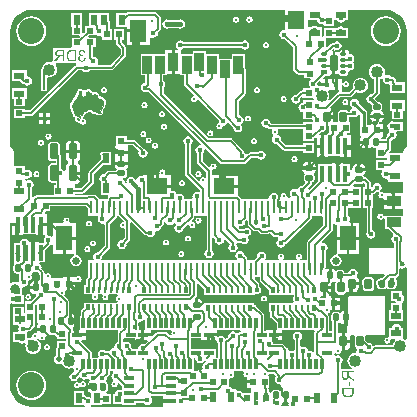
<source format=gbl>
G04 Layer_Physical_Order=8*
G04 Layer_Color=16711680*
%FSLAX42Y42*%
%MOMM*%
G71*
G01*
G75*
%ADD10R,0.51X0.61*%
%ADD11R,0.61X0.51*%
%ADD16R,0.61X0.61*%
%ADD17R,0.41X0.41*%
%ADD19R,0.41X0.41*%
G04:AMPARAMS|DCode=23|XSize=0.61mm|YSize=0.91mm|CornerRadius=0.15mm|HoleSize=0mm|Usage=FLASHONLY|Rotation=180.000|XOffset=0mm|YOffset=0mm|HoleType=Round|Shape=RoundedRectangle|*
%AMROUNDEDRECTD23*
21,1,0.61,0.61,0,0,180.0*
21,1,0.30,0.91,0,0,180.0*
1,1,0.30,-0.15,0.30*
1,1,0.30,0.15,0.30*
1,1,0.30,0.15,-0.30*
1,1,0.30,-0.15,-0.30*
%
%ADD23ROUNDEDRECTD23*%
G04:AMPARAMS|DCode=25|XSize=0.51mm|YSize=0.61mm|CornerRadius=0.13mm|HoleSize=0mm|Usage=FLASHONLY|Rotation=90.000|XOffset=0mm|YOffset=0mm|HoleType=Round|Shape=RoundedRectangle|*
%AMROUNDEDRECTD25*
21,1,0.51,0.36,0,0,90.0*
21,1,0.25,0.61,0,0,90.0*
1,1,0.25,0.18,0.13*
1,1,0.25,0.18,-0.13*
1,1,0.25,-0.18,-0.13*
1,1,0.25,-0.18,0.13*
%
%ADD25ROUNDEDRECTD25*%
G04:AMPARAMS|DCode=26|XSize=0.51mm|YSize=0.61mm|CornerRadius=0.13mm|HoleSize=0mm|Usage=FLASHONLY|Rotation=0.000|XOffset=0mm|YOffset=0mm|HoleType=Round|Shape=RoundedRectangle|*
%AMROUNDEDRECTD26*
21,1,0.51,0.36,0,0,0.0*
21,1,0.25,0.61,0,0,0.0*
1,1,0.25,0.13,-0.18*
1,1,0.25,-0.13,-0.18*
1,1,0.25,-0.13,0.18*
1,1,0.25,0.13,0.18*
%
%ADD26ROUNDEDRECTD26*%
%ADD29R,0.38X0.51*%
%ADD30R,0.25X0.51*%
G04:AMPARAMS|DCode=38|XSize=0.71mm|YSize=1.32mm|CornerRadius=0.18mm|HoleSize=0mm|Usage=FLASHONLY|Rotation=0.000|XOffset=0mm|YOffset=0mm|HoleType=Round|Shape=RoundedRectangle|*
%AMROUNDEDRECTD38*
21,1,0.71,0.97,0,0,0.0*
21,1,0.36,1.32,0,0,0.0*
1,1,0.36,0.18,-0.48*
1,1,0.36,-0.18,-0.48*
1,1,0.36,-0.18,0.48*
1,1,0.36,0.18,0.48*
%
%ADD38ROUNDEDRECTD38*%
%ADD39R,0.51X0.30*%
G04:AMPARAMS|DCode=40|XSize=0.51mm|YSize=0.3mm|CornerRadius=0.06mm|HoleSize=0mm|Usage=FLASHONLY|Rotation=0.000|XOffset=0mm|YOffset=0mm|HoleType=Round|Shape=RoundedRectangle|*
%AMROUNDEDRECTD40*
21,1,0.51,0.18,0,0,0.0*
21,1,0.39,0.30,0,0,0.0*
1,1,0.12,0.19,-0.09*
1,1,0.12,-0.19,-0.09*
1,1,0.12,-0.19,0.09*
1,1,0.12,0.19,0.09*
%
%ADD40ROUNDEDRECTD40*%
G04:AMPARAMS|DCode=41|XSize=0.71mm|YSize=1.42mm|CornerRadius=0.14mm|HoleSize=0mm|Usage=FLASHONLY|Rotation=0.000|XOffset=0mm|YOffset=0mm|HoleType=Round|Shape=RoundedRectangle|*
%AMROUNDEDRECTD41*
21,1,0.71,1.14,0,0,0.0*
21,1,0.43,1.42,0,0,0.0*
1,1,0.28,0.21,-0.57*
1,1,0.28,-0.21,-0.57*
1,1,0.28,-0.21,0.57*
1,1,0.28,0.21,0.57*
%
%ADD41ROUNDEDRECTD41*%
%ADD60C,0.15*%
%ADD61C,0.15*%
%ADD62C,0.30*%
%ADD63C,0.41*%
%ADD64C,0.25*%
%ADD65R,0.46X0.46*%
%ADD66C,0.66*%
%ADD67C,2.21*%
%ADD68C,0.50*%
%ADD69C,0.45*%
%ADD70C,0.20*%
%ADD71C,0.40*%
%ADD72C,0.45*%
%ADD73C,0.20*%
%ADD74C,0.61*%
%ADD75C,0.10*%
G04:AMPARAMS|DCode=76|XSize=1.02mm|YSize=1.02mm|CornerRadius=0.51mm|HoleSize=0mm|Usage=FLASHONLY|Rotation=180.000|XOffset=0mm|YOffset=0mm|HoleType=Round|Shape=RoundedRectangle|*
%AMROUNDEDRECTD76*
21,1,1.02,0.00,0,0,180.0*
21,1,0.00,1.02,0,0,180.0*
1,1,1.02,0.00,0.00*
1,1,1.02,0.00,0.00*
1,1,1.02,0.00,0.00*
1,1,1.02,0.00,0.00*
%
%ADD76ROUNDEDRECTD76*%
G04:AMPARAMS|DCode=77|XSize=0.8mm|YSize=0.8mm|CornerRadius=0.4mm|HoleSize=0mm|Usage=FLASHONLY|Rotation=180.000|XOffset=0mm|YOffset=0mm|HoleType=Round|Shape=RoundedRectangle|*
%AMROUNDEDRECTD77*
21,1,0.80,0.00,0,0,180.0*
21,1,0.00,0.80,0,0,180.0*
1,1,0.80,0.00,0.00*
1,1,0.80,0.00,0.00*
1,1,0.80,0.00,0.00*
1,1,0.80,0.00,0.00*
%
%ADD77ROUNDEDRECTD77*%
G04:AMPARAMS|DCode=78|XSize=1.02mm|YSize=1.02mm|CornerRadius=0.51mm|HoleSize=0mm|Usage=FLASHONLY|Rotation=90.000|XOffset=0mm|YOffset=0mm|HoleType=Round|Shape=RoundedRectangle|*
%AMROUNDEDRECTD78*
21,1,1.02,0.00,0,0,90.0*
21,1,0.00,1.02,0,0,90.0*
1,1,1.02,0.00,0.00*
1,1,1.02,0.00,0.00*
1,1,1.02,0.00,0.00*
1,1,1.02,0.00,0.00*
%
%ADD78ROUNDEDRECTD78*%
%ADD79R,0.86X0.30*%
%ADD80R,0.30X0.86*%
%ADD81R,1.42X1.91*%
%ADD82R,1.80X1.42*%
%ADD83R,1.42X1.60*%
%ADD84R,0.81X1.52*%
%ADD85R,0.86X0.36*%
%ADD86R,0.61X0.91*%
%ADD87R,0.91X0.61*%
%ADD88R,1.22X0.81*%
%ADD89R,0.25X1.12*%
%ADD90R,1.42X2.11*%
G04:AMPARAMS|DCode=91|XSize=0.25mm|YSize=1.12mm|CornerRadius=0.13mm|HoleSize=0mm|Usage=FLASHONLY|Rotation=180.000|XOffset=0mm|YOffset=0mm|HoleType=Round|Shape=RoundedRectangle|*
%AMROUNDEDRECTD91*
21,1,0.25,0.86,0,0,180.0*
21,1,0.00,1.12,0,0,180.0*
1,1,0.25,0.00,0.43*
1,1,0.25,0.00,0.43*
1,1,0.25,0.00,-0.43*
1,1,0.25,0.00,-0.43*
%
%ADD91ROUNDEDRECTD91*%
%ADD92R,0.43X1.32*%
%ADD93R,0.61X0.81*%
G36*
X5247Y4460D02*
X5250Y4460D01*
X5263Y4451D01*
Y4378D01*
X5130Y4245D01*
X5125Y4238D01*
X5123Y4229D01*
Y4081D01*
X5074D01*
X5070Y4093D01*
X5075Y4097D01*
X5081Y4105D01*
X5083Y4115D01*
X5081Y4125D01*
X5075Y4133D01*
X5067Y4138D01*
X5057Y4140D01*
X5047Y4138D01*
X5039Y4133D01*
X5033Y4125D01*
X5031Y4115D01*
X5033Y4105D01*
X5039Y4097D01*
X5044Y4093D01*
X5040Y4081D01*
X4922D01*
X4918Y4093D01*
X4923Y4097D01*
X4928Y4105D01*
X4930Y4115D01*
X4928Y4125D01*
X4923Y4133D01*
X4915Y4138D01*
X4905Y4140D01*
X4895Y4138D01*
X4887Y4133D01*
X4881Y4125D01*
X4879Y4115D01*
X4881Y4105D01*
X4887Y4097D01*
X4892Y4093D01*
X4888Y4081D01*
X4777D01*
X4771Y4093D01*
X4775Y4100D01*
X4778Y4115D01*
X4775Y4129D01*
X4767Y4142D01*
X4754Y4150D01*
X4740Y4153D01*
X4725Y4150D01*
X4712Y4142D01*
X4704Y4129D01*
X4701Y4115D01*
X4702Y4110D01*
X4680Y4088D01*
X4675Y4081D01*
X4620D01*
Y4094D01*
X4619Y4103D01*
X4614Y4111D01*
X4593Y4131D01*
X4592Y4137D01*
X4584Y4150D01*
X4571Y4158D01*
X4557Y4161D01*
X4542Y4158D01*
X4530Y4150D01*
X4521Y4137D01*
X4518Y4122D01*
X4521Y4108D01*
X4530Y4095D01*
X4533Y4093D01*
X4529Y4081D01*
X3392D01*
X3385Y4093D01*
X3388Y4098D01*
X3391Y4112D01*
X3390Y4117D01*
X3452Y4179D01*
X3457Y4186D01*
X3458Y4195D01*
Y4388D01*
X3511Y4441D01*
X3516Y4449D01*
X3518Y4456D01*
X3525Y4458D01*
X3531Y4458D01*
X3573Y4416D01*
X3566Y4404D01*
X3566Y4404D01*
X3556Y4403D01*
X3548Y4397D01*
X3543Y4389D01*
X3541Y4379D01*
X3543Y4369D01*
X3548Y4361D01*
X3556Y4355D01*
X3566Y4353D01*
X3568Y4354D01*
X3581Y4345D01*
Y4272D01*
X3563Y4254D01*
X3559Y4255D01*
X3544Y4252D01*
X3531Y4244D01*
X3523Y4231D01*
X3520Y4216D01*
X3523Y4202D01*
X3531Y4189D01*
X3544Y4181D01*
X3559Y4178D01*
X3573Y4181D01*
X3586Y4189D01*
X3594Y4202D01*
X3597Y4216D01*
X3596Y4221D01*
X3621Y4246D01*
X3626Y4253D01*
X3627Y4262D01*
Y4399D01*
X3639Y4404D01*
X3741Y4302D01*
X3749Y4297D01*
X3758Y4295D01*
X3770D01*
X3773Y4291D01*
X3785Y4283D01*
X3800Y4280D01*
X3815Y4283D01*
X3827Y4291D01*
X3835Y4303D01*
X3838Y4318D01*
X3838Y4320D01*
X3849Y4331D01*
X3851Y4330D01*
X3865Y4333D01*
X3878Y4342D01*
X3886Y4354D01*
X3887Y4360D01*
X3905Y4378D01*
X3910Y4385D01*
X3912Y4394D01*
Y4401D01*
X3917Y4404D01*
X3919Y4404D01*
X3932Y4401D01*
X3938Y4392D01*
X3950Y4384D01*
X3965Y4381D01*
X3980Y4384D01*
X3992Y4392D01*
X3995Y4397D01*
X4011D01*
X4014Y4392D01*
Y4383D01*
X4006Y4371D01*
X4003Y4356D01*
X4006Y4341D01*
X4014Y4329D01*
X4026Y4321D01*
X4041Y4318D01*
X4056Y4321D01*
X4068Y4329D01*
X4077Y4341D01*
X4077Y4345D01*
X4078Y4345D01*
X4117Y4385D01*
X4124Y4383D01*
X4130Y4379D01*
X4132Y4372D01*
X4137Y4363D01*
X4146Y4358D01*
X4155Y4356D01*
X4165Y4358D01*
X4174Y4363D01*
X4179Y4372D01*
X4181Y4381D01*
X4179Y4391D01*
X4174Y4400D01*
X4165Y4405D01*
X4158Y4407D01*
X4154Y4413D01*
X4152Y4419D01*
X4164Y4431D01*
X4169Y4439D01*
X4171Y4448D01*
Y4460D01*
X4275D01*
Y4172D01*
X4268Y4167D01*
X4260Y4155D01*
X4257Y4140D01*
X4260Y4126D01*
X4268Y4113D01*
X4280Y4105D01*
X4295Y4102D01*
X4310Y4105D01*
X4322Y4113D01*
X4331Y4126D01*
X4334Y4140D01*
X4331Y4155D01*
X4322Y4167D01*
X4321Y4168D01*
Y4270D01*
X4333Y4275D01*
X4347Y4260D01*
X4346Y4254D01*
X4349Y4240D01*
X4357Y4227D01*
X4369Y4219D01*
X4384Y4216D01*
X4399Y4219D01*
X4411Y4227D01*
X4420Y4240D01*
X4422Y4254D01*
X4422Y4256D01*
X4434Y4262D01*
X4472Y4223D01*
X4471Y4218D01*
X4463Y4206D01*
X4460Y4191D01*
X4463Y4176D01*
X4471Y4164D01*
X4484Y4156D01*
X4498Y4153D01*
X4513Y4156D01*
X4525Y4164D01*
X4534Y4176D01*
X4537Y4191D01*
X4534Y4206D01*
X4525Y4218D01*
X4530Y4231D01*
X4531Y4232D01*
X4534Y4232D01*
X4539Y4231D01*
X4568D01*
X4570Y4229D01*
X4581Y4222D01*
X4595Y4219D01*
X4609Y4222D01*
X4620Y4229D01*
X4628Y4241D01*
X4631Y4254D01*
X4628Y4268D01*
X4624Y4274D01*
X4629Y4288D01*
X4629Y4288D01*
X4640Y4295D01*
X4648Y4307D01*
X4651Y4321D01*
X4648Y4334D01*
X4640Y4346D01*
X4629Y4354D01*
X4615Y4356D01*
X4602Y4354D01*
X4590Y4346D01*
X4588Y4344D01*
X4561D01*
X4546Y4359D01*
X4552Y4370D01*
X4562Y4369D01*
X4577Y4371D01*
X4589Y4380D01*
X4597Y4392D01*
X4600Y4407D01*
X4599Y4412D01*
X4610Y4422D01*
X4623Y4417D01*
Y4393D01*
X4623Y4388D01*
X4624Y4384D01*
X4624Y4384D01*
X4624Y4384D01*
X4627Y4380D01*
X4629Y4376D01*
X4669Y4335D01*
X4669Y4335D01*
X4669Y4335D01*
X4673Y4332D01*
X4676Y4330D01*
X4677Y4330D01*
X4677Y4330D01*
X4681Y4329D01*
X4685Y4328D01*
X4685Y4328D01*
X4686Y4328D01*
X4712D01*
X4730Y4310D01*
X4737Y4305D01*
X4746Y4303D01*
X4784D01*
X4793Y4305D01*
X4800Y4310D01*
X4801Y4310D01*
X4816D01*
X4838Y4289D01*
X4845Y4284D01*
X4854Y4282D01*
X4875D01*
X4878Y4278D01*
X4883Y4275D01*
Y4260D01*
X4878Y4256D01*
X4869Y4244D01*
X4866Y4229D01*
X4869Y4214D01*
X4878Y4202D01*
X4890Y4194D01*
X4905Y4191D01*
X4919Y4194D01*
X4932Y4202D01*
X4940Y4214D01*
X4941Y4219D01*
X4943D01*
X4952Y4220D01*
X4959Y4225D01*
X5162Y4429D01*
X5167Y4436D01*
X5169Y4445D01*
Y4460D01*
X5225D01*
X5225Y4460D01*
X5238Y4462D01*
X5247Y4460D01*
D02*
G37*
G36*
X4724Y3919D02*
X4725Y3915D01*
X4726Y3911D01*
X4726Y3911D01*
X4726Y3910D01*
X4728Y3907D01*
X4731Y3903D01*
X4800Y3832D01*
Y3792D01*
X5011D01*
Y3775D01*
X5009Y3771D01*
X5006Y3757D01*
X5009Y3742D01*
X5014Y3735D01*
X5008Y3722D01*
X4800D01*
Y3641D01*
X4811D01*
Y3614D01*
X4812Y3606D01*
X4817Y3598D01*
X4867Y3548D01*
Y3493D01*
X4860Y3493D01*
Y3465D01*
X4916D01*
Y3492D01*
X4929Y3493D01*
X5186D01*
X5191Y3480D01*
X5188Y3476D01*
X5186Y3467D01*
Y3383D01*
Y3307D01*
X5174Y3303D01*
X5173Y3304D01*
X5161Y3312D01*
X5146Y3315D01*
X5135Y3313D01*
X5134Y3315D01*
X5131Y3329D01*
X5122Y3342D01*
X5110Y3350D01*
X5095Y3353D01*
X5081Y3350D01*
X5080Y3350D01*
X5068Y3357D01*
Y3412D01*
X5072Y3415D01*
X5080Y3427D01*
X5083Y3442D01*
X5080Y3456D01*
X5072Y3469D01*
X5059Y3477D01*
X5044Y3480D01*
X5030Y3477D01*
X5017Y3469D01*
X5009Y3456D01*
X5006Y3442D01*
X5009Y3427D01*
X5017Y3415D01*
X5021Y3412D01*
Y3319D01*
X5009Y3312D01*
X5008Y3312D01*
X4994Y3315D01*
X4979Y3312D01*
X4979Y3312D01*
X4966Y3319D01*
Y3327D01*
X4964Y3336D01*
X4959Y3344D01*
X4934Y3369D01*
X4926Y3374D01*
X4917Y3376D01*
X4840D01*
X4839Y3385D01*
X4830Y3397D01*
X4828Y3399D01*
X4832Y3411D01*
X4835D01*
Y3452D01*
Y3492D01*
X4779D01*
Y3482D01*
X4763D01*
Y3619D01*
X4762Y3624D01*
X4761Y3628D01*
X4761Y3628D01*
X4761Y3628D01*
X4759Y3632D01*
X4756Y3635D01*
X4695Y3699D01*
X4695Y3699D01*
X4695Y3699D01*
X4691Y3702D01*
X4688Y3704D01*
X4688Y3704D01*
X4688Y3704D01*
X4683Y3705D01*
X4679Y3706D01*
X4674Y3717D01*
Y3722D01*
X4256D01*
X4246Y3729D01*
X4239Y3740D01*
X4226Y3749D01*
X4211Y3752D01*
X4206D01*
Y3700D01*
X4181D01*
Y3756D01*
X4177Y3764D01*
X4185Y3772D01*
X4190Y3779D01*
X4192Y3788D01*
Y3881D01*
X4204Y3887D01*
X4256Y3836D01*
Y3792D01*
X4674D01*
X4674Y3792D01*
X4687Y3797D01*
X4699Y3794D01*
X4714Y3797D01*
X4726Y3806D01*
X4734Y3818D01*
X4737Y3833D01*
X4734Y3848D01*
X4726Y3860D01*
X4722Y3863D01*
Y3876D01*
X4720Y3885D01*
X4715Y3892D01*
X4681Y3926D01*
X4687Y3939D01*
X4724D01*
Y3919D01*
D02*
G37*
G36*
X4179Y3252D02*
X4181Y3249D01*
X4183Y3237D01*
X4192Y3224D01*
X4204Y3216D01*
X4219Y3213D01*
X4234Y3216D01*
X4246Y3224D01*
X4249Y3229D01*
X4255Y3236D01*
X4265Y3233D01*
X4268Y3232D01*
Y3219D01*
X4263Y3218D01*
X4250Y3210D01*
X4242Y3197D01*
X4239Y3183D01*
X4241Y3170D01*
X4236Y3157D01*
X4206D01*
Y3154D01*
X4197Y3147D01*
X4165D01*
Y3259D01*
X4165D01*
X4165Y3259D01*
X4169Y3260D01*
X4179Y3252D01*
D02*
G37*
G36*
X5353Y5871D02*
X5354Y5870D01*
X5357Y5852D01*
X5356Y5851D01*
X5344Y5851D01*
X5340Y5862D01*
X5348Y5871D01*
X5353Y5871D01*
D02*
G37*
G36*
X4591Y3130D02*
X4589Y3126D01*
X4587Y3117D01*
X4589Y3107D01*
X4595Y3098D01*
X4603Y3093D01*
X4613Y3091D01*
X4615Y3089D01*
Y3068D01*
X4666D01*
Y3043D01*
X4615D01*
Y3000D01*
X4651D01*
Y2959D01*
X4583D01*
X4575Y2971D01*
X4562Y2979D01*
X4547Y2982D01*
X4538Y2980D01*
X4525Y2988D01*
Y2989D01*
X4494D01*
X4487Y2999D01*
X4475Y3007D01*
X4467Y3009D01*
Y3081D01*
X4480Y3089D01*
X4483Y3088D01*
X4493Y3090D01*
X4501Y3096D01*
X4507Y3104D01*
X4509Y3114D01*
X4507Y3124D01*
X4503Y3130D01*
X4506Y3138D01*
X4508Y3142D01*
X4585D01*
X4591Y3130D01*
D02*
G37*
G36*
X3755Y3576D02*
Y3493D01*
X3748Y3493D01*
Y3465D01*
X3803D01*
Y3492D01*
X3816Y3493D01*
X3975D01*
X3981Y3480D01*
X3979Y3477D01*
X3977Y3467D01*
X3979Y3457D01*
X3971Y3447D01*
X3967Y3447D01*
X3967Y3447D01*
X3943Y3471D01*
X3936Y3476D01*
X3927Y3477D01*
X3863D01*
X3855Y3476D01*
X3847Y3471D01*
X3815Y3439D01*
X3814Y3439D01*
X3748D01*
Y3411D01*
X3771D01*
X3776Y3399D01*
X3752Y3375D01*
X3751Y3376D01*
X3736Y3378D01*
X3722Y3376D01*
X3709Y3367D01*
X3701Y3355D01*
X3698Y3340D01*
X3690Y3331D01*
X3651D01*
X3651Y3331D01*
X3651Y3332D01*
X3651Y3332D01*
X3648Y3335D01*
X3646Y3339D01*
X3646Y3339D01*
X3645Y3339D01*
X3634Y3349D01*
X3635Y3353D01*
X3632Y3367D01*
X3624Y3380D01*
X3611Y3388D01*
X3597Y3391D01*
X3582Y3388D01*
X3582Y3388D01*
X3569Y3395D01*
Y3411D01*
X3574Y3422D01*
X3666D01*
Y3411D01*
X3722D01*
Y3452D01*
Y3492D01*
X3711D01*
X3708Y3494D01*
X3702Y3505D01*
X3704Y3515D01*
X3701Y3530D01*
X3698Y3533D01*
Y3556D01*
X3708Y3564D01*
X3711Y3563D01*
X3726Y3566D01*
X3738Y3575D01*
X3742Y3580D01*
X3755Y3576D01*
D02*
G37*
G36*
X3269Y4524D02*
Y4460D01*
X3352D01*
X3358Y4448D01*
X3358Y4447D01*
X3355Y4432D01*
X3358Y4418D01*
X3366Y4405D01*
X3379Y4397D01*
X3393Y4394D01*
X3400Y4395D01*
X3412Y4385D01*
Y4204D01*
X3358Y4150D01*
X3353Y4151D01*
X3338Y4148D01*
X3326Y4139D01*
X3317Y4127D01*
X3314Y4112D01*
X3317Y4098D01*
X3320Y4093D01*
X3313Y4081D01*
X3269D01*
Y3939D01*
X3263Y3931D01*
X3263Y3930D01*
X3258Y3923D01*
X3256Y3914D01*
Y3876D01*
X3235D01*
Y3795D01*
X3302D01*
X3308Y3782D01*
X3306Y3779D01*
X3304Y3769D01*
X3306Y3760D01*
X3312Y3751D01*
X3320Y3746D01*
X3330Y3744D01*
X3340Y3746D01*
X3348Y3751D01*
X3354Y3760D01*
X3356Y3769D01*
X3354Y3779D01*
X3352Y3782D01*
X3358Y3795D01*
X3391D01*
X3397Y3782D01*
X3395Y3779D01*
X3393Y3769D01*
X3395Y3760D01*
X3401Y3751D01*
X3409Y3746D01*
X3419Y3744D01*
X3429Y3746D01*
X3437Y3751D01*
X3443Y3760D01*
X3444Y3769D01*
X3443Y3779D01*
X3440Y3782D01*
X3447Y3795D01*
X3515D01*
X3523Y3783D01*
X3522Y3782D01*
X3515Y3777D01*
X3509Y3769D01*
X3507Y3759D01*
X3509Y3749D01*
X3515Y3741D01*
X3521Y3737D01*
X3518Y3725D01*
X3235D01*
Y3682D01*
X3215Y3661D01*
X3210Y3654D01*
X3208Y3645D01*
Y3609D01*
X3201D01*
Y3493D01*
X3194Y3493D01*
Y3465D01*
X3250D01*
Y3492D01*
X3262Y3493D01*
X3522D01*
X3527Y3480D01*
X3525Y3476D01*
X3523Y3467D01*
Y3389D01*
X3518Y3388D01*
X3506Y3380D01*
X3498Y3367D01*
X3495Y3353D01*
X3495Y3352D01*
X3485Y3338D01*
X3480Y3337D01*
X3468Y3329D01*
X3460Y3317D01*
X3446Y3312D01*
X3442Y3312D01*
X3423D01*
X3421Y3316D01*
X3408Y3325D01*
X3393Y3328D01*
X3379Y3325D01*
X3366Y3316D01*
X3358Y3304D01*
X3355Y3289D01*
X3358Y3275D01*
X3360Y3272D01*
X3353Y3259D01*
X3302D01*
Y3302D01*
X3300Y3311D01*
X3295Y3318D01*
X3215Y3399D01*
X3216Y3401D01*
X3223Y3411D01*
X3250D01*
Y3439D01*
X3181D01*
Y3452D01*
X3168D01*
Y3492D01*
X3148D01*
X3140Y3503D01*
X3147Y3514D01*
X3154Y3515D01*
X3166Y3523D01*
X3175Y3536D01*
X3178Y3551D01*
Y3556D01*
X3126D01*
Y3569D01*
X3113D01*
Y3625D01*
X3112Y3627D01*
Y3732D01*
X3110Y3741D01*
X3105Y3748D01*
X3068Y3785D01*
X3069Y3792D01*
X3074Y3800D01*
X3076Y3810D01*
X3075Y3815D01*
X3083Y3828D01*
X3094D01*
Y3884D01*
Y3940D01*
X3056D01*
Y3937D01*
X3046Y3929D01*
X2967D01*
X2963Y3933D01*
X2958Y3939D01*
X2959Y3947D01*
X2957Y3957D01*
X2952Y3965D01*
X2944Y3971D01*
X2934Y3973D01*
X2924Y3971D01*
X2920Y3969D01*
X2916Y3968D01*
X2915Y3969D01*
X2909Y3971D01*
X2906Y3973D01*
X2905Y3974D01*
X2904Y3976D01*
X2901Y3980D01*
X2900Y3984D01*
X2899Y3988D01*
X2899Y3989D01*
X2899Y3989D01*
X2897Y3992D01*
X2895Y3996D01*
X2877Y4015D01*
X2878Y4021D01*
X2875Y4036D01*
X2867Y4048D01*
X2859Y4053D01*
X2863Y4066D01*
X2910D01*
Y4164D01*
X2953Y4208D01*
X2955Y4212D01*
X2958Y4215D01*
X2958Y4216D01*
X2962Y4219D01*
X2969Y4216D01*
X2974Y4210D01*
Y4139D01*
X3058D01*
Y4270D01*
X3071D01*
Y4282D01*
X3167D01*
Y4401D01*
X3121D01*
X3119Y4403D01*
X3113Y4413D01*
X3114Y4420D01*
X3112Y4429D01*
X3107Y4438D01*
X3098Y4443D01*
X3089Y4445D01*
X3079Y4443D01*
X3071Y4438D01*
X3065Y4429D01*
X3063Y4420D01*
X3064Y4413D01*
X3059Y4403D01*
X3056Y4401D01*
X2974D01*
Y4288D01*
X2969Y4285D01*
X2962Y4283D01*
X2951Y4290D01*
X2936Y4293D01*
X2933Y4292D01*
X2921Y4303D01*
Y4371D01*
X2886D01*
Y4293D01*
X2903D01*
X2906Y4287D01*
X2908Y4280D01*
X2901Y4269D01*
X2898Y4254D01*
X2901Y4241D01*
X2900Y4239D01*
X2893Y4228D01*
X2856D01*
Y4239D01*
X2821D01*
Y4147D01*
X2796D01*
Y4239D01*
X2770D01*
X2769Y4244D01*
X2760Y4256D01*
X2748Y4265D01*
X2733Y4267D01*
X2718Y4265D01*
X2706Y4256D01*
X2698Y4244D01*
X2695Y4229D01*
X2694Y4228D01*
X2641D01*
Y4066D01*
X2644D01*
X2648Y4053D01*
X2642Y4044D01*
X2639Y4034D01*
Y3998D01*
X2642Y3987D01*
X2648Y3978D01*
X2657Y3972D01*
X2668Y3970D01*
X2689D01*
Y3912D01*
X2691Y3903D01*
X2691Y3902D01*
X2679Y3895D01*
X2677Y3895D01*
X2657Y3899D01*
X2635Y3895D01*
X2623Y3887D01*
X2610Y3893D01*
Y4400D01*
X2618Y4404D01*
X2630Y4397D01*
Y4397D01*
X2677D01*
Y4384D01*
X2690D01*
Y4293D01*
X2724D01*
Y4303D01*
X2827D01*
Y4293D01*
X2861D01*
Y4384D01*
X2874D01*
Y4397D01*
X2921D01*
Y4475D01*
X2914D01*
X2907Y4486D01*
X2907Y4486D01*
X2914Y4499D01*
X2953D01*
Y4539D01*
X3254D01*
X3269Y4524D01*
D02*
G37*
G36*
X4563Y3483D02*
X4563Y3480D01*
X4559Y3477D01*
X4553Y3476D01*
X4546Y3471D01*
X4542Y3467D01*
X4526Y3469D01*
X4525Y3469D01*
X4513Y3477D01*
X4498Y3480D01*
X4484Y3477D01*
X4471Y3469D01*
X4463Y3456D01*
X4460Y3442D01*
X4461Y3437D01*
X4446Y3422D01*
X4442D01*
X4434Y3420D01*
X4432Y3419D01*
X4424Y3431D01*
X4411Y3439D01*
X4397Y3442D01*
X4382Y3439D01*
X4375Y3434D01*
X4366Y3439D01*
X4306D01*
Y3411D01*
X4352D01*
X4358Y3404D01*
X4361Y3389D01*
X4370Y3376D01*
X4371Y3375D01*
Y3259D01*
X4355D01*
X4352Y3270D01*
X4352D01*
Y3331D01*
X4140D01*
Y3422D01*
X4225D01*
Y3411D01*
X4281D01*
Y3452D01*
X4294D01*
Y3465D01*
X4362D01*
Y3492D01*
X4375Y3493D01*
X4555D01*
X4563Y3483D01*
D02*
G37*
G36*
X2784Y6201D02*
X2791Y6200D01*
X4940D01*
Y6127D01*
X5036D01*
Y6101D01*
X4940D01*
Y6040D01*
X4930Y6033D01*
X4915Y6030D01*
X4903Y6022D01*
X4895Y6009D01*
X4892Y5994D01*
X4895Y5980D01*
X4903Y5967D01*
X4915Y5959D01*
X4930Y5956D01*
X4935Y5957D01*
X5009Y5883D01*
Y5702D01*
X5010Y5693D01*
X5015Y5686D01*
X5041Y5661D01*
X5048Y5656D01*
X5057Y5654D01*
X5103D01*
Y5622D01*
X5152D01*
X5156Y5609D01*
X5149Y5605D01*
X5141Y5593D01*
X5138Y5578D01*
X5141Y5563D01*
X5148Y5552D01*
X5147Y5546D01*
X5143Y5540D01*
X5093D01*
Y5522D01*
X5083D01*
X5074Y5520D01*
X5066Y5515D01*
X5037Y5486D01*
X5032Y5487D01*
X5017Y5484D01*
X5005Y5475D01*
X4996Y5463D01*
X4993Y5448D01*
X4996Y5434D01*
X5005Y5421D01*
X5017Y5413D01*
X5032Y5410D01*
X5046Y5413D01*
X5059Y5421D01*
X5067Y5434D01*
X5070Y5448D01*
X5069Y5453D01*
X5080Y5464D01*
X5093Y5459D01*
Y5459D01*
X5177D01*
X5181Y5450D01*
X5173Y5439D01*
X5093D01*
Y5422D01*
X5089Y5421D01*
X5081Y5416D01*
X5078Y5413D01*
X5075Y5413D01*
X5063Y5404D01*
X5055Y5392D01*
X5052Y5377D01*
X5055Y5362D01*
X5063Y5350D01*
X5075Y5342D01*
X5090Y5339D01*
X5093Y5337D01*
Y5276D01*
X5166D01*
X5172Y5265D01*
X5164Y5256D01*
X5093D01*
Y5240D01*
X4828D01*
X4816Y5245D01*
X4813Y5260D01*
X4805Y5272D01*
X4792Y5281D01*
X4778Y5283D01*
X4763Y5281D01*
X4751Y5272D01*
X4742Y5260D01*
X4739Y5245D01*
X4742Y5230D01*
X4751Y5218D01*
X4763Y5210D01*
X4778Y5207D01*
X4784Y5208D01*
X4793Y5200D01*
X4796Y5198D01*
X4799Y5196D01*
X4800Y5196D01*
X4800Y5195D01*
X4804Y5195D01*
X4808Y5194D01*
X4825D01*
X4832Y5181D01*
X4830Y5179D01*
X4828Y5169D01*
X4830Y5159D01*
X4836Y5151D01*
X4840Y5148D01*
X4841Y5135D01*
X4841Y5133D01*
X4839Y5133D01*
X4831Y5120D01*
X4828Y5105D01*
X4831Y5091D01*
X4839Y5078D01*
X4852Y5070D01*
X4867Y5067D01*
X4872Y5068D01*
X4924Y5018D01*
X4928Y5015D01*
X4931Y5013D01*
X4932Y5013D01*
X4932Y5013D01*
X4936Y5012D01*
X4940Y5011D01*
X5093D01*
Y4992D01*
X5184D01*
Y5073D01*
X5093D01*
Y5057D01*
X4950D01*
X4904Y5101D01*
X4905Y5105D01*
X4902Y5120D01*
X4894Y5133D01*
X4881Y5141D01*
X4880Y5141D01*
X4879Y5143D01*
X4875Y5155D01*
X4878Y5159D01*
X4880Y5169D01*
X4878Y5179D01*
X4876Y5181D01*
X4883Y5194D01*
X5093D01*
Y5175D01*
X5093Y5175D01*
Y5174D01*
X5093D01*
X5093Y5162D01*
Y5093D01*
X5184D01*
Y5114D01*
X5185Y5115D01*
X5193Y5120D01*
X5194Y5121D01*
X5206Y5116D01*
Y5062D01*
X5240D01*
Y5141D01*
X5231D01*
X5226Y5153D01*
X5243Y5170D01*
X5248Y5169D01*
X5262Y5172D01*
X5275Y5180D01*
X5283Y5192D01*
X5286Y5207D01*
X5285Y5211D01*
X5296Y5224D01*
X5307D01*
X5311Y5221D01*
Y5163D01*
X5304Y5161D01*
X5292Y5153D01*
X5284Y5141D01*
X5265D01*
Y5050D01*
Y4958D01*
X5300D01*
Y4968D01*
X5402D01*
Y4958D01*
X5437D01*
Y5050D01*
X5449D01*
Y5062D01*
X5496D01*
Y5141D01*
X5468D01*
X5460Y5153D01*
X5463Y5159D01*
X5493D01*
Y5250D01*
X5487D01*
X5477Y5263D01*
X5478Y5265D01*
Y5296D01*
X5512D01*
X5519Y5297D01*
X5527Y5296D01*
X5542Y5299D01*
X5554Y5307D01*
X5562Y5318D01*
X5565Y5319D01*
X5575Y5314D01*
X5578Y5311D01*
Y5230D01*
X5576D01*
Y5139D01*
X5580D01*
X5583Y5133D01*
X5585Y5126D01*
X5578Y5115D01*
X5575Y5100D01*
Y5095D01*
X5627D01*
Y5083D01*
X5639D01*
Y5026D01*
X5654Y5029D01*
X5667Y5037D01*
X5668Y5039D01*
X5674Y5045D01*
X5683Y5039D01*
X5694Y5037D01*
X5697D01*
X5708Y5031D01*
Y4951D01*
X5799D01*
X5806Y4947D01*
Y4940D01*
X5795Y4931D01*
X5708D01*
Y4850D01*
X5759D01*
X5760Y4848D01*
X5764Y4837D01*
X5758Y4828D01*
X5755Y4813D01*
X5758Y4799D01*
X5767Y4786D01*
X5779Y4778D01*
X5794Y4775D01*
X5797Y4775D01*
X5809Y4765D01*
Y4749D01*
X5931D01*
X5941Y4743D01*
Y4651D01*
X5872D01*
Y4585D01*
Y4519D01*
X5941D01*
Y4469D01*
X5936Y4459D01*
X5928Y4459D01*
X5785D01*
X5784Y4459D01*
X5772Y4461D01*
X5772Y4462D01*
X5766Y4471D01*
X5758Y4476D01*
X5748Y4478D01*
X5738Y4476D01*
X5730Y4471D01*
X5724Y4462D01*
X5722Y4453D01*
X5724Y4443D01*
X5730Y4434D01*
X5738Y4429D01*
X5748Y4427D01*
X5758Y4429D01*
X5766Y4434D01*
X5771Y4442D01*
X5772Y4442D01*
X5784Y4434D01*
Y4348D01*
X5818D01*
X5857Y4309D01*
X5855Y4293D01*
X5851Y4290D01*
X5842Y4277D01*
X5839Y4263D01*
X5842Y4248D01*
X5851Y4235D01*
X5862Y4228D01*
Y4183D01*
X5654D01*
X5651Y4181D01*
Y3970D01*
X5780D01*
X5785Y3958D01*
X5756Y3930D01*
X5746D01*
X5735Y3928D01*
X5734Y3927D01*
X5726Y3925D01*
X5719Y3920D01*
X5714Y3913D01*
X5712Y3904D01*
Y3884D01*
X5714Y3875D01*
X5718Y3869D01*
Y3866D01*
X5720Y3855D01*
X5726Y3846D01*
X5735Y3840D01*
X5746Y3838D01*
X5772D01*
X5782Y3840D01*
X5791Y3846D01*
X5806D01*
X5815Y3840D01*
X5826Y3838D01*
X5852D01*
X5862Y3840D01*
X5871Y3846D01*
X5878Y3855D01*
X5880Y3866D01*
Y3866D01*
X5881Y3867D01*
X5886Y3875D01*
X5888Y3884D01*
Y3894D01*
X5888Y3895D01*
X5888Y3895D01*
X5887Y3899D01*
X5886Y3903D01*
X5886Y3903D01*
X5886Y3904D01*
X5883Y3907D01*
X5882Y3908D01*
X5883Y3912D01*
X5880Y3926D01*
X5884Y3941D01*
X5901Y3959D01*
X5906Y3966D01*
X5908Y3975D01*
Y4007D01*
X5921Y4015D01*
X5931Y4013D01*
X5946Y4016D01*
X5957Y4023D01*
X5962Y4022D01*
X5970Y4019D01*
Y3413D01*
X5959Y3407D01*
X5949Y3412D01*
X5949Y3413D01*
X5948Y3413D01*
X5941Y3423D01*
Y3509D01*
X5920D01*
X5918Y3520D01*
X5910Y3532D01*
X5897Y3541D01*
X5883Y3544D01*
X5868Y3541D01*
X5855Y3532D01*
X5847Y3520D01*
X5845Y3509D01*
X5819D01*
Y3439D01*
X5807Y3429D01*
X5806Y3429D01*
X5797Y3427D01*
X5788Y3422D01*
X5783Y3413D01*
X5781Y3404D01*
X5783Y3394D01*
X5788Y3385D01*
X5797Y3380D01*
X5806Y3378D01*
X5816Y3380D01*
X5825Y3385D01*
X5830Y3394D01*
X5832Y3404D01*
X5832Y3405D01*
X5841Y3418D01*
X5868D01*
X5872Y3405D01*
X5869Y3402D01*
X5858Y3389D01*
X5852Y3373D01*
X5850Y3363D01*
X5705D01*
X5696Y3361D01*
X5695Y3360D01*
X5684Y3360D01*
X5679Y3364D01*
X5679Y3364D01*
X5674Y3372D01*
X5661Y3381D01*
X5646Y3384D01*
X5642Y3383D01*
X5620Y3404D01*
Y3426D01*
X5618Y3438D01*
X5617Y3439D01*
X5624Y3452D01*
X5772Y3452D01*
X5781Y3452D01*
X5784Y3454D01*
X5783Y3455D01*
X5783Y3464D01*
Y3777D01*
X5471D01*
X5466Y3772D01*
Y3656D01*
X5465Y3656D01*
Y3599D01*
Y3543D01*
X5466Y3542D01*
Y3478D01*
X5453Y3467D01*
X5449Y3468D01*
X5447D01*
Y3409D01*
X5491D01*
Y3426D01*
X5488Y3439D01*
X5495Y3452D01*
X5524D01*
X5531Y3439D01*
X5530Y3438D01*
X5528Y3426D01*
Y3365D01*
X5530Y3354D01*
X5537Y3344D01*
X5539Y3342D01*
X5545Y3327D01*
X5542Y3313D01*
X5543Y3309D01*
X5532Y3299D01*
X5517Y3298D01*
X5501Y3291D01*
X5488Y3280D01*
X5477Y3267D01*
X5471Y3251D01*
X5468Y3233D01*
X5471Y3216D01*
X5477Y3200D01*
X5488Y3186D01*
X5501Y3176D01*
X5504Y3175D01*
X5502Y3162D01*
X5410D01*
Y3209D01*
X5414Y3211D01*
X5423Y3224D01*
X5426Y3238D01*
X5423Y3253D01*
X5414Y3266D01*
X5402Y3274D01*
X5387Y3277D01*
X5373Y3274D01*
X5369Y3272D01*
X5357Y3279D01*
Y3293D01*
X5369Y3297D01*
X5378Y3291D01*
X5387Y3289D01*
X5397Y3291D01*
X5405Y3297D01*
X5411Y3305D01*
X5413Y3315D01*
X5421Y3322D01*
Y3396D01*
Y3468D01*
X5419D01*
X5403Y3465D01*
X5400Y3463D01*
X5388Y3470D01*
Y3554D01*
X5396Y3555D01*
X5405Y3561D01*
X5412Y3555D01*
X5413Y3554D01*
X5425Y3546D01*
X5440Y3543D01*
Y3599D01*
Y3656D01*
X5425Y3653D01*
X5413Y3644D01*
X5412Y3643D01*
X5405Y3637D01*
X5396Y3643D01*
X5385Y3645D01*
X5360D01*
X5349Y3643D01*
X5340Y3637D01*
X5334Y3628D01*
X5332Y3617D01*
Y3581D01*
X5334Y3571D01*
X5340Y3561D01*
X5341Y3561D01*
Y3482D01*
X5314D01*
Y3599D01*
X5312Y3608D01*
X5307Y3615D01*
X5303Y3620D01*
X5307Y3634D01*
X5308Y3634D01*
X5317Y3639D01*
X5322Y3648D01*
X5324Y3658D01*
X5330Y3665D01*
X5339D01*
Y3721D01*
Y3777D01*
X5314D01*
X5311Y3790D01*
X5316Y3793D01*
X5325Y3807D01*
X5328Y3823D01*
Y3840D01*
X5284D01*
Y3777D01*
X5289Y3771D01*
X5289Y3769D01*
X5288Y3767D01*
X5241D01*
X5239Y3772D01*
X5248Y3783D01*
X5256Y3781D01*
X5259D01*
Y3853D01*
X5272D01*
Y3866D01*
X5328D01*
Y3884D01*
X5327Y3889D01*
X5335Y3898D01*
X5350Y3901D01*
X5360Y3908D01*
X5361Y3908D01*
X5368Y3895D01*
X5366Y3884D01*
Y3823D01*
X5368Y3811D01*
X5375Y3801D01*
X5385Y3794D01*
X5396Y3792D01*
X5427D01*
X5439Y3794D01*
X5449Y3801D01*
X5455Y3811D01*
X5456Y3812D01*
X5470Y3818D01*
X5474Y3815D01*
X5490Y3812D01*
X5493D01*
Y3884D01*
X5505D01*
Y3896D01*
X5562D01*
Y3914D01*
X5559Y3930D01*
X5550Y3943D01*
X5549Y3944D01*
X5547Y3956D01*
X5550Y3960D01*
X5553Y3975D01*
X5550Y3990D01*
X5541Y4002D01*
X5529Y4011D01*
X5514Y4013D01*
X5500Y4011D01*
X5487Y4002D01*
X5479Y3990D01*
X5476Y3978D01*
X5442D01*
X5441Y3983D01*
X5435Y3993D01*
X5425Y3999D01*
X5415Y4001D01*
X5389D01*
X5378Y3999D01*
X5369Y3993D01*
X5363Y3999D01*
X5362Y4000D01*
X5350Y4008D01*
X5335Y4011D01*
D01*
Y3955D01*
X5309D01*
Y4011D01*
X5294Y4008D01*
X5289Y4005D01*
X5279Y4014D01*
X5282Y4017D01*
X5283Y4026D01*
Y4161D01*
X5287Y4164D01*
X5296Y4176D01*
X5299Y4191D01*
X5296Y4206D01*
X5287Y4218D01*
X5275Y4226D01*
X5260Y4229D01*
X5254Y4241D01*
X5340Y4327D01*
X5345Y4335D01*
X5347Y4343D01*
Y4389D01*
X5360Y4393D01*
X5360Y4392D01*
X5373Y4384D01*
X5376Y4384D01*
X5376Y4282D01*
X5472D01*
X5569D01*
Y4401D01*
X5490D01*
X5483Y4413D01*
X5486Y4418D01*
X5489Y4432D01*
X5486Y4447D01*
X5478Y4459D01*
X5474Y4462D01*
Y4527D01*
X5490D01*
Y4527D01*
X5500D01*
Y4527D01*
X5581D01*
Y4615D01*
Y4706D01*
X5520D01*
X5515Y4718D01*
X5531Y4733D01*
X5537Y4729D01*
X5547Y4727D01*
X5583D01*
X5594Y4729D01*
X5603Y4736D01*
X5615Y4731D01*
X5618Y4728D01*
Y4706D01*
X5601D01*
Y4615D01*
Y4527D01*
X5631D01*
Y4319D01*
X5628Y4305D01*
X5631Y4291D01*
X5640Y4278D01*
X5652Y4270D01*
X5667Y4267D01*
X5681Y4270D01*
X5694Y4278D01*
X5702Y4291D01*
X5705Y4305D01*
X5702Y4320D01*
X5694Y4332D01*
X5681Y4341D01*
X5677Y4342D01*
Y4527D01*
X5682D01*
Y4640D01*
X5682D01*
X5691Y4642D01*
X5698Y4647D01*
X5713Y4662D01*
X5718Y4661D01*
X5730Y4663D01*
X5733Y4659D01*
X5737Y4652D01*
X5732Y4645D01*
X5730Y4635D01*
X5732Y4626D01*
X5738Y4617D01*
X5746Y4612D01*
X5756Y4610D01*
X5761Y4611D01*
X5773Y4603D01*
Y4597D01*
X5847D01*
Y4651D01*
X5776D01*
X5774Y4654D01*
X5765Y4659D01*
X5756Y4661D01*
X5750Y4660D01*
X5745Y4672D01*
X5745Y4672D01*
X5753Y4684D01*
X5756Y4699D01*
X5753Y4714D01*
X5745Y4726D01*
X5732Y4734D01*
X5718Y4737D01*
X5703Y4734D01*
X5690Y4726D01*
X5682Y4714D01*
X5681Y4706D01*
X5664D01*
Y4737D01*
X5664Y4741D01*
X5663Y4745D01*
X5663Y4745D01*
X5663Y4746D01*
X5660Y4749D01*
X5658Y4753D01*
X5636Y4778D01*
X5635Y4778D01*
X5635Y4779D01*
X5632Y4781D01*
X5628Y4783D01*
X5628Y4783D01*
X5627Y4784D01*
X5623Y4785D01*
X5620Y4786D01*
X5619Y4785D01*
X5618Y4786D01*
X5610D01*
X5609Y4792D01*
X5603Y4801D01*
X5609Y4807D01*
X5610Y4808D01*
X5619Y4821D01*
X5622Y4836D01*
D01*
X5565D01*
Y4848D01*
X5552D01*
Y4900D01*
X5547D01*
X5532Y4897D01*
X5520Y4888D01*
X5511Y4876D01*
X5509Y4861D01*
Y4852D01*
X5497Y4846D01*
X5486Y4852D01*
Y4894D01*
X5431D01*
Y4904D01*
X5397D01*
Y4813D01*
X5372D01*
Y4904D01*
X5337D01*
Y4894D01*
X5216D01*
Y4751D01*
X5145Y4679D01*
X5140Y4680D01*
X5135Y4694D01*
X5160Y4718D01*
X5165Y4726D01*
X5167Y4735D01*
Y4744D01*
X5172Y4745D01*
X5181Y4751D01*
X5187Y4760D01*
X5190Y4771D01*
Y4796D01*
X5187Y4807D01*
X5181Y4816D01*
X5187Y4822D01*
X5189Y4823D01*
X5197Y4836D01*
X5200Y4851D01*
D01*
X5144D01*
X5087D01*
X5090Y4836D01*
X5098Y4823D01*
X5100Y4822D01*
X5106Y4816D01*
X5100Y4807D01*
X5097Y4796D01*
Y4771D01*
X5100Y4760D01*
X5106Y4751D01*
X5108Y4749D01*
X5110Y4734D01*
X5087Y4711D01*
X5083Y4712D01*
X5068Y4709D01*
X5055Y4701D01*
X5048Y4690D01*
X5044Y4687D01*
X5035Y4683D01*
X5034Y4684D01*
X5019Y4687D01*
X5004Y4684D01*
X4992Y4675D01*
X4984Y4663D01*
X4981Y4648D01*
X4984Y4634D01*
X4990Y4623D01*
X4983Y4613D01*
X4963D01*
X4953Y4625D01*
X4951Y4635D01*
X4946Y4643D01*
X4937Y4649D01*
X4928Y4651D01*
X4918Y4649D01*
X4909Y4643D01*
X4904Y4635D01*
X4902Y4625D01*
X4898Y4621D01*
X4883Y4620D01*
X4882Y4621D01*
X4879Y4635D01*
X4871Y4647D01*
X4858Y4656D01*
X4844Y4659D01*
X4829Y4656D01*
X4817Y4647D01*
X4808Y4635D01*
X4805Y4620D01*
X4806Y4615D01*
X4796Y4602D01*
X4571D01*
X4570Y4606D01*
X4565Y4614D01*
X4553Y4626D01*
X4545Y4631D01*
X4542Y4632D01*
Y4696D01*
X4426D01*
Y4709D01*
X4413D01*
Y4805D01*
X4318D01*
Y4839D01*
X4317Y4842D01*
X4318Y4844D01*
X4327Y4852D01*
X4327Y4852D01*
X4333Y4851D01*
X4343Y4853D01*
X4351Y4859D01*
X4357Y4867D01*
X4359Y4877D01*
X4357Y4887D01*
X4351Y4895D01*
X4343Y4901D01*
X4333Y4902D01*
X4323Y4901D01*
X4315Y4895D01*
X4310Y4887D01*
X4308Y4877D01*
X4296Y4871D01*
X4242Y4924D01*
Y4987D01*
X4246Y4989D01*
X4254Y5002D01*
X4257Y5017D01*
X4269Y5023D01*
X4388Y4904D01*
X4395Y4899D01*
X4404Y4897D01*
X4593D01*
X4602Y4899D01*
X4610Y4904D01*
X4656Y4950D01*
X4707D01*
X4710Y4946D01*
X4722Y4938D01*
X4737Y4935D01*
X4752Y4938D01*
X4764Y4946D01*
X4773Y4959D01*
X4775Y4973D01*
X4773Y4988D01*
X4764Y5000D01*
X4752Y5009D01*
X4737Y5012D01*
X4722Y5009D01*
X4710Y5000D01*
X4707Y4996D01*
X4646D01*
X4637Y4995D01*
X4630Y4990D01*
X4622Y4981D01*
X4607Y4985D01*
X4602Y4993D01*
X4593Y4999D01*
Y5001D01*
X4591Y5010D01*
X4586Y5018D01*
X4494Y5109D01*
X4487Y5114D01*
X4478Y5116D01*
X4292D01*
X3912Y5496D01*
Y5545D01*
X3916Y5548D01*
X3924Y5561D01*
X3927Y5575D01*
X3924Y5590D01*
X3916Y5602D01*
X3909Y5607D01*
Y5649D01*
X3939D01*
Y5659D01*
X3980D01*
Y5761D01*
Y5862D01*
X3927D01*
Y5832D01*
X3719D01*
Y5649D01*
X3754D01*
Y5583D01*
X3742Y5580D01*
X3730Y5572D01*
X3721Y5560D01*
X3718Y5545D01*
X3721Y5530D01*
X3730Y5518D01*
X3742Y5509D01*
X3757Y5506D01*
X3771Y5509D01*
X3778Y5514D01*
X4225Y5067D01*
X4219Y5055D01*
X4204Y5052D01*
X4192Y5044D01*
X4183Y5031D01*
X4181Y5017D01*
X4183Y5002D01*
X4192Y4989D01*
X4196Y4987D01*
Y4915D01*
X4198Y4906D01*
X4203Y4899D01*
X4272Y4829D01*
Y4788D01*
X4270Y4787D01*
X4259Y4783D01*
X4254Y4786D01*
X4244Y4788D01*
X4235Y4786D01*
X4226Y4781D01*
X4221Y4772D01*
X4219Y4762D01*
X4207Y4756D01*
X4140Y4823D01*
Y5063D01*
X4144Y5066D01*
X4153Y5078D01*
X4156Y5093D01*
X4153Y5107D01*
X4144Y5120D01*
X4132Y5128D01*
X4117Y5131D01*
X4103Y5128D01*
X4090Y5120D01*
X4082Y5107D01*
X4079Y5093D01*
X4082Y5078D01*
X4090Y5066D01*
X4094Y5063D01*
Y4813D01*
X4096Y4804D01*
X4101Y4797D01*
X4221Y4677D01*
Y4665D01*
X4209Y4658D01*
X4208Y4658D01*
X4194Y4661D01*
X4179Y4658D01*
X4166Y4650D01*
X4158Y4637D01*
X4155Y4623D01*
X4157Y4615D01*
X4148Y4602D01*
X4094D01*
X4087Y4610D01*
X4084Y4625D01*
X4076Y4637D01*
X4063Y4646D01*
X4049Y4648D01*
X4035Y4646D01*
X4031Y4645D01*
X4023Y4648D01*
X4020Y4651D01*
X4012Y4663D01*
X4000Y4671D01*
X3985Y4674D01*
X3981Y4673D01*
X3971Y4681D01*
Y4696D01*
X3856D01*
Y4709D01*
X3843D01*
Y4805D01*
X3740D01*
Y4805D01*
X3727Y4800D01*
X3724Y4801D01*
X3709Y4798D01*
X3696Y4790D01*
X3688Y4777D01*
X3687Y4773D01*
X3673Y4764D01*
X3670Y4764D01*
X3662Y4777D01*
X3649Y4785D01*
X3635Y4788D01*
X3620Y4785D01*
X3608Y4777D01*
X3599Y4764D01*
X3596Y4750D01*
X3597Y4745D01*
X3593Y4740D01*
X3586Y4737D01*
X3584Y4738D01*
X3581Y4752D01*
X3573Y4764D01*
X3568Y4768D01*
X3571Y4780D01*
X3571Y4781D01*
X3582Y4783D01*
X3591Y4789D01*
X3597Y4798D01*
X3599Y4809D01*
Y4834D01*
X3597Y4845D01*
X3591Y4854D01*
X3597Y4861D01*
X3599Y4861D01*
X3607Y4874D01*
X3610Y4889D01*
D01*
X3553D01*
X3497D01*
X3500Y4874D01*
X3508Y4861D01*
X3509Y4861D01*
X3516Y4854D01*
X3510Y4845D01*
X3509Y4842D01*
X3450D01*
X3441Y4840D01*
X3434Y4835D01*
X3411Y4813D01*
X3406Y4814D01*
X3391Y4811D01*
X3379Y4802D01*
X3371Y4790D01*
X3368Y4775D01*
X3371Y4761D01*
X3378Y4749D01*
Y4638D01*
X3439D01*
X3442Y4629D01*
X3443Y4626D01*
X3438Y4619D01*
X3437Y4610D01*
Y4602D01*
X3369D01*
X3369Y4604D01*
X3369Y4604D01*
X3368Y4605D01*
X3366Y4608D01*
X3364Y4611D01*
X3363Y4612D01*
X3363Y4612D01*
X3352Y4622D01*
X3351Y4624D01*
X3346Y4631D01*
X3339Y4636D01*
X3330Y4638D01*
X3269D01*
X3260Y4636D01*
X3255Y4633D01*
X3162D01*
Y4648D01*
X3221D01*
X3229Y4650D01*
X3237Y4655D01*
X3313Y4731D01*
X3318Y4738D01*
X3320Y4747D01*
Y4809D01*
X3401Y4890D01*
X3469D01*
Y5002D01*
X3411D01*
X3409Y5003D01*
X3401Y5004D01*
X3398D01*
X3389Y5003D01*
X3387Y5002D01*
X3378D01*
Y4993D01*
X3376Y4990D01*
X3375Y4981D01*
X3376Y4973D01*
X3378Y4970D01*
Y4933D01*
X3281Y4835D01*
X3276Y4828D01*
X3274Y4819D01*
Y4757D01*
X3211Y4694D01*
X3162D01*
Y4716D01*
X3162Y4717D01*
X3163Y4729D01*
X3178Y4732D01*
X3192Y4742D01*
X3202Y4756D01*
X3205Y4773D01*
Y4808D01*
X3143D01*
Y4834D01*
X3205D01*
Y4869D01*
X3202Y4886D01*
X3192Y4900D01*
X3186Y4905D01*
Y4920D01*
X3192Y4924D01*
X3202Y4939D01*
X3205Y4956D01*
Y4991D01*
X3143D01*
X3081D01*
Y4956D01*
X3085Y4939D01*
X3094Y4924D01*
X3101Y4920D01*
Y4905D01*
X3094Y4900D01*
X3085Y4886D01*
X3081Y4869D01*
Y4845D01*
X3069Y4841D01*
X3062Y4851D01*
X3050Y4859D01*
X3044Y4860D01*
Y4966D01*
X3042Y4975D01*
X3037Y4982D01*
X3034Y4985D01*
Y5052D01*
X3032Y5065D01*
X3025Y5076D01*
X3014Y5083D01*
X3001Y5085D01*
X2965D01*
X2953Y5083D01*
X2942Y5076D01*
X2935Y5065D01*
X2932Y5052D01*
Y4956D01*
X2935Y4943D01*
X2942Y4932D01*
X2953Y4925D01*
X2965Y4922D01*
X2998D01*
Y4903D01*
X2965D01*
X2953Y4900D01*
X2942Y4893D01*
X2935Y4882D01*
X2932Y4869D01*
Y4773D01*
X2935Y4760D01*
X2942Y4749D01*
X2953Y4742D01*
X2965Y4739D01*
X2998D01*
Y4717D01*
X2980D01*
Y4633D01*
X2835D01*
X2826Y4631D01*
X2818Y4626D01*
X2807Y4615D01*
X2802Y4616D01*
X2794Y4619D01*
Y4695D01*
X2798Y4697D01*
X2807Y4710D01*
X2810Y4724D01*
X2807Y4739D01*
X2798Y4752D01*
X2786Y4760D01*
X2771Y4763D01*
X2756Y4760D01*
X2752Y4757D01*
X2739Y4762D01*
X2738Y4767D01*
X2738Y4769D01*
X2749Y4777D01*
X2758Y4775D01*
X2773Y4778D01*
X2786Y4786D01*
X2794Y4799D01*
X2797Y4813D01*
X2794Y4828D01*
X2786Y4840D01*
X2773Y4849D01*
X2758Y4852D01*
X2748Y4850D01*
X2735Y4857D01*
Y4879D01*
X2644Y4879D01*
X2642Y4891D01*
Y4999D01*
X2642D01*
X2639Y5016D01*
X2629Y5031D01*
X2614Y5041D01*
X2610Y5042D01*
Y6015D01*
X2612Y6022D01*
X2612D01*
X2615Y6057D01*
X2626Y6091D01*
X2642Y6122D01*
X2664Y6149D01*
X2692Y6172D01*
X2723Y6188D01*
X2756Y6198D01*
X2784Y6201D01*
X2784Y6201D01*
D02*
G37*
G36*
X2842Y3703D02*
Y3645D01*
X2842Y3645D01*
Y3554D01*
X2844D01*
X2848Y3548D01*
X2850Y3541D01*
X2843Y3530D01*
X2840Y3515D01*
Y3510D01*
X2891D01*
Y3485D01*
X2840D01*
Y3480D01*
X2841Y3475D01*
X2837Y3471D01*
X2829Y3466D01*
X2822Y3467D01*
X2812Y3465D01*
X2804Y3460D01*
X2798Y3452D01*
X2796Y3442D01*
X2797Y3440D01*
X2786Y3429D01*
X2784Y3429D01*
X2769Y3426D01*
X2766Y3424D01*
X2753Y3431D01*
Y3478D01*
X2764Y3482D01*
X2771D01*
X2780Y3484D01*
X2787Y3489D01*
X2815Y3517D01*
X2820Y3524D01*
X2822Y3533D01*
Y3554D01*
X2823D01*
Y3633D01*
X2823Y3645D01*
X2822Y3657D01*
Y3701D01*
X2831Y3708D01*
X2842Y3703D01*
D02*
G37*
G36*
X2825Y3985D02*
X2840Y3982D01*
X2843Y3983D01*
X2855Y3971D01*
X2855Y3970D01*
X2855Y3967D01*
X2856Y3965D01*
X2857Y3964D01*
X2858Y3961D01*
X2859Y3959D01*
X2862Y3955D01*
Y3919D01*
X2850Y3909D01*
X2845Y3910D01*
D01*
Y3853D01*
X2833D01*
Y3840D01*
X2781D01*
Y3835D01*
X2784Y3821D01*
X2793Y3808D01*
X2805Y3800D01*
X2820Y3797D01*
X2827D01*
X2835Y3787D01*
X2834Y3785D01*
X2835Y3780D01*
X2792Y3736D01*
X2741D01*
Y3657D01*
X2741Y3645D01*
X2741Y3642D01*
X2738Y3638D01*
X2725Y3643D01*
Y3691D01*
X2634D01*
Y3629D01*
X2632D01*
Y3538D01*
X2680D01*
X2682Y3538D01*
X2686Y3524D01*
X2686Y3522D01*
X2685Y3520D01*
X2682Y3505D01*
X2685Y3491D01*
X2685Y3489D01*
X2678Y3478D01*
X2632D01*
Y3387D01*
X2683D01*
X2693Y3381D01*
X2708Y3378D01*
X2722Y3381D01*
X2724Y3382D01*
X2733Y3380D01*
X2743Y3373D01*
X2740Y3355D01*
X2743Y3338D01*
X2749Y3322D01*
X2760Y3308D01*
X2774Y3298D01*
X2790Y3291D01*
X2807Y3289D01*
X2824Y3291D01*
X2840Y3298D01*
X2854Y3308D01*
X2864Y3322D01*
X2871Y3338D01*
X2873Y3355D01*
X2871Y3373D01*
X2864Y3389D01*
X2854Y3402D01*
X2843Y3410D01*
X2841Y3419D01*
X2845Y3424D01*
X2845Y3424D01*
X2859Y3419D01*
X2864Y3411D01*
X2872Y3405D01*
X2882Y3404D01*
X2892Y3405D01*
X2900Y3411D01*
X2906Y3419D01*
X2908Y3429D01*
X2917Y3444D01*
X2919Y3444D01*
X2931Y3452D01*
X2932Y3454D01*
X2938Y3460D01*
X2948Y3454D01*
X2958Y3452D01*
X2984D01*
X2987Y3452D01*
X2998Y3441D01*
X3005Y3436D01*
Y3417D01*
X3088D01*
Y3397D01*
X3005D01*
Y3342D01*
X3002Y3338D01*
X3000Y3329D01*
Y3275D01*
X2994Y3271D01*
X2986Y3258D01*
X2982Y3243D01*
X2986Y3227D01*
X2994Y3214D01*
X3008Y3205D01*
X3023Y3202D01*
X3039Y3205D01*
X3042Y3207D01*
X3054Y3203D01*
X3057Y3198D01*
X3067Y3184D01*
X3081Y3173D01*
X3097Y3167D01*
X3114Y3165D01*
X3131Y3167D01*
X3138Y3170D01*
X3150Y3161D01*
X3149Y3160D01*
X3151Y3150D01*
X3153Y3147D01*
X3153Y3145D01*
X3148Y3134D01*
X3137Y3132D01*
X3125Y3123D01*
X3117Y3111D01*
X3114Y3096D01*
X3117Y3082D01*
X3125Y3069D01*
X3137Y3061D01*
X3152Y3058D01*
X3167Y3061D01*
X3179Y3069D01*
X3188Y3082D01*
X3189Y3087D01*
X3203Y3096D01*
X3207Y3095D01*
X3214Y3084D01*
X3226Y3076D01*
X3241Y3073D01*
X3256Y3076D01*
X3262Y3080D01*
X3265Y3081D01*
X3267Y3083D01*
X3280Y3078D01*
X3282Y3071D01*
X3284Y3068D01*
X3281Y3056D01*
X3280Y3055D01*
X3272Y3043D01*
X3269Y3028D01*
Y3023D01*
X3320D01*
Y2997D01*
X3269D01*
Y2992D01*
X3272Y2977D01*
X3280Y2965D01*
X3293Y2956D01*
X3300Y2955D01*
Y2928D01*
X3287Y2921D01*
X3284Y2923D01*
X3269Y2926D01*
X3264Y2925D01*
X3255Y2935D01*
X3247Y2940D01*
X3239Y2941D01*
Y2979D01*
X3149D01*
Y2858D01*
X3239D01*
X3239Y2858D01*
Y2858D01*
X3245Y2852D01*
X3238Y2841D01*
X2805Y2841D01*
X2793Y2842D01*
X2793Y2842D01*
X2793Y2842D01*
X2757Y2845D01*
X2723Y2855D01*
X2691Y2872D01*
X2664Y2895D01*
X2641Y2923D01*
X2624Y2954D01*
X2614Y2988D01*
X2610Y3024D01*
X2610D01*
Y3710D01*
X2623Y3717D01*
X2634Y3712D01*
Y3711D01*
X2725D01*
Y3792D01*
X2716D01*
X2713Y3797D01*
X2710Y3805D01*
X2713Y3818D01*
X2710Y3831D01*
X2713Y3843D01*
X2712Y3848D01*
X2723Y3859D01*
X2728Y3858D01*
X2743Y3861D01*
X2755Y3869D01*
X2763Y3882D01*
X2766Y3896D01*
X2765Y3905D01*
X2770Y3915D01*
X2774Y3917D01*
X2781Y3918D01*
X2789Y3924D01*
X2795Y3932D01*
X2797Y3942D01*
X2795Y3952D01*
X2789Y3960D01*
X2798Y3969D01*
X2801Y3970D01*
X2808Y3982D01*
X2811Y3984D01*
X2823Y3987D01*
X2825Y3985D01*
D02*
G37*
G36*
X5521Y2968D02*
X5521Y2965D01*
X5521Y2962D01*
X5521Y2959D01*
X5520Y2957D01*
X5520Y2955D01*
X5520Y2954D01*
X5520Y2954D01*
X5520Y2953D01*
Y2953D01*
X5519Y2952D01*
Y2952D01*
X5519Y2950D01*
X5518Y2948D01*
X5517Y2946D01*
X5516Y2944D01*
X5516Y2943D01*
X5515Y2942D01*
X5515Y2941D01*
X5515Y2941D01*
X5513Y2939D01*
X5512Y2937D01*
X5510Y2936D01*
X5509Y2934D01*
X5508Y2933D01*
X5507Y2932D01*
X5506Y2932D01*
X5506Y2932D01*
X5504Y2930D01*
X5501Y2929D01*
X5499Y2928D01*
X5496Y2927D01*
X5495Y2926D01*
X5494Y2926D01*
X5493Y2926D01*
X5492Y2925D01*
X5492Y2925D01*
X5492Y2925D01*
X5491D01*
X5488Y2924D01*
X5485Y2924D01*
X5481Y2923D01*
X5478Y2923D01*
X5477Y2923D01*
X5476Y2923D01*
X5475D01*
X5474Y2922D01*
X5472D01*
X5467Y2923D01*
X5463Y2923D01*
X5461Y2923D01*
X5459Y2924D01*
X5457Y2924D01*
X5455Y2924D01*
X5454Y2925D01*
X5452Y2925D01*
X5451Y2925D01*
X5450Y2926D01*
X5450Y2926D01*
X5449Y2926D01*
X5449Y2926D01*
X5449D01*
X5445Y2928D01*
X5442Y2930D01*
X5439Y2932D01*
X5436Y2934D01*
X5435Y2934D01*
X5434Y2935D01*
X5434Y2936D01*
X5433Y2937D01*
X5433Y2937D01*
X5432Y2938D01*
X5432Y2938D01*
X5432Y2938D01*
X5430Y2940D01*
X5429Y2943D01*
X5427Y2945D01*
X5426Y2947D01*
X5426Y2949D01*
X5426Y2950D01*
X5425Y2951D01*
X5425Y2951D01*
X5425Y2952D01*
X5425Y2952D01*
Y2952D01*
X5424Y2955D01*
X5424Y2957D01*
X5424Y2960D01*
X5424Y2963D01*
Y2966D01*
X5423Y2967D01*
Y2968D01*
Y2968D01*
Y2969D01*
Y2969D01*
Y2970D01*
Y3003D01*
X5521D01*
Y2968D01*
D02*
G37*
G36*
Y3134D02*
X5478D01*
Y3119D01*
Y3117D01*
X5478Y3116D01*
Y3115D01*
X5478Y3114D01*
X5478Y3113D01*
Y3112D01*
X5478Y3112D01*
Y3112D01*
X5479Y3110D01*
X5479Y3109D01*
X5480Y3108D01*
X5480Y3107D01*
X5481Y3107D01*
X5481Y3106D01*
X5481Y3106D01*
X5482Y3105D01*
X5483Y3104D01*
X5484Y3103D01*
X5485Y3102D01*
X5486Y3101D01*
X5487Y3100D01*
X5487Y3100D01*
X5488Y3100D01*
X5489Y3098D01*
X5492Y3097D01*
X5494Y3095D01*
X5496Y3093D01*
X5498Y3092D01*
X5499Y3092D01*
X5499Y3091D01*
X5500Y3091D01*
X5500Y3090D01*
X5501Y3090D01*
X5501D01*
X5521Y3077D01*
Y3061D01*
X5495Y3078D01*
X5492Y3080D01*
X5489Y3082D01*
X5487Y3084D01*
X5485Y3085D01*
X5484Y3087D01*
X5483Y3088D01*
X5482Y3089D01*
X5482Y3089D01*
Y3089D01*
X5481Y3090D01*
X5480Y3091D01*
X5478Y3094D01*
X5478Y3095D01*
X5477Y3096D01*
X5477Y3096D01*
X5477Y3097D01*
X5476Y3094D01*
X5476Y3092D01*
X5475Y3089D01*
X5475Y3087D01*
X5474Y3085D01*
X5473Y3084D01*
X5472Y3082D01*
X5472Y3081D01*
X5471Y3080D01*
X5470Y3079D01*
X5469Y3078D01*
X5469Y3077D01*
X5468Y3076D01*
X5468Y3076D01*
X5468Y3076D01*
X5468Y3076D01*
X5466Y3075D01*
X5465Y3073D01*
X5463Y3073D01*
X5462Y3072D01*
X5459Y3071D01*
X5456Y3070D01*
X5454Y3069D01*
X5453Y3069D01*
X5452Y3069D01*
X5451Y3069D01*
X5450D01*
X5447Y3069D01*
X5444Y3070D01*
X5442Y3070D01*
X5440Y3071D01*
X5438Y3072D01*
X5437Y3072D01*
X5436Y3073D01*
X5436Y3073D01*
X5436Y3073D01*
X5435D01*
X5433Y3075D01*
X5431Y3076D01*
X5430Y3078D01*
X5428Y3080D01*
X5427Y3082D01*
X5427Y3083D01*
X5426Y3083D01*
X5426Y3084D01*
X5426Y3084D01*
Y3084D01*
X5426Y3085D01*
X5425Y3087D01*
X5425Y3090D01*
X5424Y3093D01*
X5424Y3096D01*
X5424Y3098D01*
X5424Y3099D01*
Y3100D01*
X5423Y3102D01*
Y3102D01*
Y3103D01*
Y3104D01*
Y3104D01*
Y3147D01*
X5521D01*
Y3134D01*
D02*
G37*
G36*
X5492Y3018D02*
X5480D01*
Y3055D01*
X5492D01*
Y3018D01*
D02*
G37*
G36*
X5826Y6198D02*
X5860Y6188D01*
X5891Y6172D01*
X5918Y6149D01*
X5941Y6122D01*
X5957Y6091D01*
X5967Y6057D01*
X5970Y6026D01*
X5970Y6022D01*
Y5042D01*
X5969Y5041D01*
X5954Y5031D01*
X5944Y5016D01*
X5940Y4999D01*
X5931Y4991D01*
X5931Y4991D01*
X5827D01*
X5823Y5003D01*
X5828Y5008D01*
X5833Y5015D01*
X5835Y5024D01*
Y5095D01*
X5845Y5105D01*
X5859Y5108D01*
X5872Y5116D01*
X5880Y5129D01*
X5883Y5144D01*
X5880Y5158D01*
X5878Y5162D01*
X5885Y5174D01*
X5936D01*
Y5255D01*
X5859D01*
X5859Y5255D01*
X5845Y5258D01*
X5830Y5255D01*
X5817Y5247D01*
X5809Y5234D01*
X5806Y5220D01*
X5809Y5205D01*
X5817Y5193D01*
X5822Y5189D01*
Y5174D01*
X5817Y5171D01*
X5809Y5158D01*
X5806Y5144D01*
X5807Y5139D01*
X5795Y5127D01*
X5790Y5119D01*
X5788Y5111D01*
X5754D01*
X5751Y5116D01*
X5758Y5128D01*
X5768D01*
Y5171D01*
X5717D01*
Y5197D01*
X5768D01*
Y5240D01*
X5736D01*
X5735Y5253D01*
X5750Y5256D01*
X5763Y5264D01*
X5771Y5277D01*
X5774Y5291D01*
D01*
X5718D01*
X5661D01*
X5664Y5277D01*
X5672Y5264D01*
X5685Y5256D01*
X5700Y5253D01*
X5700Y5240D01*
X5666D01*
Y5237D01*
X5656Y5230D01*
X5634D01*
Y5337D01*
X5632Y5347D01*
X5626Y5357D01*
X5617Y5363D01*
X5614Y5363D01*
X5565Y5412D01*
X5563Y5425D01*
X5554Y5437D01*
X5542Y5446D01*
X5527Y5449D01*
X5512Y5446D01*
X5500Y5437D01*
X5492Y5425D01*
X5489Y5410D01*
X5492Y5396D01*
X5500Y5383D01*
X5505Y5380D01*
Y5364D01*
X5500Y5361D01*
X5492Y5349D01*
X5490Y5342D01*
X5473D01*
X5469Y5348D01*
X5459Y5355D01*
X5447Y5357D01*
X5417D01*
X5405Y5355D01*
X5395Y5348D01*
X5388Y5338D01*
X5386Y5326D01*
Y5265D01*
X5386Y5263D01*
X5377Y5250D01*
X5356D01*
X5347Y5260D01*
X5349Y5265D01*
Y5283D01*
X5292D01*
Y5309D01*
X5349D01*
Y5326D01*
X5345Y5342D01*
X5336Y5356D01*
X5327Y5362D01*
X5323Y5377D01*
X5410Y5463D01*
X5489D01*
X5498Y5465D01*
X5505Y5470D01*
X5542Y5507D01*
X5545Y5505D01*
X5561Y5498D01*
X5578Y5496D01*
X5595Y5498D01*
X5611Y5505D01*
X5625Y5516D01*
X5635Y5529D01*
X5642Y5545D01*
X5644Y5563D01*
X5642Y5580D01*
X5635Y5596D01*
X5625Y5610D01*
X5611Y5620D01*
X5595Y5627D01*
X5578Y5629D01*
X5561Y5627D01*
X5545Y5620D01*
X5531Y5610D01*
X5520Y5596D01*
X5514Y5580D01*
X5511Y5563D01*
X5514Y5545D01*
X5514Y5544D01*
X5479Y5509D01*
X5420D01*
X5420Y5522D01*
X5420D01*
Y5563D01*
X5432Y5565D01*
X5438Y5557D01*
X5446Y5552D01*
X5456Y5550D01*
X5466Y5552D01*
X5474Y5557D01*
X5480Y5565D01*
X5482Y5575D01*
X5480Y5585D01*
X5474Y5593D01*
X5466Y5599D01*
X5456Y5601D01*
X5446Y5599D01*
X5438Y5593D01*
X5432Y5585D01*
X5420Y5587D01*
Y5618D01*
X5384D01*
Y5570D01*
Y5522D01*
X5400D01*
X5400Y5509D01*
X5391Y5508D01*
X5384Y5503D01*
X5317Y5436D01*
X5306Y5443D01*
X5312Y5457D01*
X5314Y5474D01*
X5312Y5491D01*
X5305Y5507D01*
X5303Y5509D01*
X5310Y5522D01*
X5359D01*
Y5570D01*
Y5618D01*
X5304D01*
Y5570D01*
X5291D01*
Y5558D01*
X5232D01*
X5230Y5556D01*
X5224Y5560D01*
X5224Y5560D01*
X5214Y5575D01*
X5215Y5578D01*
X5214Y5582D01*
X5231Y5599D01*
X5243Y5594D01*
Y5583D01*
X5278D01*
Y5618D01*
X5268D01*
X5263Y5630D01*
X5280Y5647D01*
X5312D01*
Y5647D01*
X5325Y5657D01*
X5330Y5656D01*
X5339D01*
Y5753D01*
X5364D01*
Y5656D01*
X5373D01*
X5389Y5659D01*
X5391Y5661D01*
X5394Y5660D01*
X5399Y5653D01*
X5406Y5648D01*
X5414Y5646D01*
X5452D01*
X5461Y5648D01*
X5468Y5653D01*
X5472Y5660D01*
X5474Y5668D01*
Y5679D01*
X5484Y5689D01*
X5486Y5690D01*
X5489Y5689D01*
X5504Y5692D01*
X5516Y5701D01*
X5524Y5713D01*
X5527Y5728D01*
X5524Y5742D01*
X5519Y5751D01*
X5517Y5759D01*
X5519Y5768D01*
X5524Y5777D01*
X5527Y5791D01*
X5524Y5806D01*
X5516Y5818D01*
X5504Y5827D01*
X5489Y5830D01*
X5484Y5833D01*
Y5837D01*
X5482Y5850D01*
X5475Y5860D01*
X5465Y5867D01*
X5452Y5869D01*
X5446D01*
Y5828D01*
X5420D01*
Y5871D01*
X5414Y5882D01*
X5415Y5883D01*
X5418Y5898D01*
X5415Y5913D01*
X5407Y5925D01*
X5394Y5933D01*
X5380Y5936D01*
X5365Y5933D01*
X5353Y5925D01*
X5350Y5921D01*
X5342D01*
X5333Y5919D01*
X5325Y5914D01*
X5296Y5885D01*
X5284Y5890D01*
X5284Y5961D01*
X5295Y5967D01*
X5352D01*
Y5962D01*
X5473D01*
Y6053D01*
X5434D01*
X5434Y6054D01*
X5429Y6062D01*
X5422Y6067D01*
X5413Y6068D01*
X5404Y6067D01*
X5396Y6062D01*
X5391Y6054D01*
X5391Y6053D01*
X5352D01*
Y6048D01*
X5266D01*
X5266Y5978D01*
X5255Y5971D01*
X5250Y5974D01*
Y6056D01*
X5219D01*
X5216Y6062D01*
X5208Y6067D01*
X5199Y6068D01*
X5177D01*
X5168Y6067D01*
X5160Y6062D01*
X5155Y6056D01*
X5133D01*
Y6117D01*
X5210D01*
X5212Y6107D01*
X5220Y6094D01*
X5233Y6086D01*
X5248Y6083D01*
X5253Y6084D01*
X5266Y6074D01*
Y6068D01*
X5357D01*
Y6113D01*
X5382D01*
X5386Y6107D01*
X5398Y6099D01*
X5413Y6096D01*
X5427Y6099D01*
X5440Y6107D01*
X5444Y6113D01*
X5473D01*
Y6200D01*
X5791D01*
X5799Y6201D01*
X5799Y6201D01*
X5826Y6198D01*
D02*
G37*
G36*
X4864Y3099D02*
X4857Y3088D01*
X4854Y3073D01*
X4857Y3059D01*
X4865Y3046D01*
X4877Y3038D01*
X4892Y3035D01*
X4894Y3035D01*
X4907Y3025D01*
X4906Y2985D01*
X4896Y2977D01*
X4888Y2983D01*
X4877Y2985D01*
X4852D01*
X4841Y2983D01*
X4832Y2977D01*
X4826Y2967D01*
X4824Y2964D01*
X4819Y2963D01*
X4812Y2963D01*
X4805Y2974D01*
X4801Y2976D01*
Y2990D01*
X4799Y2997D01*
X4799Y2999D01*
X4805Y3009D01*
X4806Y3010D01*
X4807D01*
Y3101D01*
X4802D01*
X4795Y3113D01*
X4800Y3122D01*
X4841D01*
X4864Y3099D01*
D02*
G37*
G36*
X3486Y3130D02*
X3481Y3126D01*
X3472Y3113D01*
X3469Y3099D01*
X3472Y3084D01*
X3481Y3072D01*
X3482Y3071D01*
X3482Y3069D01*
X3481Y3056D01*
X3477Y3053D01*
X3471Y3045D01*
X3469Y3035D01*
X3471Y3025D01*
X3477Y3017D01*
X3485Y3012D01*
X3495Y3010D01*
X3505Y3012D01*
X3513Y3017D01*
X3519Y3025D01*
X3521Y3035D01*
X3520Y3037D01*
X3532Y3043D01*
X3561Y3015D01*
Y2994D01*
X3559Y2991D01*
X3553Y2987D01*
X3549Y2985D01*
X3538Y2987D01*
X3524Y2984D01*
X3511Y2976D01*
X3503Y2964D01*
X3501Y2954D01*
X3483D01*
Y2863D01*
X3561D01*
Y2858D01*
X3678D01*
Y2873D01*
X3745D01*
X3747Y2868D01*
X3760Y2860D01*
X3774Y2857D01*
X3789Y2860D01*
X3802Y2868D01*
X3810Y2881D01*
X3813Y2896D01*
X3810Y2910D01*
X3802Y2923D01*
X3796Y2926D01*
X3802Y2937D01*
X3806Y2937D01*
X3810Y2936D01*
X3894D01*
X3906Y2934D01*
Y2903D01*
X3975D01*
Y2878D01*
X3906D01*
Y2853D01*
X3897Y2840D01*
X3298Y2841D01*
X3293Y2848D01*
X3296Y2855D01*
X3300Y2858D01*
X3300Y2858D01*
X3300Y2858D01*
X3391D01*
Y2863D01*
X3463D01*
Y2954D01*
X3430D01*
X3424Y2966D01*
X3425Y2966D01*
X3433Y2972D01*
X3439Y2981D01*
X3441Y2992D01*
Y3028D01*
X3439Y3038D01*
X3433Y3048D01*
X3429Y3050D01*
X3429Y3050D01*
X3425Y3064D01*
X3426Y3066D01*
X3429Y3071D01*
X3432Y3086D01*
X3431Y3091D01*
X3448Y3108D01*
X3453Y3115D01*
X3455Y3124D01*
Y3142D01*
X3482D01*
X3486Y3130D01*
D02*
G37*
G36*
X4957Y2882D02*
X4960Y2883D01*
X4969Y2874D01*
X4968Y2870D01*
X4970Y2858D01*
X4964Y2845D01*
X4913D01*
X4906Y2858D01*
X4910Y2863D01*
X4912Y2874D01*
X4912Y2875D01*
X4921Y2882D01*
X4924Y2884D01*
X4932Y2882D01*
Y2939D01*
X4957D01*
Y2882D01*
D02*
G37*
%LPC*%
G36*
X3312Y4252D02*
X3302Y4250D01*
X3294Y4245D01*
X3288Y4236D01*
X3287Y4227D01*
X3288Y4217D01*
X3294Y4208D01*
X3302Y4203D01*
X3312Y4201D01*
X3322Y4203D01*
X3330Y4208D01*
X3336Y4217D01*
X3338Y4227D01*
X3336Y4236D01*
X3330Y4245D01*
X3322Y4250D01*
X3312Y4252D01*
D02*
G37*
G36*
X3266Y4204D02*
X3257Y4202D01*
X3248Y4196D01*
X3243Y4188D01*
X3241Y4178D01*
X3243Y4168D01*
X3248Y4160D01*
X3257Y4155D01*
X3266Y4153D01*
X3276Y4155D01*
X3285Y4160D01*
X3290Y4168D01*
X3292Y4178D01*
X3290Y4188D01*
X3285Y4196D01*
X3276Y4202D01*
X3266Y4204D01*
D02*
G37*
G36*
X4061Y4161D02*
X4052Y4159D01*
X4043Y4153D01*
X4038Y4145D01*
X4036Y4135D01*
X4038Y4125D01*
X4043Y4117D01*
X4052Y4111D01*
X4061Y4109D01*
X4071Y4111D01*
X4080Y4117D01*
X4085Y4125D01*
X4087Y4135D01*
X4085Y4145D01*
X4080Y4153D01*
X4071Y4159D01*
X4061Y4161D01*
D02*
G37*
G36*
X5460Y4257D02*
X5376D01*
X5376Y4141D01*
X5376Y4141D01*
X5372Y4132D01*
X5361Y4126D01*
X5354Y4125D01*
X5338Y4114D01*
X5327Y4098D01*
X5323Y4080D01*
X5327Y4061D01*
X5338Y4045D01*
X5354Y4035D01*
X5372Y4031D01*
X5391Y4035D01*
X5407Y4045D01*
X5417Y4061D01*
X5421Y4080D01*
X5417Y4098D01*
X5407Y4114D01*
X5395Y4122D01*
X5391Y4125D01*
X5385Y4129D01*
Y4129D01*
X5385D01*
X5386Y4139D01*
X5386Y4139D01*
X5386Y4139D01*
X5388Y4139D01*
X5460D01*
Y4257D01*
D02*
G37*
G36*
X3167D02*
X3084D01*
Y4139D01*
X3155D01*
X3156Y4139D01*
X3157Y4131D01*
X3148Y4123D01*
X3135Y4114D01*
X3125Y4098D01*
X3121Y4080D01*
X3125Y4061D01*
X3135Y4045D01*
X3151Y4035D01*
X3170Y4031D01*
X3189Y4035D01*
X3205Y4045D01*
X3215Y4061D01*
X3219Y4080D01*
X3215Y4098D01*
X3205Y4114D01*
X3189Y4125D01*
X3179Y4127D01*
X3169Y4134D01*
X3167Y4143D01*
X3167D01*
Y4257D01*
D02*
G37*
G36*
X5569D02*
X5485D01*
Y4139D01*
X5569D01*
Y4257D01*
D02*
G37*
G36*
X4067Y4763D02*
X4057Y4761D01*
X4048Y4755D01*
X4043Y4747D01*
X4041Y4737D01*
X4043Y4727D01*
X4048Y4719D01*
X4057Y4713D01*
X4067Y4711D01*
X4076Y4713D01*
X4085Y4719D01*
X4090Y4727D01*
X4092Y4737D01*
X4090Y4747D01*
X4085Y4755D01*
X4076Y4761D01*
X4067Y4763D01*
D02*
G37*
G36*
X5847Y4572D02*
X5773D01*
Y4519D01*
X5847D01*
Y4572D01*
D02*
G37*
G36*
X4542Y4805D02*
X4439D01*
Y4721D01*
X4542D01*
Y4805D01*
D02*
G37*
G36*
X3901Y4852D02*
X3892Y4850D01*
X3883Y4844D01*
X3878Y4836D01*
X3876Y4826D01*
X3877Y4818D01*
X3876Y4814D01*
X3870Y4805D01*
X3868D01*
Y4721D01*
X3971D01*
Y4805D01*
X3933D01*
X3927Y4814D01*
X3925Y4818D01*
X3927Y4826D01*
X3925Y4836D01*
X3920Y4844D01*
X3911Y4850D01*
X3901Y4852D01*
D02*
G37*
G36*
X4206Y4445D02*
X4196Y4443D01*
X4188Y4438D01*
X4183Y4429D01*
X4181Y4420D01*
X4183Y4410D01*
X4188Y4401D01*
X4196Y4396D01*
X4206Y4394D01*
X4216Y4396D01*
X4224Y4401D01*
X4230Y4410D01*
X4232Y4420D01*
X4230Y4429D01*
X4224Y4438D01*
X4216Y4443D01*
X4206Y4445D01*
D02*
G37*
G36*
X4117Y4293D02*
X4108Y4291D01*
X4099Y4285D01*
X4094Y4277D01*
X4092Y4267D01*
X4094Y4257D01*
X4099Y4249D01*
X4108Y4244D01*
X4117Y4242D01*
X4127Y4244D01*
X4135Y4249D01*
X4141Y4257D01*
X4143Y4267D01*
X4141Y4277D01*
X4135Y4285D01*
X4127Y4291D01*
X4117Y4293D01*
D02*
G37*
G36*
X3932Y4260D02*
X3922Y4258D01*
X3914Y4252D01*
X3908Y4244D01*
X3906Y4234D01*
X3908Y4224D01*
X3914Y4216D01*
X3922Y4210D01*
X3932Y4209D01*
X3942Y4210D01*
X3950Y4216D01*
X3956Y4224D01*
X3958Y4234D01*
X3956Y4244D01*
X3950Y4252D01*
X3942Y4258D01*
X3932Y4260D01*
D02*
G37*
G36*
X3279Y4420D02*
X3269Y4418D01*
X3261Y4412D01*
X3255Y4404D01*
X3253Y4394D01*
X3255Y4384D01*
X3261Y4376D01*
X3269Y4371D01*
X3279Y4369D01*
X3289Y4371D01*
X3297Y4376D01*
X3303Y4384D01*
X3305Y4394D01*
X3303Y4404D01*
X3297Y4412D01*
X3289Y4418D01*
X3279Y4420D01*
D02*
G37*
G36*
X2664Y4371D02*
X2630D01*
Y4293D01*
X2664D01*
Y4371D01*
D02*
G37*
G36*
X3190Y3950D02*
X3180Y3948D01*
X3172Y3942D01*
X3170Y3939D01*
X3157Y3940D01*
X3156Y3940D01*
X3119D01*
Y3896D01*
X3157D01*
Y3906D01*
X3170Y3909D01*
X3172Y3906D01*
X3180Y3901D01*
X3190Y3899D01*
X3200Y3901D01*
X3208Y3906D01*
X3214Y3914D01*
X3216Y3924D01*
X3214Y3934D01*
X3208Y3942D01*
X3200Y3948D01*
X3190Y3950D01*
D02*
G37*
G36*
X5491Y3383D02*
X5447D01*
Y3324D01*
X5449D01*
X5465Y3327D01*
X5479Y3336D01*
X5488Y3350D01*
X5491Y3365D01*
Y3383D01*
D02*
G37*
G36*
X2926Y3373D02*
X2916Y3371D01*
X2908Y3366D01*
X2902Y3358D01*
X2900Y3348D01*
X2902Y3338D01*
X2908Y3330D01*
X2916Y3324D01*
X2926Y3322D01*
X2936Y3324D01*
X2944Y3330D01*
X2950Y3338D01*
X2952Y3348D01*
X2950Y3358D01*
X2944Y3366D01*
X2936Y3371D01*
X2926Y3373D01*
D02*
G37*
G36*
X5926Y3822D02*
X5835D01*
Y3742D01*
X5870D01*
X5876Y3733D01*
X5870Y3722D01*
X5835D01*
Y3660D01*
X5819D01*
Y3569D01*
X5941D01*
Y3660D01*
X5926D01*
Y3722D01*
X5934Y3731D01*
X5935Y3732D01*
X5944Y3745D01*
X5946Y3759D01*
X5944Y3774D01*
X5935Y3786D01*
X5926Y3793D01*
Y3822D01*
D02*
G37*
G36*
X4916Y3439D02*
X4860D01*
Y3411D01*
X4916D01*
Y3439D01*
D02*
G37*
G36*
X5467Y3134D02*
X5434D01*
Y3103D01*
Y3101D01*
X5434Y3099D01*
X5435Y3098D01*
X5435Y3096D01*
X5435Y3095D01*
X5436Y3093D01*
X5436Y3092D01*
X5436Y3091D01*
X5437Y3090D01*
X5438Y3088D01*
X5439Y3088D01*
X5439Y3087D01*
X5441Y3086D01*
X5442Y3084D01*
X5444Y3084D01*
X5446Y3083D01*
X5448Y3083D01*
X5449Y3082D01*
X5450Y3082D01*
X5450D01*
X5452Y3082D01*
X5454Y3083D01*
X5455Y3083D01*
X5456Y3084D01*
X5457Y3084D01*
X5458Y3085D01*
X5459Y3085D01*
X5459Y3085D01*
X5460Y3086D01*
X5462Y3087D01*
X5463Y3089D01*
X5463Y3090D01*
X5464Y3091D01*
X5464Y3092D01*
X5465Y3092D01*
X5465Y3093D01*
X5465Y3095D01*
X5466Y3097D01*
X5466Y3099D01*
X5466Y3101D01*
X5466Y3103D01*
X5467Y3104D01*
Y3105D01*
Y3106D01*
Y3106D01*
Y3106D01*
Y3106D01*
Y3134D01*
D02*
G37*
G36*
X5510Y2990D02*
X5435D01*
Y2970D01*
Y2968D01*
X5435Y2966D01*
Y2964D01*
X5435Y2962D01*
X5435Y2961D01*
X5436Y2959D01*
X5436Y2958D01*
X5436Y2957D01*
X5436Y2956D01*
X5436Y2955D01*
X5436Y2955D01*
X5437Y2954D01*
X5437Y2954D01*
X5437Y2953D01*
X5437Y2953D01*
X5438Y2952D01*
X5438Y2950D01*
X5440Y2948D01*
X5442Y2946D01*
X5444Y2944D01*
X5445Y2943D01*
X5447Y2942D01*
X5447Y2941D01*
X5448Y2941D01*
X5448Y2941D01*
X5448D01*
X5450Y2940D01*
X5451Y2939D01*
X5455Y2938D01*
X5459Y2937D01*
X5463Y2936D01*
X5465Y2936D01*
X5466Y2936D01*
X5468Y2936D01*
X5469D01*
X5470Y2936D01*
X5472D01*
X5475Y2936D01*
X5479Y2936D01*
X5482Y2937D01*
X5484Y2937D01*
X5485Y2937D01*
X5486Y2937D01*
X5487Y2938D01*
X5488Y2938D01*
X5489Y2938D01*
X5490Y2938D01*
X5490Y2938D01*
X5490Y2938D01*
X5490D01*
X5493Y2939D01*
X5496Y2941D01*
X5498Y2942D01*
X5499Y2943D01*
X5501Y2944D01*
X5502Y2945D01*
X5503Y2945D01*
X5503Y2946D01*
X5504Y2947D01*
X5505Y2948D01*
X5506Y2950D01*
X5506Y2951D01*
X5507Y2952D01*
X5507Y2953D01*
X5508Y2954D01*
X5508Y2954D01*
Y2954D01*
X5508Y2956D01*
X5509Y2959D01*
X5509Y2962D01*
X5509Y2964D01*
X5509Y2966D01*
X5510Y2967D01*
Y2968D01*
Y2968D01*
Y2969D01*
Y2969D01*
Y2969D01*
Y2990D01*
D02*
G37*
G36*
X3228Y3061D02*
X3219Y3059D01*
X3210Y3053D01*
X3208Y3051D01*
X3202Y3046D01*
X3192Y3047D01*
X3190Y3049D01*
X3180Y3051D01*
X3170Y3049D01*
X3162Y3043D01*
X3156Y3035D01*
X3154Y3025D01*
X3156Y3015D01*
X3162Y3007D01*
X3170Y3001D01*
X3180Y2999D01*
X3190Y3001D01*
X3198Y3007D01*
X3200Y3010D01*
X3207Y3015D01*
X3216Y3013D01*
X3219Y3012D01*
X3228Y3010D01*
X3238Y3012D01*
X3246Y3017D01*
X3252Y3025D01*
X3254Y3035D01*
X3252Y3045D01*
X3246Y3053D01*
X3238Y3059D01*
X3228Y3061D01*
D02*
G37*
G36*
X2791Y3149D02*
X2759Y3145D01*
X2728Y3132D01*
X2702Y3112D01*
X2682Y3086D01*
X2669Y3055D01*
X2665Y3023D01*
X2669Y2990D01*
X2682Y2959D01*
X2702Y2933D01*
X2728Y2913D01*
X2759Y2900D01*
X2791Y2896D01*
X2824Y2900D01*
X2855Y2913D01*
X2881Y2933D01*
X2901Y2959D01*
X2914Y2990D01*
X2918Y3023D01*
X2914Y3055D01*
X2901Y3086D01*
X2881Y3112D01*
X2855Y3132D01*
X2824Y3145D01*
X2791Y3149D01*
D02*
G37*
G36*
X3139Y3625D02*
Y3581D01*
X3178D01*
Y3586D01*
X3175Y3601D01*
X3166Y3614D01*
X3154Y3622D01*
X3139Y3625D01*
D02*
G37*
G36*
X5661Y3945D02*
X5630D01*
X5618Y3943D01*
X5608Y3936D01*
X5602Y3926D01*
X5601Y3925D01*
X5599Y3924D01*
X5591Y3911D01*
X5588Y3896D01*
X5591Y3882D01*
X5599Y3869D01*
X5599Y3869D01*
Y3853D01*
X5602Y3841D01*
X5608Y3831D01*
X5618Y3825D01*
X5630Y3822D01*
X5661D01*
X5672Y3825D01*
X5682Y3831D01*
X5689Y3841D01*
X5691Y3853D01*
Y3914D01*
X5689Y3926D01*
X5682Y3936D01*
X5672Y3943D01*
X5661Y3945D01*
D02*
G37*
G36*
X5562Y3871D02*
X5518D01*
Y3812D01*
X5521D01*
X5536Y3815D01*
X5550Y3824D01*
X5559Y3837D01*
X5562Y3853D01*
Y3871D01*
D02*
G37*
G36*
X2820Y3910D02*
X2805Y3907D01*
X2793Y3898D01*
X2784Y3886D01*
X2781Y3871D01*
Y3866D01*
X2820D01*
Y3910D01*
D02*
G37*
G36*
X3157Y3871D02*
X3119D01*
Y3828D01*
X3157D01*
Y3871D01*
D02*
G37*
G36*
X4762Y3785D02*
X4753Y3783D01*
X4744Y3777D01*
X4739Y3769D01*
X4737Y3759D01*
X4739Y3749D01*
X4744Y3741D01*
X4753Y3735D01*
X4762Y3734D01*
X4772Y3735D01*
X4781Y3741D01*
X4786Y3749D01*
X4788Y3759D01*
X4786Y3769D01*
X4781Y3777D01*
X4772Y3783D01*
X4762Y3785D01*
D02*
G37*
G36*
X5403Y3708D02*
X5364D01*
Y3665D01*
X5403D01*
Y3708D01*
D02*
G37*
G36*
X2766Y3800D02*
X2756Y3798D01*
X2748Y3793D01*
X2742Y3784D01*
X2740Y3774D01*
X2742Y3765D01*
X2748Y3756D01*
X2756Y3751D01*
X2766Y3749D01*
X2776Y3751D01*
X2784Y3756D01*
X2790Y3765D01*
X2792Y3774D01*
X2790Y3784D01*
X2784Y3793D01*
X2776Y3798D01*
X2766Y3800D01*
D02*
G37*
G36*
X5403Y3777D02*
X5364D01*
Y3734D01*
X5403D01*
Y3777D01*
D02*
G37*
G36*
X4928Y5474D02*
X4918Y5472D01*
X4909Y5466D01*
X4904Y5458D01*
X4902Y5448D01*
X4904Y5438D01*
X4909Y5430D01*
X4918Y5425D01*
X4928Y5423D01*
X4937Y5425D01*
X4946Y5430D01*
X4951Y5438D01*
X4953Y5448D01*
X4951Y5458D01*
X4946Y5466D01*
X4937Y5472D01*
X4928Y5474D01*
D02*
G37*
G36*
X5451Y5449D02*
X5441Y5447D01*
X5433Y5441D01*
X5427Y5433D01*
X5425Y5423D01*
X5427Y5413D01*
X5433Y5405D01*
X5441Y5399D01*
X5451Y5397D01*
X5461Y5399D01*
X5469Y5405D01*
X5475Y5413D01*
X5476Y5423D01*
X5475Y5433D01*
X5469Y5441D01*
X5461Y5447D01*
X5451Y5449D01*
D02*
G37*
G36*
X5718Y5743D02*
X5700Y5741D01*
X5684Y5734D01*
X5671Y5724D01*
X5660Y5710D01*
X5653Y5694D01*
X5651Y5677D01*
X5653Y5660D01*
X5660Y5644D01*
X5671Y5630D01*
X5684Y5619D01*
X5694Y5615D01*
Y5509D01*
X5672Y5486D01*
X5667Y5487D01*
X5652Y5484D01*
X5640Y5475D01*
X5631Y5463D01*
X5628Y5448D01*
X5631Y5434D01*
X5640Y5421D01*
X5652Y5413D01*
X5664Y5410D01*
X5672Y5400D01*
X5672Y5397D01*
Y5371D01*
X5674Y5361D01*
X5680Y5351D01*
X5674Y5345D01*
X5672Y5344D01*
X5664Y5332D01*
X5661Y5317D01*
D01*
X5718D01*
X5774D01*
X5771Y5332D01*
X5763Y5344D01*
X5762Y5345D01*
X5755Y5351D01*
X5761Y5361D01*
X5764Y5371D01*
Y5397D01*
X5761Y5408D01*
X5755Y5417D01*
X5746Y5423D01*
X5735Y5425D01*
X5730D01*
X5705Y5450D01*
X5704Y5453D01*
X5734Y5483D01*
X5739Y5490D01*
X5741Y5499D01*
Y5615D01*
X5751Y5619D01*
X5757Y5624D01*
X5769Y5617D01*
X5768Y5613D01*
X5771Y5599D01*
X5779Y5586D01*
X5792Y5578D01*
X5806Y5575D01*
X5817Y5577D01*
X5827Y5571D01*
X5830Y5568D01*
Y5498D01*
X5951D01*
Y5589D01*
X5880D01*
X5875Y5595D01*
Y5613D01*
X5873Y5622D01*
X5868Y5630D01*
X5861Y5635D01*
X5852Y5636D01*
X5836D01*
X5834Y5641D01*
X5821Y5649D01*
X5806Y5652D01*
X5792Y5649D01*
X5791Y5648D01*
X5780Y5657D01*
X5782Y5660D01*
X5784Y5677D01*
X5782Y5694D01*
X5775Y5710D01*
X5764Y5724D01*
X5751Y5734D01*
X5735Y5741D01*
X5718Y5743D01*
D02*
G37*
G36*
X4702Y5550D02*
X4692Y5548D01*
X4683Y5543D01*
X4678Y5534D01*
X4676Y5524D01*
X4678Y5515D01*
X4683Y5506D01*
X4692Y5501D01*
X4702Y5499D01*
X4711Y5501D01*
X4720Y5506D01*
X4725Y5515D01*
X4727Y5524D01*
X4725Y5534D01*
X4720Y5543D01*
X4711Y5548D01*
X4702Y5550D01*
D02*
G37*
G36*
X3406D02*
X3396Y5548D01*
X3388Y5543D01*
X3382Y5534D01*
X3380Y5524D01*
X3382Y5515D01*
X3388Y5506D01*
X3396Y5501D01*
X3406Y5499D01*
X3416Y5501D01*
X3424Y5506D01*
X3430Y5515D01*
X3432Y5524D01*
X3430Y5534D01*
X3424Y5543D01*
X3416Y5548D01*
X3406Y5550D01*
D02*
G37*
G36*
X2751Y5540D02*
X2629D01*
Y5449D01*
X2644D01*
Y5387D01*
X2735D01*
Y5449D01*
X2751D01*
Y5540D01*
D02*
G37*
G36*
X2891Y5329D02*
X2858D01*
Y5296D01*
X2891D01*
Y5329D01*
D02*
G37*
G36*
X5891Y5438D02*
X5890Y5438D01*
X5830D01*
Y5347D01*
X5845D01*
Y5275D01*
X5936D01*
Y5347D01*
X5951D01*
Y5438D01*
X5894D01*
X5891Y5438D01*
D02*
G37*
G36*
X2949Y5329D02*
X2916D01*
Y5296D01*
X2949D01*
Y5329D01*
D02*
G37*
G36*
X3749Y5423D02*
X3739Y5421D01*
X3731Y5416D01*
X3725Y5407D01*
X3723Y5397D01*
X3725Y5388D01*
X3731Y5379D01*
X3739Y5374D01*
X3749Y5372D01*
X3759Y5374D01*
X3767Y5379D01*
X3773Y5388D01*
X3775Y5397D01*
X3773Y5407D01*
X3767Y5416D01*
X3759Y5421D01*
X3749Y5423D01*
D02*
G37*
G36*
X3899Y5349D02*
X3889Y5348D01*
X3881Y5342D01*
X3875Y5334D01*
X3873Y5324D01*
X3875Y5314D01*
X3881Y5306D01*
X3889Y5300D01*
X3899Y5298D01*
X3909Y5300D01*
X3917Y5306D01*
X3923Y5314D01*
X3925Y5324D01*
X3923Y5334D01*
X3917Y5342D01*
X3909Y5348D01*
X3899Y5349D01*
D02*
G37*
G36*
X3203Y5536D02*
X3201Y5536D01*
X3200Y5536D01*
X3198Y5535D01*
X3195Y5535D01*
X3194Y5534D01*
X3192Y5533D01*
X3191Y5532D01*
X3189Y5530D01*
X3189Y5530D01*
X3188Y5529D01*
X3187Y5527D01*
X3185Y5524D01*
X3184Y5524D01*
X3184Y5523D01*
X3184Y5523D01*
X3177Y5499D01*
X3175Y5498D01*
X3174Y5496D01*
X3173Y5495D01*
X3171Y5493D01*
X3169Y5491D01*
X3169Y5489D01*
X3168Y5488D01*
X3166Y5485D01*
X3166Y5484D01*
X3165Y5483D01*
X3164Y5480D01*
X3164Y5479D01*
X3164Y5478D01*
X3163Y5474D01*
X3163Y5473D01*
X3162Y5473D01*
X3162Y5468D01*
X3162Y5468D01*
X3162Y5468D01*
X3161Y5466D01*
X3161Y5466D01*
X3160Y5465D01*
X3159Y5465D01*
X3157Y5463D01*
X3156Y5462D01*
X3154Y5461D01*
X3152Y5459D01*
X3151Y5457D01*
X3150Y5456D01*
X3149Y5454D01*
X3148Y5453D01*
X3147Y5452D01*
X3147Y5451D01*
X3147Y5451D01*
X3145Y5449D01*
X3143Y5448D01*
X3142Y5447D01*
X3141Y5445D01*
X3140Y5444D01*
X3138Y5442D01*
X3138Y5440D01*
X3137Y5438D01*
X3136Y5436D01*
X3136Y5435D01*
X3135Y5433D01*
X3133Y5430D01*
X3130Y5427D01*
X3130Y5427D01*
X3130Y5426D01*
X3126Y5422D01*
X3126Y5421D01*
X3125Y5420D01*
X3124Y5418D01*
X3123Y5415D01*
X3123Y5414D01*
X3122Y5412D01*
X3122Y5409D01*
X3121Y5405D01*
X3120Y5402D01*
X3120Y5402D01*
X3120Y5402D01*
X3119Y5398D01*
X3119Y5398D01*
X3119Y5398D01*
X3118Y5394D01*
X3118Y5393D01*
X3118Y5392D01*
X3118Y5388D01*
X3118Y5387D01*
X3118Y5385D01*
X3118Y5382D01*
X3119Y5381D01*
X3119Y5379D01*
X3119Y5376D01*
X3120Y5375D01*
X3120Y5375D01*
X3121Y5372D01*
X3121Y5371D01*
X3121Y5371D01*
X3122Y5367D01*
X3124Y5363D01*
X3124Y5361D01*
X3125Y5358D01*
X3125Y5357D01*
X3127Y5347D01*
X3135Y5336D01*
X3143Y5309D01*
X3143Y5309D01*
X3144Y5306D01*
X3149Y5299D01*
X3149Y5299D01*
X3149Y5299D01*
X3155Y5295D01*
X3159Y5294D01*
X3159Y5294D01*
X3159Y5292D01*
X3158Y5288D01*
X3159Y5280D01*
X3159Y5279D01*
X3159Y5279D01*
X3160Y5276D01*
X3161Y5273D01*
X3161Y5272D01*
X3161Y5271D01*
X3166Y5264D01*
X3167Y5263D01*
X3167Y5261D01*
X3169Y5260D01*
X3171Y5258D01*
X3172Y5257D01*
X3173Y5256D01*
X3174Y5256D01*
X3176Y5254D01*
X3179Y5252D01*
X3179Y5251D01*
X3180Y5251D01*
X3183Y5250D01*
X3186Y5248D01*
X3187Y5248D01*
X3187Y5248D01*
X3191Y5248D01*
X3194Y5248D01*
X3205Y5248D01*
X3210Y5240D01*
X3219Y5234D01*
X3228Y5232D01*
X3238Y5234D01*
X3246Y5240D01*
X3252Y5248D01*
X3254Y5258D01*
X3252Y5268D01*
X3246Y5276D01*
X3238Y5281D01*
X3228Y5283D01*
X3228Y5284D01*
X3227Y5286D01*
X3227Y5286D01*
X3227Y5298D01*
X3228Y5299D01*
X3229Y5300D01*
X3230Y5300D01*
X3233Y5303D01*
X3234Y5303D01*
X3235Y5304D01*
X3238Y5307D01*
X3239Y5308D01*
X3240Y5309D01*
X3243Y5313D01*
X3244Y5314D01*
X3245Y5315D01*
X3248Y5319D01*
X3248Y5321D01*
X3250Y5323D01*
X3250Y5325D01*
X3250Y5326D01*
X3250Y5326D01*
X3251Y5326D01*
X3253Y5327D01*
X3253Y5327D01*
X3253Y5327D01*
X3253Y5327D01*
X3254Y5327D01*
X3255Y5327D01*
X3255Y5327D01*
X3256Y5327D01*
X3256Y5327D01*
X3256Y5328D01*
X3256Y5328D01*
X3257Y5328D01*
X3258Y5328D01*
X3259Y5328D01*
X3260Y5329D01*
X3261Y5329D01*
X3263Y5330D01*
X3263Y5330D01*
X3263Y5330D01*
X3264Y5330D01*
X3264Y5331D01*
X3265Y5331D01*
X3266Y5332D01*
X3267Y5333D01*
X3267Y5333D01*
X3268Y5334D01*
X3269Y5335D01*
X3269Y5335D01*
X3269Y5335D01*
X3270Y5336D01*
X3271Y5337D01*
X3271Y5338D01*
X3272Y5339D01*
X3272Y5339D01*
X3272Y5339D01*
X3273Y5340D01*
X3273Y5342D01*
X3273Y5342D01*
X3274Y5342D01*
X3276Y5342D01*
X3277Y5342D01*
X3289Y5341D01*
X3302Y5334D01*
X3303Y5332D01*
X3305Y5329D01*
X3305Y5329D01*
X3306Y5329D01*
X3309Y5327D01*
X3312Y5325D01*
X3312Y5325D01*
X3312Y5325D01*
X3316Y5324D01*
X3318Y5324D01*
X3317Y5322D01*
X3334Y5320D01*
X3335Y5320D01*
X3337Y5318D01*
X3340Y5316D01*
X3341Y5316D01*
X3341Y5316D01*
X3343Y5314D01*
X3344Y5314D01*
X3345Y5313D01*
X3348Y5312D01*
X3349Y5311D01*
X3351Y5311D01*
X3354Y5310D01*
X3356Y5310D01*
X3358Y5309D01*
X3361Y5309D01*
X3363Y5309D01*
X3365Y5309D01*
X3369Y5309D01*
X3370Y5309D01*
X3370Y5309D01*
X3374Y5310D01*
X3374Y5310D01*
X3374Y5310D01*
X3377Y5310D01*
X3378Y5311D01*
X3378Y5311D01*
X3381Y5311D01*
X3382Y5312D01*
X3383Y5312D01*
X3383Y5313D01*
X3384Y5313D01*
X3384Y5313D01*
X3385Y5313D01*
X3387Y5315D01*
X3388Y5315D01*
X3388Y5316D01*
X3390Y5317D01*
X3391Y5317D01*
X3391Y5318D01*
X3391Y5318D01*
X3392Y5319D01*
X3393Y5321D01*
X3394Y5323D01*
X3395Y5324D01*
X3395Y5324D01*
X3395Y5324D01*
X3395Y5324D01*
X3395Y5324D01*
X3395Y5324D01*
X3395Y5325D01*
X3396Y5328D01*
X3397Y5329D01*
X3397Y5330D01*
X3397Y5331D01*
X3397Y5332D01*
X3397Y5332D01*
X3397Y5332D01*
X3397Y5333D01*
X3397Y5333D01*
X3397Y5333D01*
X3397Y5334D01*
X3397Y5335D01*
X3397Y5337D01*
X3397Y5338D01*
X3396Y5339D01*
X3396Y5340D01*
X3396Y5340D01*
X3396Y5341D01*
X3395Y5342D01*
X3395Y5343D01*
X3395Y5343D01*
X3396Y5346D01*
X3396Y5347D01*
X3397Y5347D01*
X3398Y5350D01*
X3399Y5351D01*
X3399Y5353D01*
X3400Y5355D01*
X3400Y5357D01*
X3414Y5378D01*
X3415Y5380D01*
X3416Y5382D01*
X3416Y5384D01*
X3417Y5385D01*
X3416Y5388D01*
X3417Y5390D01*
X3417Y5391D01*
X3417Y5393D01*
X3417Y5393D01*
X3418Y5394D01*
X3419Y5399D01*
X3419Y5400D01*
X3419Y5400D01*
X3420Y5405D01*
X3420Y5405D01*
X3420Y5406D01*
X3421Y5411D01*
X3421Y5412D01*
X3421Y5412D01*
X3421Y5418D01*
X3421Y5423D01*
X3422Y5430D01*
X3422Y5433D01*
X3421Y5436D01*
X3421Y5437D01*
X3421Y5438D01*
X3420Y5440D01*
X3418Y5443D01*
X3418Y5444D01*
X3417Y5445D01*
X3415Y5447D01*
X3412Y5449D01*
X3412Y5449D01*
X3411Y5450D01*
X3408Y5451D01*
X3407Y5451D01*
X3406Y5452D01*
X3406Y5452D01*
X3406Y5452D01*
X3404Y5456D01*
X3403Y5456D01*
X3403Y5456D01*
X3400Y5458D01*
X3398Y5461D01*
X3397Y5461D01*
X3397Y5461D01*
X3394Y5462D01*
X3390Y5463D01*
X3389Y5464D01*
X3389Y5464D01*
X3389Y5464D01*
X3387Y5466D01*
X3386Y5466D01*
X3385Y5467D01*
X3382Y5468D01*
X3380Y5469D01*
X3379Y5469D01*
X3377Y5470D01*
X3375Y5470D01*
X3374Y5471D01*
X3372Y5471D01*
X3371Y5471D01*
X3370Y5471D01*
X3368Y5471D01*
X3365Y5476D01*
X3364Y5480D01*
X3364Y5480D01*
X3364Y5481D01*
X3363Y5485D01*
X3362Y5486D01*
X3362Y5487D01*
X3360Y5490D01*
X3358Y5492D01*
X3357Y5495D01*
X3356Y5496D01*
X3355Y5496D01*
X3353Y5498D01*
X3350Y5500D01*
X3350Y5500D01*
X3350Y5500D01*
X3348Y5503D01*
X3346Y5504D01*
X3343Y5506D01*
X3341Y5508D01*
X3338Y5509D01*
X3336Y5509D01*
X3334Y5510D01*
X3331Y5511D01*
X3330Y5511D01*
X3328Y5511D01*
X3325Y5511D01*
X3324Y5511D01*
X3323Y5511D01*
X3321Y5511D01*
X3320Y5510D01*
X3319Y5510D01*
X3317Y5510D01*
X3314Y5509D01*
X3311Y5508D01*
X3308Y5512D01*
X3308Y5512D01*
X3307Y5514D01*
X3306Y5514D01*
X3306Y5515D01*
X3306Y5515D01*
X3305Y5515D01*
X3304Y5516D01*
X3303Y5517D01*
X3301Y5518D01*
X3300Y5519D01*
X3300Y5519D01*
X3300Y5519D01*
X3299Y5519D01*
X3298Y5520D01*
X3296Y5521D01*
X3295Y5521D01*
X3295Y5521D01*
X3295Y5522D01*
X3295Y5522D01*
X3293Y5525D01*
X3292Y5525D01*
X3292Y5526D01*
X3289Y5528D01*
X3286Y5530D01*
X3286Y5530D01*
X3285Y5530D01*
X3282Y5530D01*
X3278Y5531D01*
X3278Y5531D01*
X3277Y5531D01*
X3274Y5530D01*
X3273Y5530D01*
X3273Y5531D01*
X3255Y5524D01*
X3255Y5524D01*
X3254Y5524D01*
X3253Y5524D01*
X3252Y5524D01*
X3250Y5524D01*
X3250Y5524D01*
X3248Y5523D01*
X3248Y5523D01*
X3248Y5523D01*
X3248Y5523D01*
X3246Y5523D01*
X3246Y5523D01*
X3245Y5523D01*
X3245Y5523D01*
X3244Y5522D01*
X3242Y5521D01*
X3241Y5521D01*
X3241Y5520D01*
X3241Y5520D01*
X3241Y5520D01*
X3241Y5520D01*
X3238Y5519D01*
X3236Y5519D01*
X3233Y5520D01*
X3228Y5521D01*
X3228Y5521D01*
X3226Y5522D01*
X3225Y5523D01*
X3224Y5524D01*
X3223Y5525D01*
X3221Y5528D01*
X3219Y5529D01*
X3217Y5531D01*
X3215Y5533D01*
X3213Y5533D01*
X3211Y5535D01*
X3209Y5535D01*
X3208Y5536D01*
X3205Y5536D01*
X3203Y5536D01*
D02*
G37*
G36*
X3452Y6180D02*
X3279D01*
Y6068D01*
X3244D01*
Y6015D01*
X3235Y6005D01*
X3223Y6010D01*
Y6068D01*
X3219D01*
Y6180D01*
X3128D01*
Y6058D01*
X3132D01*
Y5987D01*
X3199D01*
X3204Y5976D01*
X3196Y5967D01*
X3132D01*
Y5886D01*
X3122Y5879D01*
X2971D01*
Y5769D01*
X2958Y5762D01*
X2944Y5764D01*
X2927Y5761D01*
X2911Y5755D01*
X2897Y5744D01*
X2886Y5730D01*
X2880Y5714D01*
X2877Y5697D01*
X2878Y5693D01*
X2877Y5691D01*
X2875Y5682D01*
Y5548D01*
X2874Y5547D01*
X2872Y5537D01*
X2874Y5527D01*
X2880Y5519D01*
X2888Y5513D01*
X2898Y5512D01*
X2908Y5513D01*
X2916Y5519D01*
X2922Y5527D01*
X2924Y5537D01*
X2922Y5547D01*
X2921Y5548D01*
Y5623D01*
X2934Y5632D01*
X2944Y5631D01*
X2961Y5633D01*
X2977Y5640D01*
X2991Y5650D01*
X3001Y5664D01*
X3008Y5680D01*
X3010Y5697D01*
X3008Y5714D01*
X3001Y5730D01*
X2997Y5736D01*
X3003Y5749D01*
X3168D01*
X3169Y5736D01*
X3169Y5736D01*
X3161Y5731D01*
X2782Y5352D01*
X2735D01*
Y5367D01*
X2644D01*
Y5286D01*
X2735D01*
Y5306D01*
X2779D01*
X2780Y5305D01*
X2789Y5303D01*
X2798Y5305D01*
X2805Y5310D01*
X3187Y5692D01*
X3224D01*
X3227Y5688D01*
X3239Y5680D01*
X3254Y5677D01*
X3268Y5680D01*
X3281Y5688D01*
X3284Y5692D01*
X3470D01*
X3478Y5694D01*
X3486Y5699D01*
X3588Y5800D01*
X3593Y5808D01*
X3594Y5817D01*
Y5880D01*
X3593Y5884D01*
X3593Y5888D01*
X3593Y5889D01*
X3593Y5889D01*
X3590Y5892D01*
X3588Y5896D01*
X3556Y5930D01*
Y5951D01*
X3574D01*
Y6042D01*
X3493D01*
Y5951D01*
X3510D01*
Y5921D01*
X3511Y5917D01*
X3512Y5913D01*
X3512Y5912D01*
X3512Y5912D01*
X3514Y5908D01*
X3516Y5905D01*
X3548Y5871D01*
Y5826D01*
X3460Y5738D01*
X3359D01*
X3352Y5751D01*
X3353Y5751D01*
X3356Y5766D01*
X3353Y5780D01*
X3344Y5793D01*
X3332Y5801D01*
X3317Y5804D01*
X3312Y5816D01*
Y5886D01*
X3335D01*
Y5967D01*
X3279D01*
X3274Y5978D01*
X3282Y5987D01*
X3335D01*
X3335Y5987D01*
Y5987D01*
X3347Y5988D01*
X3353Y5984D01*
X3368Y5981D01*
X3379Y5984D01*
X3392Y5976D01*
Y5951D01*
X3473D01*
Y6042D01*
X3457D01*
Y6096D01*
X3457Y6097D01*
X3457Y6097D01*
X3456Y6101D01*
X3455Y6105D01*
X3455Y6105D01*
X3455Y6106D01*
X3453Y6109D01*
X3452Y6110D01*
Y6180D01*
D02*
G37*
G36*
X3838Y6183D02*
X3609D01*
X3601Y6181D01*
X3599Y6180D01*
X3512D01*
Y6058D01*
X3599D01*
Y6038D01*
X3696D01*
Y6025D01*
X3708D01*
Y5904D01*
X3792D01*
Y5969D01*
X3805Y5975D01*
X3811Y5972D01*
X3825Y5969D01*
X3840Y5972D01*
X3852Y5980D01*
X3861Y5992D01*
X3864Y6007D01*
X3863Y6012D01*
X3880Y6029D01*
X3885Y6036D01*
X3886Y6045D01*
Y6134D01*
X3885Y6143D01*
X3880Y6150D01*
X3854Y6176D01*
X3847Y6181D01*
X3838Y6183D01*
D02*
G37*
G36*
X4524Y6147D02*
X4514Y6145D01*
X4506Y6140D01*
X4500Y6131D01*
X4498Y6121D01*
X4500Y6112D01*
X4506Y6103D01*
X4514Y6098D01*
X4524Y6096D01*
X4534Y6098D01*
X4542Y6103D01*
X4547Y6112D01*
X4549Y6121D01*
X4547Y6131D01*
X4542Y6140D01*
X4534Y6145D01*
X4524Y6147D01*
D02*
G37*
G36*
X4054Y6122D02*
X4042Y6119D01*
X3952D01*
X3940Y6122D01*
X3925Y6119D01*
X3912Y6110D01*
X3904Y6098D01*
X3901Y6083D01*
X3904Y6069D01*
X3912Y6056D01*
X3925Y6048D01*
X3940Y6045D01*
X3952Y6047D01*
X4042D01*
X4054Y6045D01*
X4069Y6048D01*
X4081Y6056D01*
X4089Y6069D01*
X4092Y6083D01*
X4089Y6098D01*
X4081Y6110D01*
X4069Y6119D01*
X4054Y6122D01*
D02*
G37*
G36*
X4638Y6147D02*
X4628Y6145D01*
X4620Y6140D01*
X4614Y6131D01*
X4612Y6121D01*
X4614Y6112D01*
X4620Y6103D01*
X4628Y6098D01*
X4638Y6096D01*
X4648Y6098D01*
X4656Y6103D01*
X4662Y6112D01*
X4664Y6121D01*
X4662Y6131D01*
X4656Y6140D01*
X4648Y6145D01*
X4638Y6147D01*
D02*
G37*
G36*
X4600Y5944D02*
X4585Y5941D01*
X4573Y5933D01*
X4570Y5929D01*
X4084D01*
X4081Y5933D01*
X4069Y5941D01*
X4054Y5944D01*
X4039Y5941D01*
X4027Y5933D01*
X4018Y5920D01*
X4015Y5906D01*
X4018Y5891D01*
X4027Y5878D01*
X4032Y5875D01*
X4028Y5862D01*
X4006D01*
Y5761D01*
Y5659D01*
X4049D01*
Y5649D01*
X4084D01*
Y5575D01*
X4086Y5566D01*
X4091Y5559D01*
X4166Y5484D01*
X4162Y5470D01*
X4161Y5469D01*
X4153Y5464D01*
X4147Y5456D01*
X4145Y5446D01*
X4147Y5436D01*
X4153Y5428D01*
X4161Y5422D01*
X4171Y5420D01*
X4180Y5422D01*
X4189Y5428D01*
X4194Y5436D01*
X4195Y5437D01*
X4208Y5441D01*
X4380Y5269D01*
X4379Y5260D01*
X4380Y5256D01*
X4374Y5243D01*
X4371Y5241D01*
X4366Y5238D01*
X4360Y5230D01*
X4358Y5220D01*
X4360Y5210D01*
X4366Y5202D01*
X4374Y5196D01*
X4384Y5194D01*
X4394Y5196D01*
X4402Y5202D01*
X4408Y5210D01*
X4410Y5220D01*
X4422Y5223D01*
X4432Y5225D01*
X4444Y5233D01*
X4450Y5242D01*
X4465Y5246D01*
X4502Y5209D01*
X4501Y5204D01*
X4504Y5190D01*
X4512Y5177D01*
X4524Y5169D01*
X4539Y5166D01*
X4554Y5169D01*
X4566Y5177D01*
X4574Y5190D01*
X4577Y5204D01*
X4574Y5219D01*
X4566Y5232D01*
X4574Y5242D01*
X4576Y5243D01*
X4585Y5256D01*
X4588Y5271D01*
X4585Y5285D01*
X4576Y5298D01*
X4564Y5306D01*
X4549Y5309D01*
X4547Y5311D01*
Y5431D01*
X4598Y5483D01*
X4603Y5490D01*
X4605Y5499D01*
Y5705D01*
X4603Y5714D01*
X4601Y5718D01*
Y5832D01*
X4489D01*
Y5791D01*
X4379D01*
X4379Y5803D01*
Y5832D01*
X4269D01*
Y5852D01*
X4158D01*
Y5832D01*
X4059D01*
Y5855D01*
X4059Y5862D01*
X4068Y5870D01*
X4069Y5870D01*
X4081Y5878D01*
X4084Y5882D01*
X4570D01*
X4573Y5878D01*
X4585Y5870D01*
X4600Y5867D01*
X4615Y5870D01*
X4627Y5878D01*
X4635Y5891D01*
X4638Y5906D01*
X4635Y5920D01*
X4627Y5933D01*
X4615Y5941D01*
X4600Y5944D01*
D02*
G37*
G36*
X4778Y5931D02*
X4768Y5929D01*
X4760Y5924D01*
X4754Y5915D01*
X4752Y5906D01*
X4754Y5896D01*
X4760Y5887D01*
X4768Y5882D01*
X4778Y5880D01*
X4788Y5882D01*
X4796Y5887D01*
X4801Y5896D01*
X4803Y5906D01*
X4801Y5915D01*
X4796Y5924D01*
X4788Y5929D01*
X4778Y5931D01*
D02*
G37*
G36*
X2751Y5691D02*
X2629D01*
Y5600D01*
X2699D01*
X2714Y5584D01*
X2722Y5579D01*
X2728Y5578D01*
X2731Y5574D01*
X2744Y5565D01*
X2758Y5562D01*
X2773Y5565D01*
X2786Y5574D01*
X2794Y5586D01*
X2797Y5601D01*
X2794Y5615D01*
X2786Y5628D01*
X2773Y5636D01*
X2758Y5639D01*
X2751Y5646D01*
Y5691D01*
D02*
G37*
G36*
X2791Y6149D02*
X2759Y6145D01*
X2728Y6132D01*
X2702Y6112D01*
X2682Y6086D01*
X2669Y6055D01*
X2665Y6022D01*
X2669Y5990D01*
X2682Y5959D01*
X2702Y5933D01*
X2728Y5913D01*
X2759Y5900D01*
X2791Y5896D01*
X2824Y5900D01*
X2855Y5913D01*
X2881Y5933D01*
X2901Y5959D01*
X2914Y5990D01*
X2918Y6022D01*
X2914Y6055D01*
X2901Y6086D01*
X2881Y6112D01*
X2855Y6132D01*
X2824Y6145D01*
X2791Y6149D01*
D02*
G37*
G36*
X3683Y6012D02*
X3599D01*
Y5904D01*
X3683D01*
Y6012D01*
D02*
G37*
G36*
X5791Y6149D02*
X5758Y6145D01*
X5728Y6132D01*
X5702Y6112D01*
X5682Y6086D01*
X5669Y6055D01*
X5665Y6022D01*
X5669Y5990D01*
X5682Y5959D01*
X5702Y5933D01*
X5728Y5913D01*
X5758Y5900D01*
X5791Y5896D01*
X5824Y5900D01*
X5854Y5913D01*
X5881Y5933D01*
X5901Y5959D01*
X5913Y5990D01*
X5918Y6022D01*
X5913Y6055D01*
X5901Y6086D01*
X5881Y6112D01*
X5854Y6132D01*
X5824Y6145D01*
X5791Y6149D01*
D02*
G37*
G36*
X4625Y5309D02*
X4616Y5307D01*
X4607Y5301D01*
X4602Y5293D01*
X4600Y5283D01*
X4602Y5273D01*
X4607Y5265D01*
X4616Y5260D01*
X4625Y5258D01*
X4635Y5260D01*
X4643Y5265D01*
X4649Y5273D01*
X4651Y5283D01*
X4649Y5293D01*
X4643Y5301D01*
X4635Y5307D01*
X4625Y5309D01*
D02*
G37*
G36*
X5240Y5037D02*
X5206D01*
Y4958D01*
X5240D01*
Y5037D01*
D02*
G37*
G36*
X3599Y5136D02*
X3508D01*
Y5058D01*
X3508Y5055D01*
X3500Y5045D01*
X3498D01*
Y5007D01*
X3553D01*
X3609D01*
Y5044D01*
X3609Y5045D01*
X3612Y5057D01*
X3651D01*
X3701Y5006D01*
X3701Y5006D01*
X3698Y4991D01*
X3701Y4976D01*
X3709Y4964D01*
X3722Y4956D01*
X3736Y4953D01*
X3751Y4956D01*
X3763Y4964D01*
X3772Y4976D01*
X3775Y4991D01*
X3772Y5006D01*
X3763Y5018D01*
X3751Y5027D01*
X3745Y5028D01*
X3676Y5096D01*
X3669Y5101D01*
X3660Y5103D01*
X3599D01*
Y5136D01*
D02*
G37*
G36*
X5019Y4966D02*
X5009Y4964D01*
X5001Y4958D01*
X4995Y4950D01*
X4993Y4940D01*
X4995Y4930D01*
X5001Y4922D01*
X5009Y4917D01*
X5019Y4915D01*
X5029Y4917D01*
X5037Y4922D01*
X5043Y4930D01*
X5045Y4940D01*
X5043Y4950D01*
X5037Y4958D01*
X5029Y4964D01*
X5019Y4966D01*
D02*
G37*
G36*
X3161Y5096D02*
X3156D01*
Y5017D01*
X3205D01*
Y5052D01*
X3202Y5069D01*
X3192Y5083D01*
X3178Y5093D01*
X3161Y5096D01*
D02*
G37*
G36*
X3131D02*
X3125D01*
X3109Y5093D01*
X3094Y5083D01*
X3085Y5069D01*
X3081Y5052D01*
Y5017D01*
X3131D01*
Y5096D01*
D02*
G37*
G36*
X5496Y5037D02*
X5462D01*
Y4958D01*
X5496D01*
Y5037D01*
D02*
G37*
G36*
X5583Y4900D02*
X5578D01*
Y4861D01*
X5622D01*
X5619Y4876D01*
X5610Y4888D01*
X5598Y4897D01*
X5583Y4900D01*
D02*
G37*
G36*
X4206Y4839D02*
X4196Y4837D01*
X4188Y4831D01*
X4183Y4823D01*
X4181Y4813D01*
X4183Y4803D01*
X4188Y4795D01*
X4196Y4790D01*
X4206Y4788D01*
X4216Y4790D01*
X4224Y4795D01*
X4230Y4803D01*
X4232Y4813D01*
X4230Y4823D01*
X4224Y4831D01*
X4216Y4837D01*
X4206Y4839D01*
D02*
G37*
G36*
X2835D02*
X2825Y4837D01*
X2817Y4831D01*
X2811Y4823D01*
X2809Y4813D01*
X2811Y4803D01*
X2817Y4795D01*
X2825Y4790D01*
X2835Y4788D01*
X2844Y4790D01*
X2853Y4795D01*
X2858Y4803D01*
X2860Y4813D01*
X2858Y4823D01*
X2853Y4831D01*
X2844Y4837D01*
X2835Y4839D01*
D02*
G37*
G36*
X3609Y4982D02*
X3553D01*
X3498D01*
Y4944D01*
X3498Y4944D01*
X3498D01*
X3501Y4931D01*
X3500Y4929D01*
X3497Y4914D01*
D01*
X3553D01*
X3610D01*
X3607Y4929D01*
X3606Y4931D01*
X3609Y4944D01*
X3609D01*
X3609Y4944D01*
Y4982D01*
D02*
G37*
G36*
X5161Y4915D02*
X5156D01*
Y4876D01*
X5200D01*
X5197Y4891D01*
X5189Y4904D01*
X5176Y4912D01*
X5161Y4915D01*
D02*
G37*
G36*
X5131D02*
X5126D01*
X5111Y4912D01*
X5098Y4904D01*
X5090Y4891D01*
X5087Y4876D01*
D01*
X5131D01*
Y4915D01*
D02*
G37*
G36*
X4308Y5182D02*
X4298Y5180D01*
X4290Y5174D01*
X4284Y5166D01*
X4282Y5156D01*
X4284Y5146D01*
X4290Y5138D01*
X4298Y5133D01*
X4308Y5131D01*
X4318Y5133D01*
X4326Y5138D01*
X4332Y5146D01*
X4333Y5156D01*
X4332Y5166D01*
X4326Y5174D01*
X4318Y5180D01*
X4308Y5182D01*
D02*
G37*
G36*
X3740Y5176D02*
X3730Y5174D01*
X3722Y5169D01*
X3716Y5160D01*
X3714Y5151D01*
X3716Y5141D01*
X3722Y5133D01*
X3730Y5127D01*
X3740Y5125D01*
X3750Y5127D01*
X3758Y5133D01*
X3764Y5141D01*
X3766Y5151D01*
X3764Y5160D01*
X3758Y5169D01*
X3750Y5174D01*
X3740Y5176D01*
D02*
G37*
G36*
X3917Y5240D02*
X3907Y5238D01*
X3899Y5233D01*
X3893Y5224D01*
X3891Y5215D01*
X3893Y5205D01*
X3899Y5196D01*
X3907Y5191D01*
X3917Y5189D01*
X3926Y5191D01*
X3935Y5196D01*
X3940Y5205D01*
X3942Y5215D01*
X3940Y5224D01*
X3935Y5233D01*
X3926Y5238D01*
X3917Y5240D01*
D02*
G37*
G36*
X2949Y5271D02*
X2916D01*
Y5237D01*
X2949D01*
Y5271D01*
D02*
G37*
G36*
X2891D02*
X2858D01*
Y5237D01*
X2891D01*
Y5271D01*
D02*
G37*
G36*
X2936Y5156D02*
X2926Y5154D01*
X2918Y5149D01*
X2913Y5141D01*
X2911Y5131D01*
X2913Y5121D01*
X2918Y5113D01*
X2926Y5107D01*
X2936Y5105D01*
X2946Y5107D01*
X2954Y5113D01*
X2960Y5121D01*
X2962Y5131D01*
X2960Y5141D01*
X2954Y5149D01*
X2946Y5154D01*
X2936Y5156D01*
D02*
G37*
G36*
X2873Y5106D02*
X2863Y5104D01*
X2855Y5098D01*
X2849Y5090D01*
X2847Y5080D01*
X2849Y5070D01*
X2855Y5062D01*
X2863Y5056D01*
X2873Y5054D01*
X2883Y5056D01*
X2891Y5062D01*
X2896Y5070D01*
X2898Y5080D01*
X2896Y5090D01*
X2891Y5098D01*
X2883Y5104D01*
X2873Y5106D01*
D02*
G37*
G36*
X3838Y5080D02*
X3828Y5078D01*
X3820Y5073D01*
X3814Y5064D01*
X3812Y5055D01*
X3814Y5045D01*
X3820Y5036D01*
X3828Y5031D01*
X3838Y5029D01*
X3848Y5031D01*
X3856Y5036D01*
X3862Y5045D01*
X3864Y5055D01*
X3862Y5064D01*
X3856Y5073D01*
X3848Y5078D01*
X3838Y5080D01*
D02*
G37*
G36*
X5614Y5070D02*
X5575D01*
Y5065D01*
X5578Y5050D01*
X5587Y5037D01*
X5599Y5029D01*
X5614Y5026D01*
D01*
Y5070D01*
D02*
G37*
G36*
X3785Y5123D02*
X3775Y5121D01*
X3766Y5116D01*
X3761Y5108D01*
X3759Y5098D01*
X3761Y5088D01*
X3766Y5080D01*
X3775Y5074D01*
X3785Y5072D01*
X3794Y5074D01*
X3803Y5080D01*
X3808Y5088D01*
X3810Y5098D01*
X3808Y5108D01*
X3803Y5116D01*
X3794Y5121D01*
X3785Y5123D01*
D02*
G37*
G36*
X4676Y5118D02*
X4666Y5116D01*
X4658Y5111D01*
X4652Y5103D01*
X4650Y5093D01*
X4652Y5083D01*
X4658Y5075D01*
X4666Y5069D01*
X4676Y5067D01*
X4686Y5069D01*
X4694Y5075D01*
X4700Y5083D01*
X4702Y5093D01*
X4700Y5103D01*
X4694Y5111D01*
X4686Y5116D01*
X4676Y5118D01*
D02*
G37*
%LPD*%
G36*
X3171Y5766D02*
X3135D01*
X3132Y5766D01*
X3129Y5766D01*
X3126Y5766D01*
X3124Y5767D01*
X3122Y5767D01*
X3122Y5767D01*
X3121Y5767D01*
X3120Y5767D01*
X3120D01*
X3120Y5767D01*
X3120D01*
X3117Y5768D01*
X3115Y5769D01*
X3113Y5770D01*
X3111Y5770D01*
X3110Y5771D01*
X3109Y5772D01*
X3108Y5772D01*
X3108Y5772D01*
X3106Y5774D01*
X3105Y5775D01*
X3103Y5777D01*
X3102Y5778D01*
X3101Y5779D01*
X3100Y5780D01*
X3099Y5781D01*
X3099Y5781D01*
X3098Y5783D01*
X3096Y5786D01*
X3095Y5788D01*
X3094Y5790D01*
X3093Y5792D01*
X3093Y5793D01*
X3093Y5794D01*
X3093Y5795D01*
X3093Y5795D01*
X3092Y5795D01*
Y5795D01*
X3092Y5799D01*
X3091Y5802D01*
X3090Y5805D01*
X3090Y5808D01*
X3090Y5810D01*
X3090Y5811D01*
Y5812D01*
X3090Y5813D01*
Y5814D01*
Y5815D01*
Y5815D01*
Y5815D01*
X3090Y5820D01*
X3090Y5824D01*
X3091Y5826D01*
X3091Y5828D01*
X3091Y5830D01*
X3092Y5832D01*
X3092Y5833D01*
X3092Y5834D01*
X3093Y5836D01*
X3093Y5837D01*
X3093Y5837D01*
X3094Y5838D01*
X3094Y5838D01*
Y5838D01*
X3095Y5842D01*
X3097Y5845D01*
X3099Y5848D01*
X3101Y5851D01*
X3102Y5852D01*
X3103Y5852D01*
X3103Y5853D01*
X3104Y5854D01*
X3105Y5854D01*
X3105Y5855D01*
X3105Y5855D01*
X3105Y5855D01*
X3108Y5857D01*
X3110Y5858D01*
X3112Y5859D01*
X3115Y5860D01*
X3117Y5861D01*
X3117Y5861D01*
X3118Y5862D01*
X3119Y5862D01*
X3119Y5862D01*
X3120Y5862D01*
X3120D01*
X3122Y5862D01*
X3125Y5863D01*
X3128Y5863D01*
X3131Y5863D01*
X3133D01*
X3134Y5863D01*
X3171D01*
Y5766D01*
D02*
G37*
G36*
X3072D02*
X3059D01*
Y5809D01*
X3042D01*
X3041Y5809D01*
X3039D01*
X3038Y5809D01*
X3038Y5809D01*
X3037D01*
X3037Y5809D01*
X3037D01*
X3035Y5808D01*
X3034Y5807D01*
X3033Y5807D01*
X3032Y5807D01*
X3031Y5806D01*
X3031Y5806D01*
X3031Y5806D01*
X3030Y5805D01*
X3029Y5804D01*
X3028Y5803D01*
X3027Y5802D01*
X3026Y5801D01*
X3025Y5800D01*
X3025Y5800D01*
X3024Y5799D01*
X3023Y5797D01*
X3021Y5795D01*
X3020Y5793D01*
X3018Y5791D01*
X3017Y5789D01*
X3016Y5788D01*
X3016Y5787D01*
X3015Y5787D01*
X3015Y5786D01*
X3015Y5786D01*
Y5786D01*
X3002Y5766D01*
X2986D01*
X3003Y5792D01*
X3005Y5795D01*
X3007Y5798D01*
X3008Y5800D01*
X3010Y5802D01*
X3012Y5803D01*
X3013Y5804D01*
X3013Y5805D01*
X3013Y5805D01*
X3014D01*
X3015Y5806D01*
X3016Y5807D01*
X3018Y5809D01*
X3020Y5809D01*
X3020Y5810D01*
X3021Y5810D01*
X3021Y5810D01*
X3019Y5811D01*
X3016Y5811D01*
X3014Y5812D01*
X3012Y5812D01*
X3010Y5813D01*
X3009Y5814D01*
X3007Y5815D01*
X3006Y5815D01*
X3004Y5816D01*
X3003Y5817D01*
X3003Y5817D01*
X3002Y5818D01*
X3001Y5819D01*
X3001Y5819D01*
X3001Y5819D01*
X3001Y5819D01*
X2999Y5821D01*
X2998Y5822D01*
X2997Y5823D01*
X2997Y5825D01*
X2995Y5828D01*
X2995Y5831D01*
X2994Y5833D01*
X2994Y5834D01*
X2994Y5835D01*
X2994Y5836D01*
Y5836D01*
Y5837D01*
Y5837D01*
X2994Y5840D01*
X2994Y5842D01*
X2995Y5845D01*
X2996Y5847D01*
X2997Y5849D01*
X2997Y5850D01*
X2997Y5851D01*
X2998Y5851D01*
X2998Y5851D01*
Y5851D01*
X2999Y5854D01*
X3001Y5856D01*
X3003Y5857D01*
X3005Y5859D01*
X3006Y5860D01*
X3008Y5860D01*
X3008Y5861D01*
X3009Y5861D01*
X3009Y5861D01*
X3009D01*
X3010Y5861D01*
X3012Y5862D01*
X3015Y5862D01*
X3018Y5863D01*
X3021Y5863D01*
X3023Y5863D01*
X3024Y5863D01*
X3025D01*
X3026Y5863D01*
X3072D01*
Y5766D01*
D02*
G37*
G36*
X3223Y5864D02*
X3225Y5864D01*
X3229Y5863D01*
X3232Y5862D01*
X3233Y5861D01*
X3235Y5861D01*
X3236Y5860D01*
X3237Y5859D01*
X3238Y5859D01*
X3239Y5858D01*
X3239Y5858D01*
X3240Y5857D01*
X3240Y5857D01*
X3240Y5857D01*
X3242Y5856D01*
X3243Y5854D01*
X3245Y5851D01*
X3247Y5848D01*
X3248Y5845D01*
X3249Y5844D01*
X3249Y5843D01*
X3249Y5841D01*
X3250Y5841D01*
X3250Y5840D01*
X3250Y5839D01*
X3250Y5839D01*
Y5839D01*
X3238Y5836D01*
X3237Y5839D01*
X3237Y5842D01*
X3236Y5844D01*
X3235Y5846D01*
X3234Y5848D01*
X3233Y5849D01*
X3233Y5849D01*
X3232Y5849D01*
X3230Y5851D01*
X3228Y5852D01*
X3226Y5853D01*
X3225Y5853D01*
X3223Y5854D01*
X3222Y5854D01*
X3221Y5854D01*
X3220D01*
X3218Y5854D01*
X3216Y5853D01*
X3214Y5853D01*
X3212Y5852D01*
X3211Y5851D01*
X3210Y5850D01*
X3209Y5850D01*
X3209Y5849D01*
X3208Y5848D01*
X3206Y5846D01*
X3206Y5844D01*
X3205Y5843D01*
X3205Y5841D01*
X3205Y5840D01*
X3204Y5839D01*
Y5839D01*
Y5839D01*
X3205Y5837D01*
X3205Y5836D01*
X3205Y5833D01*
X3206Y5831D01*
X3208Y5829D01*
X3209Y5828D01*
X3210Y5827D01*
X3210Y5827D01*
X3211Y5826D01*
X3211D01*
X3213Y5825D01*
X3215Y5824D01*
X3218Y5823D01*
X3220Y5823D01*
X3222Y5823D01*
X3223Y5822D01*
X3224Y5822D01*
X3225D01*
X3226Y5822D01*
X3226Y5823D01*
X3226D01*
X3228Y5812D01*
X3226Y5812D01*
X3224Y5813D01*
X3223Y5813D01*
X3221Y5813D01*
X3221Y5813D01*
X3219D01*
X3216Y5813D01*
X3213Y5812D01*
X3211Y5812D01*
X3209Y5811D01*
X3208Y5810D01*
X3206Y5809D01*
X3206Y5808D01*
X3205Y5808D01*
X3204Y5807D01*
X3204Y5806D01*
X3202Y5804D01*
X3201Y5801D01*
X3201Y5799D01*
X3200Y5797D01*
X3200Y5796D01*
Y5796D01*
X3200Y5795D01*
Y5795D01*
Y5795D01*
Y5794D01*
Y5793D01*
X3200Y5791D01*
X3201Y5789D01*
X3202Y5786D01*
X3203Y5784D01*
X3204Y5782D01*
X3205Y5781D01*
X3205Y5781D01*
X3206Y5780D01*
X3206Y5780D01*
X3206Y5780D01*
X3207Y5779D01*
X3208Y5778D01*
X3211Y5776D01*
X3213Y5775D01*
X3215Y5775D01*
X3217Y5774D01*
X3218Y5774D01*
X3219D01*
X3219Y5774D01*
X3220D01*
X3223Y5774D01*
X3225Y5775D01*
X3227Y5775D01*
X3229Y5776D01*
X3230Y5777D01*
X3232Y5778D01*
X3232Y5778D01*
X3232Y5778D01*
X3233Y5779D01*
X3234Y5780D01*
X3235Y5783D01*
X3237Y5785D01*
X3238Y5788D01*
X3238Y5790D01*
X3239Y5791D01*
X3239Y5792D01*
X3239Y5792D01*
X3239Y5793D01*
X3239Y5793D01*
Y5793D01*
X3251Y5792D01*
X3251Y5789D01*
X3250Y5787D01*
X3250Y5785D01*
X3249Y5783D01*
X3248Y5782D01*
X3248Y5780D01*
X3247Y5778D01*
X3246Y5777D01*
X3245Y5776D01*
X3244Y5775D01*
X3244Y5774D01*
X3243Y5773D01*
X3242Y5773D01*
X3242Y5772D01*
X3242Y5772D01*
X3242Y5772D01*
X3240Y5770D01*
X3238Y5769D01*
X3236Y5768D01*
X3235Y5767D01*
X3233Y5767D01*
X3231Y5766D01*
X3228Y5765D01*
X3226Y5765D01*
X3225Y5765D01*
X3223Y5764D01*
X3222Y5764D01*
X3221Y5764D01*
X3220D01*
X3218Y5764D01*
X3215Y5765D01*
X3213Y5765D01*
X3211Y5766D01*
X3208Y5766D01*
X3206Y5767D01*
X3205Y5768D01*
X3203Y5769D01*
X3202Y5769D01*
X3200Y5770D01*
X3199Y5771D01*
X3198Y5772D01*
X3198Y5772D01*
X3197Y5773D01*
X3197Y5773D01*
X3197Y5773D01*
X3195Y5775D01*
X3194Y5776D01*
X3192Y5778D01*
X3191Y5780D01*
X3190Y5782D01*
X3190Y5784D01*
X3189Y5785D01*
X3188Y5787D01*
X3188Y5789D01*
X3188Y5790D01*
X3188Y5791D01*
X3187Y5792D01*
X3187Y5793D01*
Y5794D01*
Y5795D01*
Y5795D01*
X3188Y5798D01*
X3188Y5801D01*
X3189Y5804D01*
X3190Y5806D01*
X3191Y5808D01*
X3191Y5808D01*
X3191Y5809D01*
X3192Y5810D01*
X3192Y5810D01*
X3192Y5810D01*
Y5810D01*
X3194Y5812D01*
X3196Y5814D01*
X3198Y5816D01*
X3201Y5817D01*
X3203Y5818D01*
X3203Y5818D01*
X3204Y5818D01*
X3205Y5818D01*
X3205Y5819D01*
X3205Y5819D01*
X3206D01*
X3203Y5820D01*
X3201Y5821D01*
X3200Y5823D01*
X3198Y5824D01*
X3197Y5825D01*
X3196Y5826D01*
X3196Y5827D01*
X3196Y5827D01*
X3194Y5829D01*
X3194Y5831D01*
X3193Y5833D01*
X3193Y5835D01*
X3192Y5836D01*
X3192Y5837D01*
Y5838D01*
Y5838D01*
Y5838D01*
X3192Y5841D01*
X3193Y5843D01*
X3193Y5845D01*
X3194Y5847D01*
X3195Y5849D01*
X3195Y5850D01*
X3196Y5851D01*
X3196Y5851D01*
Y5851D01*
X3197Y5853D01*
X3199Y5855D01*
X3201Y5857D01*
X3202Y5858D01*
X3204Y5859D01*
X3205Y5860D01*
X3205Y5860D01*
X3206Y5860D01*
X3206Y5860D01*
X3206D01*
X3209Y5862D01*
X3211Y5862D01*
X3214Y5863D01*
X3216Y5863D01*
X3218Y5864D01*
X3219D01*
X3219Y5864D01*
X3221D01*
X3223Y5864D01*
D02*
G37*
G36*
X3212Y5507D02*
Y5482D01*
X3219Y5475D01*
Y5465D01*
X3222Y5462D01*
X3227Y5467D01*
X3239D01*
X3252Y5480D01*
Y5480D01*
X3257Y5485D01*
X3254Y5487D01*
Y5500D01*
X3259Y5505D01*
X3277D01*
X3282Y5500D01*
X3292Y5500D01*
Y5497D01*
X3297Y5492D01*
Y5482D01*
X3299Y5482D01*
X3302Y5480D01*
X3304Y5482D01*
X3314Y5482D01*
X3322Y5490D01*
X3332D01*
X3337Y5482D01*
X3344Y5475D01*
Y5465D01*
X3359Y5450D01*
X3382Y5450D01*
X3399Y5432D01*
Y5400D01*
X3389Y5390D01*
Y5372D01*
X3372Y5355D01*
X3372Y5340D01*
X3377Y5335D01*
X3372Y5330D01*
X3359D01*
X3352Y5337D01*
X3342D01*
X3334Y5345D01*
X3322D01*
X3304Y5362D01*
X3267D01*
X3254Y5350D01*
X3252Y5352D01*
X3242D01*
X3229Y5340D01*
Y5327D01*
X3227D01*
X3212Y5312D01*
X3204D01*
X3199Y5307D01*
X3172D01*
X3159Y5320D01*
Y5340D01*
X3144Y5355D01*
X3144Y5372D01*
X3137Y5380D01*
X3137Y5400D01*
X3147Y5410D01*
Y5417D01*
X3157Y5427D01*
Y5432D01*
X3159D01*
X3169Y5442D01*
Y5445D01*
X3184Y5460D01*
Y5477D01*
X3192Y5485D01*
X3197D01*
Y5497D01*
X3204Y5505D01*
Y5512D01*
X3207Y5512D01*
X3212Y5507D01*
D02*
G37*
%LPC*%
G36*
X3059Y5853D02*
X3026D01*
X3024Y5852D01*
X3023Y5852D01*
X3021Y5852D01*
X3020Y5852D01*
X3018Y5851D01*
X3017Y5851D01*
X3016Y5850D01*
X3014Y5849D01*
X3013Y5849D01*
X3012Y5848D01*
X3012Y5848D01*
X3011Y5846D01*
X3009Y5844D01*
X3008Y5843D01*
X3008Y5841D01*
X3007Y5839D01*
X3007Y5838D01*
X3007Y5837D01*
Y5837D01*
Y5837D01*
Y5837D01*
X3007Y5835D01*
X3007Y5833D01*
X3008Y5832D01*
X3008Y5831D01*
X3009Y5829D01*
X3009Y5829D01*
X3010Y5828D01*
X3010Y5828D01*
X3011Y5827D01*
X3012Y5825D01*
X3013Y5824D01*
X3014Y5823D01*
X3016Y5823D01*
X3017Y5822D01*
X3017Y5822D01*
X3017Y5822D01*
X3019Y5821D01*
X3022Y5821D01*
X3024Y5821D01*
X3026Y5821D01*
X3028Y5820D01*
X3029Y5820D01*
X3059D01*
Y5853D01*
D02*
G37*
G36*
X3158Y5852D02*
X3135D01*
X3133Y5852D01*
X3131D01*
X3130Y5852D01*
X3128Y5851D01*
X3127Y5851D01*
X3125Y5851D01*
X3124Y5851D01*
X3123Y5851D01*
X3123Y5851D01*
X3122Y5850D01*
X3121Y5850D01*
X3121Y5850D01*
X3121Y5850D01*
X3120Y5850D01*
X3119Y5849D01*
X3118Y5849D01*
X3115Y5847D01*
X3113Y5845D01*
X3112Y5843D01*
X3110Y5842D01*
X3109Y5840D01*
X3109Y5840D01*
X3108Y5839D01*
X3108Y5839D01*
Y5839D01*
X3107Y5837D01*
X3107Y5835D01*
X3105Y5832D01*
X3104Y5828D01*
X3104Y5824D01*
X3103Y5822D01*
X3103Y5821D01*
X3103Y5819D01*
Y5818D01*
X3103Y5817D01*
Y5816D01*
Y5815D01*
Y5815D01*
X3103Y5811D01*
X3103Y5808D01*
X3104Y5805D01*
X3104Y5803D01*
X3104Y5802D01*
X3105Y5801D01*
X3105Y5800D01*
X3105Y5799D01*
X3105Y5798D01*
X3106Y5797D01*
X3106Y5797D01*
X3106Y5797D01*
Y5797D01*
X3107Y5794D01*
X3108Y5791D01*
X3109Y5789D01*
X3110Y5787D01*
X3111Y5786D01*
X3112Y5785D01*
X3113Y5784D01*
X3113Y5784D01*
X3114Y5783D01*
X3116Y5782D01*
X3117Y5781D01*
X3118Y5780D01*
X3120Y5780D01*
X3121Y5780D01*
X3121Y5779D01*
X3122Y5779D01*
X3122D01*
X3124Y5778D01*
X3126Y5778D01*
X3129Y5778D01*
X3131Y5778D01*
X3133Y5777D01*
X3134Y5777D01*
X3158D01*
Y5852D01*
D02*
G37*
%LPD*%
D10*
X3533Y5997D02*
D03*
X3432D02*
D03*
X5616Y5184D02*
D03*
X5717D02*
D03*
X3523Y2908D02*
D03*
X3422D02*
D03*
X4155Y2916D02*
D03*
X4256D02*
D03*
X5022Y2908D02*
D03*
X5122D02*
D03*
X5349Y4661D02*
D03*
X5450D02*
D03*
X5349Y4572D02*
D03*
X5450D02*
D03*
X5641D02*
D03*
X5541D02*
D03*
X5641Y4661D02*
D03*
X5541D02*
D03*
X2812Y4544D02*
D03*
X2913D02*
D03*
X5352Y5204D02*
D03*
X5453D02*
D03*
X4666Y3056D02*
D03*
X4767D02*
D03*
X2781Y3691D02*
D03*
X2882D02*
D03*
X5143Y5916D02*
D03*
X5244D02*
D03*
X4156Y3101D02*
D03*
X4257D02*
D03*
X2883Y3599D02*
D03*
X2782D02*
D03*
X4326Y3053D02*
D03*
X4426D02*
D03*
X3122Y4671D02*
D03*
X3021D02*
D03*
X3106Y3884D02*
D03*
X3006D02*
D03*
X5352Y3721D02*
D03*
X5251D02*
D03*
D11*
X3051Y3356D02*
D03*
X3051Y3457D02*
D03*
X5311Y6109D02*
D03*
Y6008D02*
D03*
X2690Y5326D02*
D03*
Y5427D02*
D03*
Y4839D02*
D03*
Y4738D02*
D03*
X2680Y3752D02*
D03*
Y3651D02*
D03*
X5880Y3782D02*
D03*
Y3681D02*
D03*
X5753Y4991D02*
D03*
Y4890D02*
D03*
X5890Y5215D02*
D03*
Y5315D02*
D03*
X3178Y6027D02*
D03*
Y5927D02*
D03*
X4084Y2960D02*
D03*
Y3061D02*
D03*
X3289Y6027D02*
D03*
Y5927D02*
D03*
X5138Y5499D02*
D03*
Y5398D02*
D03*
Y5133D02*
D03*
Y5033D02*
D03*
Y5316D02*
D03*
Y5215D02*
D03*
X5149Y5763D02*
D03*
Y5662D02*
D03*
X3553Y5095D02*
D03*
Y4994D02*
D03*
D16*
X4615Y2913D02*
D03*
X4776D02*
D03*
D17*
X4696Y2954D02*
D03*
Y2873D02*
D03*
Y2913D02*
D03*
D03*
D19*
X2903Y5283D02*
D03*
D23*
X5645Y3884D02*
D03*
X5505D02*
D03*
X5412Y3853D02*
D03*
X5272D02*
D03*
X5574Y3396D02*
D03*
X5434D02*
D03*
X5432Y5296D02*
D03*
X5292D02*
D03*
D25*
X5565Y4768D02*
D03*
Y4848D02*
D03*
X5718Y5384D02*
D03*
Y5304D02*
D03*
X4194Y3600D02*
D03*
Y3700D02*
D03*
X5144Y4863D02*
D03*
Y4783D02*
D03*
X3553Y4822D02*
D03*
Y4902D02*
D03*
D26*
X5707Y5083D02*
D03*
X5627D02*
D03*
X5839Y3884D02*
D03*
X5759D02*
D03*
X5402Y3955D02*
D03*
X5322D02*
D03*
X2680Y4016D02*
D03*
X2760D02*
D03*
X3400Y3010D02*
D03*
X3320D02*
D03*
X3046Y3569D02*
D03*
X3126D02*
D03*
X2971Y3498D02*
D03*
X2891D02*
D03*
X5373Y3599D02*
D03*
X5453D02*
D03*
X2913Y3853D02*
D03*
X2833D02*
D03*
X4865Y2939D02*
D03*
X4945D02*
D03*
D29*
X5184Y3833D02*
D03*
X4834D02*
D03*
Y3682D02*
D03*
X5184D02*
D03*
X4640Y3833D02*
D03*
X4290D02*
D03*
Y3682D02*
D03*
X4640D02*
D03*
X3619Y3835D02*
D03*
X3269D02*
D03*
Y3684D02*
D03*
X3619D02*
D03*
X4097Y3835D02*
D03*
X3747D02*
D03*
Y3684D02*
D03*
X4097D02*
D03*
D30*
X5134Y3833D02*
D03*
X5084D02*
D03*
X5034D02*
D03*
X4983D02*
D03*
X4933D02*
D03*
X4882D02*
D03*
Y3682D02*
D03*
X4933D02*
D03*
X4983D02*
D03*
X5034D02*
D03*
X5084D02*
D03*
X5134D02*
D03*
X4590Y3833D02*
D03*
X4540D02*
D03*
X4490D02*
D03*
X4440D02*
D03*
X4389D02*
D03*
X4338D02*
D03*
Y3682D02*
D03*
X4389D02*
D03*
X4440D02*
D03*
X4490D02*
D03*
X4540D02*
D03*
X4590D02*
D03*
X3569Y3835D02*
D03*
X3519D02*
D03*
X3469D02*
D03*
X3419D02*
D03*
X3368D02*
D03*
X3317D02*
D03*
Y3684D02*
D03*
X3368D02*
D03*
X3419D02*
D03*
X3469D02*
D03*
X3519D02*
D03*
X3569D02*
D03*
X4047Y3835D02*
D03*
X3997D02*
D03*
X3947D02*
D03*
X3896D02*
D03*
X3846D02*
D03*
X3795D02*
D03*
Y3684D02*
D03*
X3846D02*
D03*
X3896D02*
D03*
X3947D02*
D03*
X3997D02*
D03*
X4047D02*
D03*
D38*
X2983Y5004D02*
D03*
X3143Y5004D02*
D03*
X2983Y4821D02*
D03*
X3143Y4821D02*
D03*
D39*
X5272Y5677D02*
D03*
D40*
X5433D02*
D03*
Y5728D02*
D03*
Y5778D02*
D03*
Y5828D02*
D03*
X5272D02*
D03*
Y5778D02*
D03*
Y5728D02*
D03*
D41*
X5352Y5753D02*
D03*
D60*
X3158Y3096D02*
X3231Y3169D01*
X3152Y3096D02*
X3158D01*
X3027Y3333D02*
X3051Y3356D01*
X2978Y3397D02*
X2982Y3401D01*
X3023Y3243D02*
Y3329D01*
X3027Y3333D01*
X3238Y3111D02*
X3241D01*
X3254Y3101D01*
X3241Y3111D02*
X3261Y3132D01*
X3231Y3169D02*
Y3200D01*
X3114Y3231D02*
Y3254D01*
X3353Y4112D02*
X3435Y4195D01*
Y4398D01*
X3495Y4458D01*
X3546Y4475D02*
X3604Y4417D01*
Y4262D02*
Y4417D01*
X3559Y4216D02*
X3604Y4262D01*
X3758Y4318D02*
X3800D01*
X3601Y4474D02*
X3758Y4318D01*
X5217Y3391D02*
X5362D01*
X5210Y3289D02*
Y3383D01*
X5217Y3391D01*
X2906Y3816D02*
X2999D01*
X2896Y3826D02*
X2906Y3816D01*
X2896Y3826D02*
Y3826D01*
X2924Y3853D01*
X3037Y3777D02*
X3043D01*
X2999Y3816D02*
X3037Y3777D01*
X2982Y3508D02*
Y3752D01*
X2971Y3498D02*
X2982Y3508D01*
X2984Y3487D02*
X3014Y3457D01*
X3051D01*
X3111Y3365D02*
Y3473D01*
Y3365D02*
X3176Y3301D01*
X3181D01*
X3111Y3473D02*
X3116Y3477D01*
X3111Y3299D02*
X3180D01*
X3038Y3569D02*
X3051Y3556D01*
X3038Y3569D02*
X3089Y3619D01*
X3116Y3477D02*
Y3495D01*
X3046Y3566D02*
X3116Y3495D01*
X2896Y3487D02*
X2982Y3401D01*
X2904Y3487D02*
Y3511D01*
X3089Y3619D02*
Y3732D01*
X3043Y3777D02*
X3089Y3732D01*
X3995Y5657D02*
Y5761D01*
X4539Y4254D02*
X4595D01*
X4447Y4346D02*
X4539Y4254D01*
X4447Y4346D02*
Y4531D01*
X4552Y4321D02*
X4615D01*
X4497Y4375D02*
X4552Y4321D01*
X4497Y4375D02*
Y4531D01*
X4562Y4407D02*
X4597Y4442D01*
X4721Y4351D02*
X4746Y4326D01*
X4686Y4351D02*
X4721D01*
X4646Y4393D02*
X4686Y4351D01*
X4692Y4394D02*
Y4410D01*
X4791Y4333D02*
X4826D01*
X4784Y4326D02*
X4791Y4333D01*
X4746Y4326D02*
X4784D01*
X4826Y4333D02*
X4854Y4305D01*
X4692Y4394D02*
X4696Y4389D01*
X4646Y4393D02*
Y4529D01*
X4765Y4371D02*
X4801D01*
X4803Y4369D01*
X4437Y5306D02*
X4536Y5207D01*
X4437Y5306D02*
Y5623D01*
X4107Y5575D02*
X4417Y5265D01*
Y5260D02*
Y5265D01*
X3787Y5537D02*
X4404Y4920D01*
X4593D01*
X4646Y4973D01*
X4737D01*
X4569Y4971D02*
Y5001D01*
X4478Y5093D02*
X4569Y5001D01*
Y4971D02*
X4575Y4966D01*
X4282Y5093D02*
X4478D01*
X4867Y5105D02*
X4940Y5034D01*
X4041Y4356D02*
X4046Y4361D01*
X4148Y4448D02*
Y4529D01*
X4061Y4361D02*
X4148Y4448D01*
X4846Y4529D02*
Y4618D01*
X4844Y4620D02*
X4846Y4618D01*
X4882Y4646D02*
Y4740D01*
Y4646D02*
X4889Y4639D01*
Y4602D02*
Y4639D01*
X4883Y4595D02*
X4889Y4602D01*
X4883Y4543D02*
Y4595D01*
X4216Y5649D02*
Y5761D01*
X4318Y5624D02*
Y5733D01*
X4326Y5740D01*
X4248Y5554D02*
X4318Y5624D01*
X4191Y5558D02*
X4245D01*
X4248Y5554D01*
X4582Y5499D02*
Y5705D01*
X4524Y5441D02*
X4582Y5499D01*
X4547Y5740D02*
X4582Y5705D01*
X4524Y5296D02*
Y5441D01*
X4440Y5625D02*
Y5697D01*
X4437Y5623D02*
X4440Y5625D01*
X4437Y5700D02*
X4440Y5697D01*
X4524Y5296D02*
X4549Y5271D01*
X4854Y4305D02*
X4905D01*
X4557Y4122D02*
X4569D01*
X4498Y4191D02*
Y4229D01*
X4569Y4122D02*
X4597Y4094D01*
X4844Y5710D02*
Y6119D01*
Y5710D02*
X4915Y5639D01*
X3202Y4762D02*
X3241D01*
X3143Y4821D02*
X3202Y4762D01*
X3143Y4821D02*
Y5004D01*
X3021Y4671D02*
Y4966D01*
X2983Y5004D02*
X3021Y4966D01*
X3650Y3150D02*
X3736D01*
X3637Y3162D02*
X3650Y3150D01*
X3787Y2979D02*
Y3137D01*
X3975Y2959D02*
X4077D01*
X3810D02*
X3975D01*
X3508Y3099D02*
X3586Y3023D01*
X3393Y3086D02*
X3432Y3124D01*
X3327Y3086D02*
X3381Y3139D01*
X3627Y2896D02*
X3774D01*
X3749Y3340D02*
X3863Y3454D01*
X3736Y3340D02*
X3749D01*
X3696Y3396D02*
X3734Y3434D01*
Y3338D02*
X3736Y3340D01*
X3665Y3513D02*
Y3515D01*
X3546Y3365D02*
Y3467D01*
X3495Y3282D02*
Y3302D01*
X3442Y3289D02*
X3482Y3249D01*
X3393Y3289D02*
X3442D01*
X3863Y3454D02*
X3927D01*
X3838Y3020D02*
X3909D01*
X4216Y3142D02*
X4257Y3101D01*
X4216Y3142D02*
Y3167D01*
X4887Y3190D02*
X4897Y3200D01*
X3734Y3299D02*
Y3338D01*
X4915Y2939D02*
X4940Y2914D01*
X5098Y4529D02*
Y4602D01*
X3990Y4610D02*
Y4641D01*
X3985Y4635D02*
X3990Y4641D01*
X3264Y4562D02*
X3297Y4529D01*
X2918Y4562D02*
X3264D01*
X2918Y4539D02*
Y4562D01*
X3264Y4610D02*
X3269Y4615D01*
X3424Y4694D02*
Y4757D01*
X3406Y4775D02*
X3424Y4757D01*
X3523Y5004D02*
X3554D01*
X3500Y5027D02*
X3523Y5004D01*
X3416Y5027D02*
X3500D01*
X3601Y4474D02*
Y4524D01*
X3460Y4610D02*
X3535D01*
X3460Y4544D02*
Y4610D01*
X3495Y4458D02*
Y4529D01*
X3348D02*
Y4595D01*
X3553Y5095D02*
X3569Y5080D01*
X3555Y4900D02*
X3767D01*
X3553Y4902D02*
X3555Y4900D01*
X3553Y4902D02*
Y4994D01*
X3767Y4900D02*
X3787Y4879D01*
X3450Y4819D02*
X3553D01*
X3482Y3203D02*
Y3249D01*
X3546Y4737D02*
X3647Y4638D01*
X3447Y4531D02*
X3460Y4544D01*
X3269Y4615D02*
X3330D01*
X3406Y4775D02*
X3450Y4819D01*
X3569Y5080D02*
X3660D01*
X2682Y4839D02*
X2708Y4813D01*
X3597Y4529D02*
X3601Y4524D01*
X3546Y4475D02*
Y4529D01*
X3851Y4369D02*
X3863D01*
X3838Y4445D02*
X3846Y4453D01*
X3889Y4420D02*
X3940Y4470D01*
X3889Y4394D02*
Y4420D01*
X3863Y4369D02*
X3889Y4394D01*
X5232Y5778D02*
X5273D01*
X2690Y5329D02*
X2786D01*
X5382Y5126D02*
X5385Y5128D01*
X5412Y5157D02*
X5438Y5182D01*
X5382Y5128D02*
X5412Y5157D01*
X3711Y3602D02*
Y3643D01*
X4651Y3924D02*
X4699Y3876D01*
Y3833D02*
Y3876D01*
X3531Y3200D02*
Y3246D01*
X3495Y3282D02*
X3531Y3246D01*
X4676Y3477D02*
X4689Y3490D01*
X4676Y3264D02*
Y3477D01*
X4689Y3490D02*
Y3548D01*
X4923Y3622D02*
X4943Y3602D01*
X4892Y3622D02*
X4923D01*
X4882Y3632D02*
X4892Y3622D01*
X4882Y3632D02*
Y3682D01*
X4943Y3553D02*
Y3602D01*
X4994Y3553D02*
Y3599D01*
X4933Y3660D02*
X4994Y3599D01*
X4933Y3660D02*
Y3680D01*
X5044Y3551D02*
Y3597D01*
X4983Y3658D02*
X5044Y3597D01*
X4254Y3569D02*
Y3627D01*
X4232Y3650D02*
X4254Y3627D01*
X4153Y3650D02*
X4232D01*
X4119Y3684D02*
X4153Y3650D01*
X4097Y3684D02*
X4119D01*
X4138Y3757D02*
X4169Y3788D01*
X3743Y3757D02*
X4138D01*
X4125Y3787D02*
X4138Y3801D01*
X4025Y3787D02*
X4125D01*
X4210Y3687D02*
X4285Y3762D01*
X4143Y3924D02*
X4169Y3898D01*
X4092Y3924D02*
X4138Y3878D01*
Y3801D02*
Y3878D01*
X4169Y3788D02*
Y3898D01*
X3820Y3791D02*
X3823Y3787D01*
X3817D02*
X3820Y3791D01*
X3730Y3787D02*
X3817D01*
X3705Y3719D02*
X3743Y3757D01*
X3728Y3785D02*
X3730Y3787D01*
X3922Y3791D02*
X3925Y3787D01*
X3922Y3791D02*
X3922D01*
X3918Y3787D02*
X3922Y3791D01*
X3874Y3787D02*
X3918D01*
X3871Y3791D02*
X3874Y3787D01*
X3868D02*
X3871Y3791D01*
X3972Y3790D02*
X3975Y3787D01*
X3972Y3790D02*
X3972D01*
X3969Y3787D02*
X3972Y3790D01*
X3925Y3787D02*
X3969D01*
X4022Y3790D02*
X4025Y3787D01*
X4019D02*
X4022Y3790D01*
X3975Y3787D02*
X4019D01*
X3823D02*
X3868D01*
X3686Y3785D02*
X3728D01*
X3670Y3769D02*
X3686Y3785D01*
X4285Y3762D02*
X4448D01*
X4194Y3703D02*
X4210Y3687D01*
X2672Y4016D02*
X2695D01*
X3320Y3640D02*
Y3683D01*
X3282Y3602D02*
X3320Y3640D01*
X3665Y3513D02*
X3675Y3503D01*
X3619Y3459D02*
Y3683D01*
Y3459D02*
X3630Y3449D01*
X3670Y3645D02*
Y3769D01*
X3660Y3635D02*
X3670Y3645D01*
X3660Y3586D02*
Y3635D01*
X3675Y3503D02*
Y3571D01*
X3660Y3586D02*
X3675Y3571D01*
X3705Y3649D02*
Y3719D01*
Y3649D02*
X3711Y3643D01*
X4879Y3835D02*
Y3871D01*
X4796Y3955D02*
X4879Y3871D01*
X4796Y3955D02*
Y4011D01*
X4846Y3952D02*
Y4011D01*
Y3952D02*
X4930Y3869D01*
Y3833D02*
Y3869D01*
X3409Y6119D02*
X3434Y6096D01*
Y5997D02*
Y6096D01*
X5311Y6010D02*
X5314Y6007D01*
X5382D01*
X5413Y6038D01*
Y6045D01*
X4696Y4389D02*
Y4529D01*
X5019Y4648D02*
X5047Y4623D01*
Y4529D02*
Y4623D01*
X5476Y5778D02*
X5489Y5791D01*
X5433Y5778D02*
X5476D01*
X5481D02*
X5489D01*
Y5791D01*
X5845Y4402D02*
X5847Y4404D01*
X5860D01*
X5832Y4366D02*
Y4394D01*
X5845Y4407D01*
Y4402D02*
Y4407D01*
Y4394D02*
Y4402D01*
Y4394D02*
X5847D01*
X5845Y3912D02*
X5865Y3894D01*
Y3884D02*
Y3894D01*
X5845Y3912D02*
X5847D01*
X5832D02*
X5845D01*
X5735Y3884D02*
Y3904D01*
X4054Y5906D02*
X4600D01*
X4041D02*
X4054D01*
X5596Y3396D02*
X5646Y3345D01*
X5580Y3396D02*
X5596D01*
X5626Y3896D02*
X5639Y3884D01*
X5651D01*
X2690Y4521D02*
Y4524D01*
X2771Y4605D01*
X2692Y3434D02*
X2708Y3416D01*
X3238Y2918D02*
X3269Y2888D01*
X3195Y2918D02*
X3238D01*
X4473D02*
Y2962D01*
X5880Y3503D02*
X5883Y3505D01*
X5880Y3465D02*
Y3503D01*
X5852Y5585D02*
X5890Y5545D01*
X5852Y5585D02*
Y5613D01*
X5872Y4813D02*
X5890Y4796D01*
X5794Y4813D02*
X5872D01*
X3559Y6119D02*
X3561Y6121D01*
X3571D01*
X2690Y5641D02*
Y5646D01*
Y5641D02*
X2731Y5601D01*
X3825Y6007D02*
X3863Y6045D01*
Y6134D01*
X3838Y6160D02*
X3863Y6134D01*
X3609Y6160D02*
X3838D01*
X3571Y6121D02*
X3609Y6160D01*
X5806Y5613D02*
X5852D01*
X5347Y2918D02*
X5387Y2959D01*
X2771Y4605D02*
Y4724D01*
X2731Y5601D02*
X2758D01*
X2690Y5428D02*
Y5497D01*
Y4671D02*
Y4740D01*
X2692Y3561D02*
Y3584D01*
Y3561D02*
X2695Y3559D01*
X2692Y3584D02*
Y3642D01*
X2680Y3653D02*
X2692Y3642D01*
X2695Y3556D02*
Y3559D01*
X3345Y2918D02*
X3355Y2908D01*
X3424D01*
X4254D02*
X4265Y2918D01*
X4323D01*
X5118Y2908D02*
X5128Y2918D01*
X5197D01*
X5880Y3614D02*
Y3683D01*
X5885Y4945D02*
X5890D01*
X5885Y5400D02*
X5890Y5395D01*
Y5316D02*
Y5395D01*
X5885Y5400D02*
X5895Y5410D01*
X5893Y5415D02*
X5895Y5410D01*
X4747Y4440D02*
X4752Y4432D01*
X4747Y4440D02*
Y4529D01*
X5098Y3950D02*
Y4011D01*
Y3950D02*
X5184Y3861D01*
Y3833D02*
Y3861D01*
Y3830D02*
Y3833D01*
X5047Y3950D02*
Y4011D01*
Y3950D02*
X5133Y3861D01*
Y3833D02*
Y3861D01*
Y3830D02*
Y3833D01*
X5197Y3551D02*
Y3614D01*
X5179Y3632D02*
X5197Y3614D01*
X5154Y3632D02*
X5179D01*
X5133Y3653D02*
X5154Y3632D01*
X5133Y3653D02*
Y3658D01*
Y3660D01*
Y3680D01*
X5197Y3551D02*
Y3594D01*
X5184Y3680D02*
X5202D01*
X5230Y3650D01*
X5240D01*
X5291Y3599D01*
Y3454D02*
X5296Y3449D01*
X5291Y3454D02*
Y3599D01*
X5184Y3678D02*
X5189Y3670D01*
X5184Y3678D02*
Y3680D01*
X5286Y3459D02*
X5296Y3449D01*
X3269Y3833D02*
X3279Y3846D01*
Y3914D01*
X3297Y3932D01*
Y4011D01*
X3320Y3833D02*
Y3835D01*
Y3904D01*
X3348Y3932D01*
Y4011D01*
X3368Y3833D02*
X3371Y3838D01*
Y3904D01*
X3396Y3929D01*
Y4011D01*
X3470Y3833D02*
X3472Y3838D01*
Y3894D01*
X3498Y3919D01*
Y4011D01*
X3419Y3833D02*
X3421Y3838D01*
Y3904D01*
X3447Y3929D01*
Y4011D01*
X3518Y3833D02*
X3523Y3840D01*
Y3894D01*
X3546Y3917D01*
Y4011D01*
X3569Y3833D02*
X3574Y3840D01*
Y3894D01*
X3597Y3917D01*
Y4011D01*
X3231Y3645D02*
X3269Y3683D01*
X3231Y3551D02*
Y3645D01*
X3282Y3551D02*
Y3602D01*
X3360Y3678D02*
X3368Y3683D01*
X3360Y3630D02*
Y3678D01*
X3330Y3599D02*
X3360Y3630D01*
X3330Y3551D02*
Y3599D01*
X3411Y3678D02*
X3419Y3683D01*
X3411Y3630D02*
Y3678D01*
X3381Y3599D02*
X3411Y3630D01*
X3381Y3551D02*
Y3599D01*
X3462Y3678D02*
X3470Y3683D01*
X3462Y3630D02*
Y3678D01*
X3432Y3599D02*
X3462Y3630D01*
X3432Y3551D02*
Y3599D01*
X3513Y3680D02*
X3518Y3683D01*
X3513Y3630D02*
Y3680D01*
X3480Y3597D02*
X3513Y3630D01*
X3480Y3551D02*
Y3597D01*
X3564Y3680D02*
X3569Y3683D01*
X3564Y3630D02*
Y3680D01*
X3531Y3597D02*
X3564Y3630D01*
X3531Y3551D02*
Y3597D01*
X3747Y3650D02*
Y3683D01*
Y3650D02*
X3785Y3614D01*
Y3551D02*
Y3614D01*
X3797Y3680D02*
Y3683D01*
Y3650D02*
Y3680D01*
Y3650D02*
X3835Y3614D01*
Y3551D02*
Y3614D01*
X3846Y3683D02*
X3848Y3680D01*
Y3650D02*
Y3680D01*
Y3650D02*
X3884Y3617D01*
Y3551D02*
Y3617D01*
X3896Y3683D02*
X3899Y3680D01*
Y3650D02*
Y3680D01*
Y3650D02*
X3934Y3617D01*
Y3551D02*
Y3617D01*
X3947Y3683D02*
X3950Y3680D01*
Y3650D02*
Y3680D01*
Y3650D02*
X3985Y3617D01*
Y3551D02*
Y3617D01*
X3995Y3683D02*
X4001Y3678D01*
Y3650D02*
Y3678D01*
Y3650D02*
X4034Y3619D01*
Y3551D02*
Y3619D01*
X4046Y3683D02*
X4051Y3678D01*
Y3650D02*
Y3678D01*
Y3650D02*
X4084Y3619D01*
Y3551D02*
Y3619D01*
X4183Y3449D02*
X4201Y3467D01*
X4204D01*
Y3518D02*
X4254Y3569D01*
X4204Y3467D02*
Y3518D01*
X5349Y5202D02*
X5354Y5204D01*
X5319Y5126D02*
X5321Y5123D01*
Y5050D02*
Y5123D01*
X4295Y4140D02*
X4298Y4143D01*
Y4529D01*
X5319Y5126D02*
X5349Y5156D01*
Y5202D01*
X5443Y5194D02*
X5453Y5204D01*
X5438Y5194D02*
X5443D01*
X5382Y5126D02*
Y5128D01*
X5385D02*
X5413Y5156D01*
X5385Y5050D02*
Y5128D01*
X4244Y4610D02*
Y4686D01*
Y4610D02*
X4247D01*
Y4529D02*
Y4610D01*
X5438Y5182D02*
Y5194D01*
X4117Y4813D02*
X4244Y4686D01*
X4117Y4813D02*
Y5093D01*
X3696Y4008D02*
Y4011D01*
Y3914D02*
Y4008D01*
Y3914D02*
X3747Y3866D01*
Y3833D02*
Y3866D01*
X3998Y4011D02*
X4001Y4006D01*
Y3914D02*
Y4006D01*
Y3914D02*
X4046Y3871D01*
Y3833D02*
Y3871D01*
X3947Y4011D02*
X3950Y4006D01*
Y3914D02*
Y4006D01*
Y3914D02*
X3995Y3871D01*
Y3833D02*
Y3871D01*
X3896Y4011D02*
X3899Y4006D01*
Y3914D02*
Y4006D01*
Y3914D02*
X3947Y3868D01*
Y3833D02*
Y3868D01*
X3846Y4011D02*
X3848Y4008D01*
Y3914D02*
Y4008D01*
Y3914D02*
X3896Y3868D01*
Y3833D02*
Y3868D01*
X2814Y4526D02*
Y4547D01*
X2822Y4557D01*
X2731Y4379D02*
Y4381D01*
X2733Y4387D01*
Y4445D02*
X2814Y4526D01*
X2733Y4387D02*
Y4445D01*
X2822Y4557D02*
Y4597D01*
X2835Y4610D01*
X3264D01*
X3330D02*
Y4615D01*
Y4610D02*
X3348Y4595D01*
X2913Y4544D02*
X2918Y4539D01*
X2885Y4521D02*
X2888D01*
X2913Y4544D01*
X2794Y4379D02*
Y4455D01*
X2822Y4483D01*
X2873D01*
X2885Y4496D01*
Y4521D01*
X4397Y4333D02*
Y4529D01*
Y4333D02*
X4498Y4229D01*
X4346Y4295D02*
X4384Y4254D01*
X4346Y4295D02*
Y4529D01*
X5337Y4572D02*
X5352D01*
X5197Y4216D02*
X5324Y4343D01*
Y4559D01*
X5337Y4572D01*
X5197Y4011D02*
Y4216D01*
X5286Y4605D02*
X5352Y4669D01*
Y4661D02*
Y4669D01*
X5286Y4369D02*
Y4605D01*
X5146Y4229D02*
X5286Y4369D01*
X5146Y4011D02*
Y4229D01*
X3724Y4762D02*
X3736Y4750D01*
X3741D01*
X3787Y4521D02*
X3797Y4529D01*
X3787Y4521D02*
Y4610D01*
X3741D02*
X3787D01*
X3741D02*
Y4750D01*
X3846Y4453D02*
Y4529D01*
X3901Y4610D02*
X3990D01*
X3896Y4605D02*
X3901Y4610D01*
X3896Y4529D02*
Y4605D01*
X4049Y4531D02*
Y4610D01*
X4046Y4529D02*
X4049Y4531D01*
X4041Y4420D02*
X4097Y4475D01*
Y4529D01*
X4762Y2888D02*
X4770Y2896D01*
X4778D01*
Y2946D02*
X4785Y2954D01*
Y2946D02*
Y2954D01*
X4778Y2896D02*
Y2946D01*
Y2990D01*
X2883Y3599D02*
Y3691D01*
X5149Y5939D02*
Y6017D01*
X5177Y6045D01*
X5199D01*
X3175Y6033D02*
Y6119D01*
Y6033D02*
X3178Y6027D01*
X3190Y5928D02*
X3289Y6027D01*
X3178Y5928D02*
X3190D01*
X2784Y3691D02*
Y3696D01*
X2873Y3785D01*
X3940Y4534D02*
X3947Y4529D01*
X3940Y4470D02*
Y4534D01*
X3178Y5715D02*
X3254D01*
X2789Y5326D02*
X3178Y5715D01*
X2682Y4839D02*
X2690D01*
X5812Y5110D02*
X5845Y5144D01*
X5812Y5088D02*
Y5110D01*
X5766Y4978D02*
X5812Y5024D01*
Y5088D01*
X5718Y5083D02*
X5720Y5088D01*
X5177Y5578D02*
X5278Y5677D01*
X5260D02*
X5271D01*
X5273Y5679D01*
X5199Y6170D02*
X5248Y6121D01*
X2786Y5329D02*
X2789Y5326D01*
X3254Y5715D02*
X3470D01*
X3571Y5817D01*
Y5880D01*
X3533Y5921D02*
X3571Y5880D01*
X3533Y5921D02*
Y5997D01*
X5311Y6109D02*
Y6121D01*
X5248D02*
X5311D01*
X5720Y5088D02*
X5812D01*
X5271Y5677D02*
X5278D01*
X3647Y4529D02*
Y4638D01*
X2708Y4813D02*
X2758D01*
X4803Y4369D02*
Y4458D01*
X4796Y4468D02*
X4803Y4458D01*
X4796Y4468D02*
Y4529D01*
X3393Y4526D02*
X3396Y4529D01*
X3393Y4432D02*
Y4526D01*
X3747Y4008D02*
Y4011D01*
Y3914D02*
Y4008D01*
Y3914D02*
X3795Y3868D01*
Y3835D02*
Y3868D01*
Y3835D02*
X3797Y3833D01*
X3289Y5794D02*
X3317Y5766D01*
X3289Y5794D02*
Y5928D01*
X5248Y4011D02*
Y4013D01*
X5260Y4026D01*
Y4191D01*
X4834Y3614D02*
Y3680D01*
Y3614D02*
X4897Y3551D01*
X4943Y3553D02*
X4948Y3551D01*
X5083Y4615D02*
Y4674D01*
Y4615D02*
X5098Y4602D01*
X5083Y4674D02*
X5144Y4735D01*
Y4775D01*
X4046Y4361D02*
X4061D01*
X4994Y3553D02*
X4996Y3551D01*
X4983Y3658D02*
Y3680D01*
X5044Y3551D02*
X5047D01*
X5034Y3658D02*
Y3680D01*
Y3658D02*
X5095Y3594D01*
Y3551D02*
Y3594D01*
Y3551D02*
X5098D01*
X5083Y3660D02*
Y3680D01*
Y3660D02*
X5146Y3594D01*
Y3551D02*
Y3594D01*
X4293Y3602D02*
Y3683D01*
Y3602D02*
X4343Y3551D01*
X4341Y3647D02*
Y3683D01*
Y3647D02*
X4394Y3594D01*
Y3551D02*
Y3594D01*
X4392Y3647D02*
Y3683D01*
Y3647D02*
X4442Y3597D01*
Y3551D02*
Y3597D01*
Y3647D02*
Y3683D01*
Y3647D02*
X4493Y3597D01*
Y3551D02*
Y3597D01*
X4491Y3650D02*
Y3683D01*
Y3650D02*
X4544Y3597D01*
Y3551D02*
Y3597D01*
X4542Y3650D02*
Y3683D01*
Y3650D02*
X4592Y3599D01*
Y3551D02*
Y3599D01*
X4590Y3683D02*
X4592D01*
X4590Y3650D02*
Y3683D01*
Y3650D02*
X4643Y3599D01*
Y3551D02*
Y3599D01*
X4679Y3683D02*
X4740Y3619D01*
X4641Y3683D02*
X4679D01*
X4740Y3452D02*
Y3619D01*
Y3452D02*
X4742Y3449D01*
X3614Y3838D02*
X3619Y3833D01*
X3614Y3838D02*
Y3884D01*
X3647Y3917D01*
Y4011D01*
X4046D02*
X4051Y4003D01*
Y3914D02*
Y4003D01*
Y3914D02*
X4097Y3871D01*
Y3833D02*
Y3871D01*
X3797Y4008D02*
Y4011D01*
Y3914D02*
Y4008D01*
Y3914D02*
X3846Y3868D01*
Y3833D02*
Y3868D01*
X2720Y3505D02*
X2771D01*
X2799Y3533D01*
X2784Y3599D02*
X2791D01*
X2799Y3594D01*
Y3533D02*
Y3594D01*
X3586Y3023D02*
X3622D01*
X5098Y5400D02*
X5138D01*
X2878Y3973D02*
Y3980D01*
X2906Y3853D02*
X2924D01*
X2885Y3874D02*
X2906Y3853D01*
X3091Y3279D02*
X3111Y3299D01*
X3581Y3129D02*
X3622Y3089D01*
X3581Y3129D02*
Y3200D01*
X3584Y3205D01*
Y3251D01*
X3559Y3277D02*
X3584Y3251D01*
X3559Y3277D02*
Y3315D01*
X3533Y3340D02*
X3559Y3315D01*
X3533Y3340D02*
Y3353D01*
X4651Y3924D02*
Y4011D01*
X4646D02*
X4651D01*
X5489Y5728D02*
X5491Y5730D01*
X3533Y3353D02*
X3546Y3365D01*
Y3467D02*
X3581Y3503D01*
Y3551D01*
X2878Y3973D02*
X2885Y3962D01*
Y3874D02*
Y3962D01*
X4940Y5034D02*
X5138D01*
X4778Y5245D02*
X4808Y5217D01*
X5138D01*
X5210Y5385D02*
X5222Y5372D01*
X5286D01*
X5400Y5486D01*
X5489D01*
X5565Y5563D01*
X5578D01*
X5197Y4529D02*
Y4610D01*
X2860Y4143D02*
Y4145D01*
X2936Y4224D01*
Y4254D01*
X5138Y5316D02*
X5146Y5309D01*
X5184D01*
X5210Y5283D01*
Y5271D02*
Y5283D01*
X5138Y5133D02*
X5144Y5136D01*
X5177D01*
X5248Y5207D01*
X3660Y5080D02*
X3736Y5004D01*
Y4991D02*
Y5004D01*
X4597Y4011D02*
Y4094D01*
X3787Y2979D02*
X3810Y2959D01*
X4077D02*
X4084Y2964D01*
Y2962D02*
Y2964D01*
X4097Y2977D01*
X4084Y2964D02*
Y2972D01*
X4097Y2977D02*
Y2984D01*
X3785Y3142D02*
Y3200D01*
Y3142D02*
X3787Y3137D01*
X3622Y2893D02*
X3625D01*
X3627Y2896D01*
X4143Y3114D02*
X4158Y3101D01*
X4143Y3114D02*
Y3132D01*
X3835Y3200D02*
X3838Y3195D01*
X3901Y3114D02*
X3919Y3132D01*
X3975Y3020D02*
Y3023D01*
X3838Y3020D02*
Y3195D01*
X3919Y3132D02*
X4143D01*
X4158Y3101D02*
X4171D01*
X3835Y3155D02*
Y3200D01*
X3901Y3028D02*
Y3114D01*
Y3028D02*
X3909Y3020D01*
X3975D01*
X3846Y3312D02*
Y3340D01*
Y3312D02*
X3884Y3272D01*
Y3200D02*
Y3272D01*
X3901Y3327D02*
Y3378D01*
Y3327D02*
X3914Y3315D01*
X3934Y3200D02*
Y3246D01*
X3914Y3264D02*
Y3315D01*
Y3264D02*
X3934Y3246D01*
X3985Y3200D02*
Y3272D01*
X3965Y3289D02*
X3985Y3272D01*
X4016Y3269D02*
Y3353D01*
X4028Y3205D02*
X4034Y3200D01*
X4016Y3269D02*
X4031Y3254D01*
Y3246D02*
Y3254D01*
X4028Y3244D02*
X4031Y3246D01*
X4028Y3205D02*
Y3244D01*
X4067Y3297D02*
X4084Y3279D01*
Y3200D02*
Y3279D01*
X4183Y3299D02*
X4219Y3264D01*
Y3251D02*
Y3264D01*
X3012Y3861D02*
Y3879D01*
X3007Y3884D02*
X3012Y3879D01*
X3990Y4524D02*
X3998Y4529D01*
X3990Y4445D02*
Y4524D01*
X3965Y4420D02*
X3990Y4445D01*
X2626Y3818D02*
X2675D01*
X3495Y4529D02*
X3498D01*
X2832Y3338D02*
Y3358D01*
Y3338D02*
X2835Y3340D01*
X2784Y3391D02*
X2835Y3340D01*
X4994Y4529D02*
X4996D01*
X4994Y4458D02*
Y4529D01*
X4968Y4432D02*
X4994Y4458D01*
X4905Y4432D02*
X4968D01*
X5149Y5667D02*
X5159Y5677D01*
X5149Y5664D02*
Y5667D01*
X4930Y5994D02*
X5032Y5893D01*
Y5702D02*
Y5893D01*
Y5702D02*
X5057Y5677D01*
X5159D01*
X4194Y4529D02*
X4196D01*
X4194Y4526D02*
Y4529D01*
Y4623D01*
X5494Y3955D02*
X5514Y3975D01*
X5413Y3955D02*
X5494D01*
X5413Y3851D02*
X5418Y3853D01*
X5413Y3851D02*
Y3955D01*
X5512Y5319D02*
X5527Y5334D01*
X5431Y5319D02*
X5512D01*
X5438Y5296D02*
Y5309D01*
X5431Y5319D02*
X5438Y5309D01*
X4597Y4442D02*
Y4529D01*
X5044Y3200D02*
Y3442D01*
Y3200D02*
X5047D01*
X4994Y3277D02*
X4996D01*
Y3200D02*
Y3277D01*
X5146Y3200D02*
Y3277D01*
X5095Y3200D02*
X5098D01*
X5095D02*
Y3315D01*
X4943Y3203D02*
X4948Y3200D01*
X4943Y3203D02*
Y3327D01*
X4917Y3353D02*
X4943Y3327D01*
X4803Y3353D02*
X4917D01*
X4742Y3299D02*
X4752Y3312D01*
Y3391D01*
X4625Y3302D02*
X4638Y3289D01*
Y3205D02*
Y3289D01*
Y3205D02*
X4643Y3200D01*
X4600Y3353D02*
Y3391D01*
X4575Y3327D02*
X4600Y3353D01*
X4575Y3264D02*
Y3327D01*
Y3264D02*
X4587Y3251D01*
Y3205D02*
Y3251D01*
Y3205D02*
X4592Y3200D01*
X4562Y3454D02*
X4600D01*
X4549Y3442D02*
X4562Y3454D01*
X4549Y3353D02*
Y3442D01*
X4536Y3340D02*
X4549Y3353D01*
X4536Y3213D02*
Y3340D01*
Y3213D02*
X4544D01*
X4549Y3208D01*
X4544Y3200D02*
X4549Y3208D01*
X4394Y3401D02*
X4397Y3404D01*
X4394Y3200D02*
Y3401D01*
X4455Y3399D02*
X4498Y3442D01*
X4442Y3399D02*
X4455D01*
X4897Y3947D02*
Y4011D01*
Y3947D02*
X4981Y3861D01*
Y3833D02*
Y3861D01*
Y3833D02*
X4983Y3830D01*
X4930Y3833D02*
X4933Y3830D01*
X4879Y3835D02*
X4884Y3830D01*
X4747Y3919D02*
Y4011D01*
Y3919D02*
X4834Y3830D01*
X4542Y3856D02*
Y3858D01*
Y3833D02*
Y3856D01*
X4448Y3952D02*
Y4011D01*
Y3952D02*
X4542Y3858D01*
X4442Y3833D02*
Y3856D01*
X4346Y3952D02*
Y4011D01*
Y3952D02*
X4442Y3856D01*
X4392Y3833D02*
Y3861D01*
X4298Y3957D02*
Y4011D01*
Y3957D02*
X4392Y3861D01*
X4905Y4229D02*
X4917Y4242D01*
X4943D01*
X5146Y4445D02*
Y4529D01*
X4943Y4242D02*
X5146Y4445D01*
X4107Y5575D02*
Y5740D01*
X4641Y3858D02*
X4643D01*
X4641Y3833D02*
Y3858D01*
X4547Y3955D02*
Y4011D01*
Y3955D02*
X4643Y3858D01*
X4592Y3833D02*
Y3858D01*
X4496Y3955D02*
Y4011D01*
Y3955D02*
X4592Y3858D01*
X4491Y3856D02*
X4493D01*
X4491Y3833D02*
Y3856D01*
X4397Y3952D02*
Y4011D01*
Y3952D02*
X4493Y3856D01*
X4536Y5204D02*
Y5207D01*
X3757Y5545D02*
X3762Y5537D01*
X3787D01*
X3757Y5545D02*
X3777Y5565D01*
Y5740D01*
X3886Y5580D02*
X3889Y5575D01*
X3886Y5580D02*
Y5740D01*
X3889Y5486D02*
Y5575D01*
Y5486D02*
X4282Y5093D01*
X4247Y3955D02*
X4341Y3861D01*
Y3833D02*
Y3861D01*
X4247Y3955D02*
Y4011D01*
X4293Y3833D02*
X4295D01*
Y3835D01*
X4293Y3840D02*
X4295Y3835D01*
X4194Y3929D02*
X4293Y3833D01*
X4194Y4008D02*
X4196Y4011D01*
X4194Y3929D02*
Y4008D01*
X3317Y3086D02*
X3327D01*
X3381Y3139D02*
Y3200D01*
X3597Y3353D02*
X3630Y3322D01*
Y3299D02*
Y3322D01*
X3330Y3152D02*
Y3200D01*
X3310Y3132D02*
X3330Y3152D01*
X3261Y3132D02*
X3310D01*
X3178Y3391D02*
X3190D01*
X3279Y3200D02*
X3282D01*
X3279D02*
Y3302D01*
X3190Y3391D02*
X3279Y3302D01*
X3622Y2959D02*
X3630Y2951D01*
X3678D01*
X3480Y3200D02*
X3482Y3203D01*
X3432Y3124D02*
Y3200D01*
X5451Y4559D02*
Y4572D01*
X5542D01*
X5451Y4432D02*
Y4559D01*
X5400Y4623D02*
X5441Y4661D01*
X5451D01*
X5542D01*
X5400Y4508D02*
Y4623D01*
X5387Y4496D02*
X5400Y4508D01*
X5387Y4420D02*
Y4496D01*
X3698Y4686D02*
Y4689D01*
X3325Y6142D02*
X3330Y6147D01*
X3325Y6119D02*
Y6142D01*
Y6104D02*
X3330Y6096D01*
X3325Y6104D02*
Y6119D01*
X3330Y6088D02*
X3350Y6068D01*
X3330Y6088D02*
Y6096D01*
X3350Y6038D02*
Y6068D01*
Y6038D02*
X3368Y6020D01*
X3696Y4529D02*
X3747D01*
X3327Y6149D02*
X3330Y6147D01*
X5451Y4813D02*
X5453Y4811D01*
X5474D01*
X5476Y4813D01*
X5133Y4635D02*
X5255Y4757D01*
Y4813D01*
X5133Y4635D02*
Y4648D01*
X4135Y3551D02*
X4143D01*
X4194Y3602D01*
X5667Y4300D02*
Y4305D01*
X4892Y3073D02*
X4940Y3122D01*
X5230D01*
X5248Y3139D01*
X5362Y3391D02*
X5364Y3393D01*
Y3599D01*
X5654Y4313D02*
X5667Y4300D01*
X5641Y4572D02*
Y4575D01*
X5324Y4750D02*
X5357Y4719D01*
X5484D01*
X5527Y4762D02*
X5530Y4760D01*
X5565D01*
X5568Y4762D01*
X5618D01*
X5641Y4661D02*
Y4737D01*
Y4661D02*
X5644Y4663D01*
X5682D01*
X5321Y4813D02*
X5324Y4808D01*
X4216Y5649D02*
X4219Y5651D01*
X4232D01*
X5667Y5448D02*
X5718Y5499D01*
Y5677D01*
X3927Y3454D02*
X3965Y3416D01*
X4105D01*
X4117Y3429D01*
X4130Y3492D02*
Y3548D01*
X4117Y3480D02*
X4130Y3492D01*
X4117Y3429D02*
Y3480D01*
Y3264D02*
Y3429D01*
X4676Y3264D02*
X4694Y3249D01*
X5618Y4762D02*
X5641Y4737D01*
X5324Y4750D02*
Y4808D01*
X5484Y4719D02*
X5527Y4762D01*
X5682Y4663D02*
X5718Y4699D01*
X5654Y4313D02*
Y4559D01*
X5641Y4575D02*
X5654Y4559D01*
X5641Y4572D02*
Y4661D01*
X5210Y3383D02*
Y3467D01*
X4135Y3200D02*
Y3249D01*
X4117Y3264D02*
X4135Y3249D01*
X4130Y3548D02*
X4135Y3551D01*
X4689Y3548D02*
X4694Y3551D01*
X5248Y3139D02*
Y3254D01*
X5210Y3289D02*
X5248Y3254D01*
X5210Y3467D02*
X5248Y3505D01*
Y3551D01*
X4813Y6088D02*
X4844Y6119D01*
X2659Y4374D02*
X2664Y4379D01*
X3876Y2896D02*
X3973D01*
X4681Y2889D02*
Y2929D01*
X4844Y6119D02*
X4854Y6129D01*
X5014D01*
X5019Y6134D01*
X3597Y5707D02*
X3640Y5751D01*
Y5809D01*
X3660Y5829D01*
X5860Y4585D02*
Y4635D01*
X5778Y4562D02*
Y4564D01*
Y4562D02*
X5781Y4559D01*
X5563Y5027D02*
X5565Y5022D01*
X5646D01*
X3787Y4737D02*
Y4879D01*
Y4737D02*
X3800Y4724D01*
X5324Y3797D02*
X5337D01*
X5268Y3853D02*
X5324Y3797D01*
X2771Y4016D02*
X2797Y4044D01*
X2860Y4379D02*
X2863Y4381D01*
X4194Y3701D02*
Y3703D01*
X2863Y4381D02*
X2962D01*
X2771Y4016D02*
X2794Y4041D01*
Y4143D01*
X3162Y3467D02*
Y3505D01*
Y3467D02*
X3180Y3449D01*
X3734Y3434D02*
Y3449D01*
X4028Y3089D02*
X4054Y3061D01*
X3975Y3089D02*
X4028D01*
X3973Y2896D02*
X3975Y2893D01*
X5347Y3726D02*
X5352Y3721D01*
X5347Y3726D02*
Y3764D01*
X5489Y3874D02*
X5502Y3884D01*
X5489Y3797D02*
Y3874D01*
X5464Y3531D02*
Y3772D01*
X5428Y3399D02*
X5431Y3396D01*
X5428Y3399D02*
Y3495D01*
X4895Y4524D02*
X4900Y4529D01*
X5349Y5593D02*
X5372Y5570D01*
X4409Y4818D02*
X4420Y4808D01*
X4569D01*
X4651Y4727D01*
X4752D01*
X4813Y4788D01*
X4864D01*
X4892Y4760D01*
Y4750D02*
Y4760D01*
X5837Y4559D02*
X5860Y4585D01*
X5781Y4559D02*
X5837D01*
X5705Y5184D02*
X5718D01*
X5550Y4874D02*
X5565Y4859D01*
X5451Y5050D02*
X5464Y5034D01*
Y5029D02*
Y5034D01*
X5618Y5085D02*
X5718Y5184D01*
X5618Y5083D02*
Y5085D01*
X5563Y5027D02*
X5618Y5083D01*
X5555Y5019D02*
X5563Y5027D01*
X5555Y5017D02*
Y5019D01*
X5448Y5047D02*
X5451Y5050D01*
X5448Y4950D02*
Y5047D01*
X5298Y5309D02*
X5349Y5359D01*
X5298Y5306D02*
Y5309D01*
X5288Y5298D02*
X5349Y5359D01*
X5288Y5296D02*
Y5298D01*
X5144Y4874D02*
X5164Y4892D01*
X5169D01*
X5253Y4976D02*
X5255Y4978D01*
Y5050D01*
X5253Y5052D02*
X5255Y5050D01*
X5253Y5052D02*
Y5136D01*
X5349Y5728D02*
Y5751D01*
X5352Y5753D01*
X3368Y5903D02*
X3406Y5941D01*
X3368Y5842D02*
Y5903D01*
X2962Y4381D02*
X3071Y4270D01*
X2776Y4265D02*
X2797Y4242D01*
X5527Y5017D02*
X5555D01*
X5705Y5184D02*
Y5245D01*
Y5169D02*
Y5184D01*
X5502Y4300D02*
Y4496D01*
X5471Y4270D02*
X5502Y4300D01*
X5349Y5593D02*
Y5728D01*
X5464Y5029D02*
X5514D01*
X5527Y5017D01*
X5591Y4953D01*
Y4915D02*
Y4953D01*
X5550Y4874D02*
X5591Y4915D01*
X5537Y4862D02*
X5550Y4874D01*
X4897Y4529D02*
X4905Y4539D01*
X4892Y4750D02*
X5017Y4874D01*
X5144D01*
X5428Y3495D02*
X5464Y3531D01*
X4897Y4529D02*
X4948D01*
X5273Y5730D02*
X5349D01*
Y5728D02*
Y5730D01*
X5169Y4892D02*
X5253Y4976D01*
X3965Y5626D02*
X3995Y5657D01*
X3406Y5941D02*
X3434D01*
X4841Y3447D02*
X4846Y3449D01*
X4841Y3404D02*
Y3447D01*
X5298Y5306D02*
X5306Y5311D01*
X5298Y5182D02*
Y5306D01*
X5253Y5136D02*
X5298Y5182D01*
X5387Y4890D02*
X5448Y4950D01*
X5385Y4813D02*
X5387Y4816D01*
Y4890D01*
X5349Y4928D02*
X5387Y4890D01*
X5298Y4928D02*
X5349D01*
X5253Y4976D02*
X5298Y4928D01*
X5337Y3797D02*
X5362Y3772D01*
X5464D01*
X5489Y3797D01*
X5268Y3853D02*
X5314Y3899D01*
Y3955D01*
X5806Y3785D02*
Y3797D01*
X5337Y3772D02*
X5347Y3764D01*
X5337Y3772D02*
Y3797D01*
X2797Y4242D02*
X2809D01*
X2860Y4293D01*
Y4379D01*
X2797Y4044D02*
Y4242D01*
X4996Y3950D02*
Y4011D01*
Y3950D02*
X5083Y3861D01*
X4948Y3947D02*
Y4011D01*
Y3947D02*
X5032Y3861D01*
X4696Y4072D02*
X4740Y4115D01*
X4696Y4011D02*
Y4072D01*
X4547Y4529D02*
X4549Y4534D01*
Y4597D01*
X4536Y4610D02*
X4549Y4597D01*
X4308Y4610D02*
X4536D01*
X4295Y4623D02*
X4308Y4610D01*
X4295Y4623D02*
Y4839D01*
X4219Y4915D02*
X4295Y4839D01*
X4219Y4915D02*
Y5017D01*
X5235Y3721D02*
X5253D01*
X5248Y4643D02*
X5250Y4646D01*
X5248Y4529D02*
Y4643D01*
X4092Y4006D02*
X4097Y4011D01*
X4092Y3924D02*
Y4006D01*
X4143D02*
X4148Y4011D01*
X4143Y3924D02*
Y4006D01*
X5083Y5499D02*
X5138D01*
X5032Y5448D02*
X5083Y5499D01*
X4143Y4013D02*
X4148Y4011D01*
X4882Y4740D02*
X4892Y4750D01*
X4883Y4543D02*
X4897Y4529D01*
X5090Y5392D02*
X5098Y5400D01*
X5090Y5377D02*
Y5392D01*
X5032Y3833D02*
X5034Y3830D01*
X5032Y3833D02*
Y3861D01*
X5083Y3830D02*
Y3861D01*
X5197Y3759D02*
X5235Y3721D01*
X2840Y4021D02*
X2878Y3980D01*
X2659Y4290D02*
Y4374D01*
Y4290D02*
X2670Y4280D01*
X2758D01*
X2731Y4227D02*
X2733Y4229D01*
X3678Y2951D02*
X3736Y3010D01*
Y3150D01*
X3838Y3012D02*
Y3020D01*
X3091Y3277D02*
X3114Y3254D01*
X3091Y3277D02*
Y3279D01*
X2978Y3314D02*
Y3397D01*
X5387Y2959D02*
Y3238D01*
X5759Y3884D02*
Y3900D01*
X5817Y3957D01*
X5867D01*
X5885Y3975D01*
X5832Y4366D02*
X5890Y4308D01*
X5897D01*
X5878Y4263D02*
X5885Y4255D01*
Y3975D02*
Y4255D01*
X5915Y4079D02*
X5944Y4051D01*
X5915Y4079D02*
Y4236D01*
X5923Y4244D01*
Y4281D01*
X5897Y4308D02*
X5923Y4281D01*
X5489Y3797D02*
X5806D01*
X2695Y4016D02*
X2712Y3998D01*
Y3912D02*
X2728Y3896D01*
X2712Y3912D02*
Y3998D01*
X4329Y3048D02*
X4331Y3045D01*
X4084Y2972D02*
X4160Y3048D01*
X4224Y2990D02*
X4231Y2997D01*
X4056Y2895D02*
X4069Y2908D01*
X4155D01*
X5669Y4826D02*
X5860Y4635D01*
X5669Y4826D02*
Y4999D01*
X5646Y5022D02*
X5669Y4999D01*
X5778Y4892D02*
X5832D01*
X5885Y4945D01*
X4547Y2943D02*
X4602Y2888D01*
X2697Y4041D02*
X2720Y4064D01*
Y4067D01*
X2725Y4072D01*
X2731D01*
Y4227D01*
X2670Y4089D02*
X2682Y4077D01*
X2664Y4143D02*
X2697Y4111D01*
X2680Y4079D02*
X2682Y4077D01*
X2680Y4079D02*
Y4094D01*
X2681D02*
X2697Y4111D01*
X2680Y4094D02*
X2681D01*
X5413Y6134D02*
Y6158D01*
X5352Y5753D02*
Y5845D01*
X5360Y5853D01*
X5398D01*
X5439Y5893D02*
X5509D01*
X5398Y5853D02*
X5439Y5893D01*
X5273Y5829D02*
X5342Y5898D01*
X5380D01*
X5149Y5763D02*
Y5800D01*
X5240Y5891D01*
Y5920D01*
X5433Y5730D02*
X5491D01*
X4694Y3201D02*
X4737D01*
X4793Y3145D01*
X4851D02*
X4892Y3104D01*
Y3073D02*
Y3104D01*
X4694Y3201D02*
Y3249D01*
X4767Y3001D02*
X4778Y2990D01*
X4767Y3001D02*
Y3056D01*
X4681Y2889D02*
X4696Y2873D01*
X4846Y2880D02*
Y2908D01*
X4859Y3025D02*
X4880D01*
X4915Y2990D01*
Y2939D02*
Y2990D01*
X4846Y2880D02*
X4849Y2878D01*
X4874D01*
X4160Y3048D02*
X4329D01*
X4442Y3200D02*
Y3399D01*
X4493Y3200D02*
Y3360D01*
X4231Y2997D02*
X4370D01*
X4426Y3053D01*
X4460Y2972D02*
X4473Y2962D01*
X4547Y2943D02*
Y2944D01*
X4813Y3190D02*
X4887D01*
X4793Y3145D02*
X4851D01*
D61*
X5705Y3340D02*
X5895D01*
X5705Y3340D02*
Y3340D01*
X5665Y3300D02*
X5705Y3340D01*
X5628Y3300D02*
X5665D01*
X5618Y3310D02*
X5628Y3300D01*
X3122Y4671D02*
X3221D01*
X3297Y4747D01*
Y4819D01*
X3424Y4946D01*
X3398Y4981D02*
X3401D01*
X3424Y4958D01*
Y4946D02*
Y4958D01*
X4329Y3416D02*
X4333D01*
X4294Y3452D02*
X4329Y3416D01*
X4275Y3256D02*
X4294Y3275D01*
Y3301D01*
X4295Y3201D02*
X4344D01*
X4277Y3183D02*
X4295Y3201D01*
X4798Y3251D02*
X4847Y3301D01*
X2898Y5537D02*
Y5682D01*
X2921Y5659D01*
X5034Y3767D02*
Y3830D01*
X5084Y3833D02*
X5092Y3825D01*
Y3775D02*
Y3825D01*
X5121Y3747D02*
X5136D01*
X5092Y3775D02*
X5121Y3747D01*
X5580Y3313D02*
X5583Y3310D01*
X5618D01*
X2921Y5659D02*
X2954D01*
X4793Y3251D02*
X4798D01*
D62*
X3635Y4750D02*
X3698Y4689D01*
D63*
X3940Y6083D02*
X4054D01*
X3698Y4529D02*
Y4686D01*
D64*
X5527Y5410D02*
X5601Y5337D01*
X5606D01*
Y5184D02*
Y5337D01*
Y5184D02*
X5618D01*
X3696Y4529D02*
X3698D01*
X5667Y5448D02*
X5718Y5397D01*
Y5395D02*
Y5397D01*
X5705Y5245D02*
X5718Y5258D01*
Y5296D01*
X3137Y3569D02*
X3162D01*
X3106Y3884D02*
X3162Y3828D01*
Y3569D02*
Y3828D01*
Y3505D02*
Y3569D01*
D65*
X5291Y5570D02*
D03*
X5371D02*
D03*
D66*
X3170Y4080D02*
D03*
X5372D02*
D03*
D67*
X5791Y6022D02*
D03*
X2791D02*
D03*
Y3023D02*
D03*
D68*
X3023Y3243D02*
D03*
D69*
X3152Y3096D02*
D03*
X3241Y3111D02*
D03*
X2982Y3752D02*
D03*
X2639D02*
D03*
X4562Y4407D02*
D03*
X4692Y4410D02*
D03*
X4765Y4371D02*
D03*
X4539Y5204D02*
D03*
X4417Y5260D02*
D03*
X4737Y4973D02*
D03*
X4575Y4966D02*
D03*
X4867Y5105D02*
D03*
X4041Y4356D02*
D03*
X4844Y4620D02*
D03*
X4191Y5558D02*
D03*
X4905Y4305D02*
D03*
X4557Y4122D02*
D03*
X4498Y4191D02*
D03*
X3637Y3162D02*
D03*
X3538Y2949D02*
D03*
X3508Y3099D02*
D03*
X3393Y3086D02*
D03*
X3774Y2896D02*
D03*
X3696Y3396D02*
D03*
X3736Y3340D02*
D03*
X3665Y3515D02*
D03*
X3495Y3302D02*
D03*
X3393Y3289D02*
D03*
X4277Y3183D02*
D03*
X4216Y3167D02*
D03*
X3416Y5027D02*
D03*
X3406Y4775D02*
D03*
X3546Y4737D02*
D03*
X3985Y4635D02*
D03*
X3035Y4823D02*
D03*
X3950Y4343D02*
D03*
X3800Y4318D02*
D03*
X3851Y4369D02*
D03*
X3838Y4445D02*
D03*
X3635Y4750D02*
D03*
X4699Y3833D02*
D03*
X3353Y4112D02*
D03*
X4915Y5639D02*
D03*
X4851Y5550D02*
D03*
X5019Y4648D02*
D03*
X5527Y5410D02*
D03*
X5489Y5791D02*
D03*
X5845Y3912D02*
D03*
X4054Y6083D02*
D03*
X3940D02*
D03*
X4600Y5906D02*
D03*
X4054D02*
D03*
X5646Y3345D02*
D03*
X5626Y3896D02*
D03*
X3825Y6007D02*
D03*
X3269Y2888D02*
D03*
X2708Y3416D02*
D03*
X5806Y5613D02*
D03*
X5794Y4813D02*
D03*
X5883Y3505D02*
D03*
X5387Y3238D02*
D03*
X2771Y4724D02*
D03*
X2758Y5601D02*
D03*
X4752Y4432D02*
D03*
X5319Y5126D02*
D03*
X4295Y4140D02*
D03*
X4117Y5093D02*
D03*
X5413Y5156D02*
D03*
X4384Y4254D02*
D03*
X3724Y4762D02*
D03*
X4049Y4610D02*
D03*
X4778Y2946D02*
D03*
X4041Y4420D02*
D03*
X2873Y3785D02*
D03*
X3254Y5715D02*
D03*
X5177Y5578D02*
D03*
X5248Y6121D02*
D03*
X2758Y4813D02*
D03*
X5006Y2870D02*
D03*
X5908Y3759D02*
D03*
X5845Y5144D02*
D03*
Y5220D02*
D03*
X5232Y5778D02*
D03*
X3393Y4432D02*
D03*
X5260Y4191D02*
D03*
X3317Y5766D02*
D03*
X5083Y4674D02*
D03*
X2720Y3505D02*
D03*
X5489Y5728D02*
D03*
X3533Y3353D02*
D03*
X3388Y3023D02*
D03*
X4778Y5245D02*
D03*
X5210Y5385D02*
D03*
X5197Y4610D02*
D03*
X2936Y4254D02*
D03*
X5210Y5271D02*
D03*
X5248Y5207D02*
D03*
X3736Y4991D02*
D03*
X3846Y3340D02*
D03*
X3901Y3378D02*
D03*
X3965Y3289D02*
D03*
X4016Y3353D02*
D03*
X4067Y3297D02*
D03*
X4219Y3251D02*
D03*
X3012Y3861D02*
D03*
X3965Y4420D02*
D03*
X2675Y3818D02*
D03*
X2784Y3391D02*
D03*
X4905Y4432D02*
D03*
X4930Y5994D02*
D03*
X4194Y4623D02*
D03*
X5514Y3975D02*
D03*
X5527Y5334D02*
D03*
X5044Y3442D02*
D03*
X4994Y3277D02*
D03*
X5146D02*
D03*
X5095Y3315D02*
D03*
X4803Y3370D02*
D03*
X4729Y3399D02*
D03*
X4625Y3302D02*
D03*
X4600Y3391D02*
D03*
Y3454D02*
D03*
X4397Y3404D02*
D03*
X4493Y3360D02*
D03*
X4498Y3442D02*
D03*
X4905Y4229D02*
D03*
X4549Y5271D02*
D03*
X3757Y5545D02*
D03*
X3889Y5575D02*
D03*
X3317Y3086D02*
D03*
X3597Y3353D02*
D03*
X3178Y3391D02*
D03*
X5451Y4432D02*
D03*
X5387Y4420D02*
D03*
X3368Y6020D02*
D03*
X5476Y4813D02*
D03*
X5133Y4635D02*
D03*
X4892Y3073D02*
D03*
X4232Y5651D02*
D03*
X5718Y4699D02*
D03*
X5667Y5448D02*
D03*
Y4305D02*
D03*
X4813Y6088D02*
D03*
X3876Y2896D02*
D03*
X2781Y4270D02*
D03*
X5502Y4496D02*
D03*
X5705Y5245D02*
D03*
X4448Y3762D02*
D03*
X4333Y3416D02*
D03*
X3051Y4039D02*
D03*
X3241Y4762D02*
D03*
X2830Y3891D02*
D03*
X3597Y5707D02*
D03*
X3368Y5842D02*
D03*
X4860Y3411D02*
D03*
X5349Y5359D02*
D03*
X5806Y3785D02*
D03*
X5337Y3797D02*
D03*
X3965Y5626D02*
D03*
X4054Y3061D02*
D03*
X3299Y3023D02*
D03*
X3162Y3505D02*
D03*
X4740Y4115D02*
D03*
X4219Y5017D02*
D03*
X5210Y5524D02*
D03*
X5250Y4646D02*
D03*
X3711Y3602D02*
D03*
X5032Y5448D02*
D03*
X3559Y4216D02*
D03*
X5090Y5377D02*
D03*
X3553Y4625D02*
D03*
X5197Y3759D02*
D03*
X2840Y4021D02*
D03*
X2733Y4229D02*
D03*
X3838Y3012D02*
D03*
X4856Y3023D02*
D03*
X3091Y3277D02*
D03*
X2978Y3314D02*
D03*
X5931Y4051D02*
D03*
X5878Y4263D02*
D03*
X2728Y3896D02*
D03*
X4224Y2990D02*
D03*
X4056Y2895D02*
D03*
X2680Y4094D02*
D03*
X5509Y5893D02*
D03*
X5413Y6134D02*
D03*
X5380Y5898D02*
D03*
X4874Y2878D02*
D03*
X4460Y2972D02*
D03*
X4547Y2944D02*
D03*
X4590Y2987D02*
D03*
X4813Y3190D02*
D03*
D70*
X3175Y3160D02*
D03*
X3180Y3025D02*
D03*
X3045Y3729D02*
D03*
X2882Y3429D02*
D03*
X4676Y5093D02*
D03*
X4117Y4267D02*
D03*
X4155Y4381D02*
D03*
X3734Y3249D02*
D03*
X3495Y3035D02*
D03*
X4275Y3256D02*
D03*
X3740Y5151D02*
D03*
X3785Y5098D02*
D03*
X3917Y5215D02*
D03*
X3899Y5324D02*
D03*
X4171Y5446D02*
D03*
X3312Y4227D02*
D03*
X3932Y4234D02*
D03*
X4778Y5906D02*
D03*
X5044Y5982D02*
D03*
X5451Y5423D02*
D03*
X5456Y5575D02*
D03*
X5756Y4635D02*
D03*
X4638Y6121D02*
D03*
X4524D02*
D03*
X5286Y4699D02*
D03*
X4333Y4877D02*
D03*
X4384Y5220D02*
D03*
X4308Y5156D02*
D03*
X5019Y4940D02*
D03*
X4244Y4762D02*
D03*
X5387Y3315D02*
D03*
X5032Y4420D02*
D03*
X3813Y6109D02*
D03*
X3406Y5524D02*
D03*
X2934Y3947D02*
D03*
X3419Y3769D02*
D03*
X3279Y4394D02*
D03*
X3089Y4420D02*
D03*
X2873Y5080D02*
D03*
X2936Y5131D02*
D03*
X4163Y2982D02*
D03*
X3228Y3035D02*
D03*
X3901Y4826D02*
D03*
X4206Y4813D02*
D03*
X4067Y4737D02*
D03*
X4061Y4135D02*
D03*
X4206Y4420D02*
D03*
X3678Y3866D02*
D03*
X3228Y5258D02*
D03*
X5748Y4453D02*
D03*
X5806Y3404D02*
D03*
X4905Y4115D02*
D03*
X5298Y3658D02*
D03*
X5057Y4115D02*
D03*
X3749Y5397D02*
D03*
X3038Y3645D02*
D03*
X3533Y3759D02*
D03*
X3266Y4178D02*
D03*
X2926Y3348D02*
D03*
X2822Y3442D02*
D03*
X3051Y3810D02*
D03*
X3330Y3769D02*
D03*
X3190Y3924D02*
D03*
X2898Y5537D02*
D03*
X3838Y5055D02*
D03*
X4270Y3518D02*
D03*
X4762Y3759D02*
D03*
X2835Y4813D02*
D03*
X4702Y5524D02*
D03*
X4625Y5283D02*
D03*
X4854Y5169D02*
D03*
X4928Y5448D02*
D03*
X4003Y3467D02*
D03*
X4928Y4625D02*
D03*
X2949Y3589D02*
D03*
X2766Y3774D02*
D03*
X2771Y3942D02*
D03*
X4676Y3117D02*
D03*
X4613D02*
D03*
X4417D02*
D03*
X4483Y3114D02*
D03*
X4793Y3251D02*
D03*
X4768Y3124D02*
D03*
D71*
X4595Y4254D02*
D03*
X4615Y4321D02*
D03*
X3238Y4902D02*
D03*
D72*
X5535Y3233D02*
D03*
X5136Y3747D02*
D03*
X5044Y3757D02*
D03*
X5580Y3313D02*
D03*
D73*
X3566Y4379D02*
D03*
D74*
X3660Y5829D02*
X3673Y5842D01*
Y6020D01*
X4867Y6134D02*
X5019D01*
X4409Y4712D02*
Y4818D01*
Y4826D01*
X3800Y4724D02*
Y4890D01*
D75*
X3278Y5511D02*
G03*
X3258Y5503I32J-117D01*
G01*
X3216Y5474D02*
G03*
X3223Y5464I50J24D01*
G01*
X3203Y5516D02*
G03*
X3196Y5485I125J-48D01*
G01*
X3145Y5362D02*
G03*
X3153Y5347I18J1D01*
G01*
X3163Y5314D02*
G03*
X3153Y5347I-182J-38D01*
G01*
X3183Y5304D02*
G03*
X3163Y5314I-25J-26D01*
G01*
X3242Y5356D02*
G03*
X3249Y5353I9J8D01*
G01*
X3317Y5350D02*
G03*
X3297Y5360I-98J-169D01*
G01*
X3341Y5340D02*
G03*
X3320Y5343I-40J-156D01*
G01*
X3387Y5443D02*
X3390Y5440D01*
X3392Y5437D01*
X3394Y5435D01*
X3396Y5433D01*
X3399Y5432D01*
X3402Y5432D01*
X3373Y5450D02*
X3376Y5448D01*
X3378Y5447D01*
X3381Y5445D01*
X3383Y5444D01*
X3385Y5444D01*
X3387Y5443D01*
X3358Y5452D02*
X3360Y5451D01*
X3363Y5451D01*
X3366Y5451D01*
X3369Y5451D01*
X3371Y5450D01*
X3373Y5450D01*
X3401Y5425D02*
X3402Y5432D01*
X3401Y5419D02*
X3401Y5425D01*
X3400Y5413D02*
X3401Y5419D01*
X3400Y5408D02*
X3400Y5413D01*
X3399Y5404D02*
X3400Y5408D01*
X3398Y5399D02*
X3399Y5404D01*
X3396Y5394D02*
X3398Y5399D01*
X3394Y5390D02*
X3396Y5394D01*
X3336Y5482D02*
X3337Y5481D01*
X3338Y5480D01*
X3338Y5480D01*
X3339Y5479D01*
X3339Y5479D01*
X3339Y5479D01*
X3340Y5479D01*
X3340Y5479D01*
X3341Y5480D01*
X3342Y5481D01*
X3320Y5490D02*
X3322Y5490D01*
X3325Y5491D01*
X3328Y5491D01*
X3330Y5490D01*
X3332Y5489D01*
X3334Y5488D01*
X3335Y5486D01*
X3335Y5484D01*
X3336Y5482D01*
X3295D02*
X3299Y5481D01*
X3303Y5480D01*
X3306Y5480D01*
X3308Y5481D01*
X3311Y5482D01*
X3314Y5484D01*
X3317Y5486D01*
X3320Y5490D01*
X3293Y5496D02*
X3295Y5495D01*
X3296Y5494D01*
X3297Y5493D01*
X3297Y5492D01*
X3297Y5490D02*
X3297Y5492D01*
X3297Y5488D02*
X3297Y5490D01*
X3296Y5486D02*
X3297Y5488D01*
X3296Y5484D02*
X3296Y5486D01*
X3295Y5482D02*
X3296Y5484D01*
X3273Y5504D02*
X3275Y5504D01*
X3276Y5504D01*
X3279Y5504D01*
X3281Y5503D01*
X3283Y5503D01*
X3286Y5502D01*
X3288Y5502D01*
X3290Y5501D01*
X3292Y5500D01*
X3293Y5499D01*
X3293Y5498D01*
X3293Y5497D01*
X3293Y5496D02*
X3293Y5497D01*
X3278Y5511D02*
X3278Y5510D01*
X3278Y5510D02*
X3278Y5510D01*
X3278Y5509D02*
X3278Y5510D01*
X3278Y5509D02*
X3278Y5509D01*
X3277Y5509D02*
X3278Y5509D01*
X3276Y5508D02*
X3277Y5509D01*
X3275Y5508D02*
X3276Y5508D01*
X3274Y5507D02*
X3275Y5508D01*
X3274Y5506D02*
X3274Y5507D01*
X3273Y5505D02*
X3274Y5506D01*
X3273Y5504D02*
X3273Y5505D01*
X3342Y5481D02*
X3344Y5478D01*
X3345Y5474D01*
X3346Y5471D01*
X3347Y5467D01*
X3348Y5463D01*
X3349Y5461D01*
X3351Y5458D01*
X3353Y5456D01*
X3355Y5454D01*
X3358Y5452D01*
X3255Y5491D02*
X3255Y5492D01*
X3256Y5492D01*
X3256Y5493D01*
X3257Y5493D01*
X3257Y5494D02*
X3257Y5493D01*
X3256Y5495D02*
X3257Y5494D01*
X3256Y5495D02*
X3256Y5495D01*
X3255Y5496D02*
X3256Y5495D01*
X3254Y5496D02*
X3255Y5496D01*
X3253Y5496D02*
X3254Y5496D01*
X3223Y5464D02*
X3226Y5464D01*
X3229Y5465D01*
X3233Y5467D01*
X3236Y5469D01*
X3240Y5471D01*
X3243Y5474D01*
X3247Y5477D01*
X3251Y5480D01*
X3254Y5482D01*
X3258Y5485D01*
X3203Y5516D02*
X3206Y5514D01*
X3208Y5512D01*
X3209Y5509D01*
X3211Y5506D01*
X3212Y5502D01*
X3213Y5498D01*
X3214Y5494D01*
X3214Y5489D01*
X3215Y5485D01*
X3215Y5481D01*
X3216Y5477D01*
X3216Y5474D01*
X3180Y5454D02*
X3181Y5457D01*
X3181Y5461D01*
X3182Y5465D01*
X3183Y5469D01*
X3184Y5473D01*
X3185Y5476D01*
X3186Y5479D01*
X3188Y5481D01*
X3189Y5483D01*
X3191Y5484D01*
X3193Y5485D01*
X3196Y5485D01*
X3167Y5445D02*
X3169Y5447D01*
X3171Y5448D01*
X3174Y5450D01*
X3177Y5452D01*
X3180Y5454D01*
X3157Y5433D02*
X3159Y5434D01*
X3160Y5434D01*
X3162Y5435D01*
X3162Y5437D01*
X3163Y5438D01*
X3164Y5440D01*
X3165Y5442D01*
X3167Y5445D01*
X3142Y5410D02*
X3146Y5414D01*
X3149Y5418D01*
X3152Y5422D01*
X3154Y5425D01*
X3156Y5429D01*
X3157Y5433D01*
X3138Y5390D02*
X3139Y5394D01*
X3140Y5397D01*
X3141Y5401D01*
X3142Y5405D01*
X3142Y5410D01*
X3144Y5366D02*
X3145Y5362D01*
X3143Y5370D02*
X3144Y5366D01*
X3142Y5374D02*
X3143Y5370D01*
X3140Y5378D02*
X3142Y5374D01*
X3139Y5381D02*
X3140Y5378D01*
X3139Y5384D02*
X3139Y5381D01*
X3138Y5387D02*
X3139Y5384D01*
X3138Y5387D02*
X3138Y5390D01*
X3195Y5306D02*
X3197Y5305D01*
X3193Y5307D02*
X3195Y5306D01*
X3191Y5307D02*
X3193Y5307D01*
X3190Y5308D02*
X3191Y5307D01*
X3189Y5308D02*
X3190Y5308D01*
X3188Y5307D02*
X3189Y5308D01*
X3187Y5306D02*
X3188Y5307D01*
X3185Y5305D02*
X3187Y5306D01*
X3183Y5304D02*
X3185Y5305D01*
X3228Y5326D02*
X3231Y5331D01*
X3224Y5322D02*
X3228Y5326D01*
X3221Y5319D02*
X3224Y5322D01*
X3217Y5316D02*
X3221Y5319D01*
X3214Y5314D02*
X3217Y5316D01*
X3208Y5311D02*
X3214Y5314D01*
X3203Y5308D02*
X3208Y5311D01*
X3197Y5305D02*
X3203Y5308D01*
X3231Y5341D02*
X3233Y5343D01*
X3230Y5339D02*
X3231Y5341D01*
X3229Y5337D02*
X3230Y5339D01*
X3229Y5335D02*
X3229Y5337D01*
X3229Y5335D02*
X3229Y5333D01*
X3231Y5331D01*
X3236Y5348D02*
X3236Y5349D01*
X3236Y5348D02*
X3237Y5347D01*
X3237Y5345D01*
X3237Y5344D01*
X3237Y5344D01*
X3237Y5343D02*
X3237Y5344D01*
X3237Y5343D02*
X3237Y5343D01*
X3237Y5343D02*
X3237Y5343D01*
X3237Y5343D02*
X3237Y5343D01*
X3236Y5343D02*
X3237Y5343D01*
X3236Y5343D02*
X3236Y5343D01*
X3235Y5343D02*
X3236Y5343D01*
X3234Y5343D02*
X3235Y5343D01*
X3233Y5343D02*
X3234Y5343D01*
X3242Y5346D02*
X3243Y5345D01*
X3241Y5347D02*
X3242Y5346D01*
X3240Y5349D02*
X3241Y5347D01*
X3240Y5350D02*
X3240Y5349D01*
X3239Y5351D02*
X3240Y5350D01*
X3239Y5351D02*
X3239Y5351D01*
X3238Y5351D02*
X3239Y5351D01*
X3238Y5351D02*
X3238Y5351D01*
X3238Y5351D02*
X3238Y5351D01*
X3237Y5351D02*
X3238Y5351D01*
X3237Y5351D02*
X3237Y5351D01*
X3237Y5350D02*
X3237Y5351D01*
X3236Y5349D02*
X3237Y5350D01*
X3242Y5356D02*
X3242Y5356D01*
X3242Y5356D02*
X3242Y5355D01*
X3243Y5354D01*
X3243Y5351D01*
X3244Y5349D01*
X3244Y5347D01*
X3244Y5346D01*
X3244Y5345D02*
X3244Y5346D01*
X3244Y5345D02*
X3244Y5345D01*
X3244Y5345D02*
X3244Y5345D01*
X3243Y5345D02*
X3244Y5345D01*
X3243Y5345D02*
X3243Y5345D01*
X3255Y5351D02*
X3256Y5353D01*
X3254Y5349D02*
X3255Y5351D01*
X3254Y5348D02*
X3254Y5349D01*
X3253Y5348D02*
X3254Y5348D01*
X3253Y5348D02*
X3253Y5348D01*
X3253Y5348D02*
X3253Y5348D01*
X3253Y5348D02*
X3253Y5348D01*
X3252Y5348D02*
X3253Y5348D01*
X3252Y5348D02*
X3252Y5348D01*
X3251Y5349D02*
X3252Y5348D01*
X3250Y5351D02*
X3251Y5349D01*
X3249Y5353D02*
X3250Y5351D01*
X3293Y5361D02*
X3297Y5360D01*
X3289Y5362D02*
X3293Y5361D01*
X3284Y5363D02*
X3289Y5362D01*
X3279Y5363D02*
X3284Y5363D01*
X3274Y5363D02*
X3279Y5363D01*
X3270Y5362D02*
X3274Y5363D01*
X3267Y5361D02*
X3270Y5362D01*
X3263Y5360D02*
X3267Y5361D01*
X3260Y5358D02*
X3263Y5360D01*
X3258Y5356D02*
X3260Y5358D01*
X3256Y5353D02*
X3258Y5356D01*
X3363Y5329D02*
X3367Y5329D01*
X3360Y5329D02*
X3363Y5329D01*
X3357Y5330D02*
X3360Y5329D01*
X3354Y5331D02*
X3357Y5330D01*
X3352Y5333D02*
X3354Y5331D01*
X3348Y5335D02*
X3352Y5333D01*
X3345Y5338D02*
X3348Y5335D01*
X3341Y5340D02*
X3345Y5338D01*
X3373Y5341D02*
X3374Y5339D01*
X3376Y5337D01*
X3376Y5335D01*
X3377Y5334D01*
X3377Y5333D01*
X3377Y5333D02*
X3377Y5333D01*
X3376Y5332D02*
X3377Y5333D01*
X3376Y5332D02*
X3376Y5332D01*
X3375Y5331D02*
X3376Y5332D01*
X3373Y5330D02*
X3375Y5331D01*
X3370Y5330D02*
X3373Y5330D01*
X3367Y5329D02*
X3370Y5330D01*
X3381Y5361D02*
X3381Y5364D01*
X3380Y5359D02*
X3381Y5361D01*
X3379Y5356D02*
X3380Y5359D01*
X3377Y5354D02*
X3379Y5356D01*
X3374Y5350D02*
X3377Y5354D01*
X3372Y5346D02*
X3374Y5350D01*
X3252Y5499D02*
X3253Y5496D01*
X3251Y5501D02*
X3252Y5499D01*
X3251Y5502D02*
X3251Y5501D01*
X3251Y5502D02*
X3251Y5503D01*
X3251Y5503D01*
X3252Y5503D01*
X3252Y5504D01*
X3253Y5504D01*
X3254Y5504D01*
X3255Y5503D01*
X3258Y5503D01*
X3189Y5288D02*
X3198Y5292D01*
X3179Y5290D02*
X3189Y5288D01*
X3179Y5289D02*
X3179Y5290D01*
X3179Y5289D02*
X3179Y5281D01*
X3183Y5274D01*
X3186Y5276D01*
X3190Y5268D01*
X3192Y5269D01*
X3198Y5277D01*
X3199Y5282D01*
X3198Y5283D02*
X3199Y5282D01*
X3198Y5283D02*
X3200Y5287D01*
Y5292D01*
X3198Y5292D02*
X3200Y5292D01*
X3394Y5390D02*
X3396Y5389D01*
X3381Y5364D02*
X3396Y5389D01*
X3255Y5491D02*
X3258Y5485D01*
X3317Y5350D02*
X3320Y5343D01*
X3372Y5346D02*
X3373Y5341D01*
D76*
X3114Y3231D02*
D03*
X2807Y3355D02*
D03*
X5578Y5563D02*
D03*
X5248Y5474D02*
D03*
X2944Y5697D02*
D03*
D77*
X2657Y3843D02*
D03*
D78*
X5718Y5677D02*
D03*
X5916Y3355D02*
D03*
X5535Y3233D02*
D03*
D79*
X3632Y3301D02*
D03*
Y3452D02*
D03*
X3181D02*
D03*
Y3301D02*
D03*
X4186D02*
D03*
Y3452D02*
D03*
X3735D02*
D03*
Y3301D02*
D03*
X5298D02*
D03*
Y3452D02*
D03*
X4847D02*
D03*
Y3301D02*
D03*
X4745D02*
D03*
Y3452D02*
D03*
X4294D02*
D03*
Y3301D02*
D03*
D80*
X3581Y3551D02*
D03*
X3533D02*
D03*
X3482D02*
D03*
X3432D02*
D03*
X3381D02*
D03*
X3331D02*
D03*
X3281D02*
D03*
X3231D02*
D03*
Y3201D02*
D03*
X3281D02*
D03*
X3331D02*
D03*
X3381D02*
D03*
X3432D02*
D03*
X3482D02*
D03*
X3533D02*
D03*
X3581D02*
D03*
X4135Y3551D02*
D03*
X4087D02*
D03*
X4036D02*
D03*
X3985D02*
D03*
X3935D02*
D03*
X3885D02*
D03*
X3835D02*
D03*
X3785D02*
D03*
Y3201D02*
D03*
X3835D02*
D03*
X3885D02*
D03*
X3935D02*
D03*
X3985D02*
D03*
X4036D02*
D03*
X4087D02*
D03*
X4135D02*
D03*
X5248Y3551D02*
D03*
X5199D02*
D03*
X5149D02*
D03*
X5098D02*
D03*
X5047D02*
D03*
X4997D02*
D03*
X4947D02*
D03*
X4897D02*
D03*
Y3201D02*
D03*
X4947D02*
D03*
X4997D02*
D03*
X5047D02*
D03*
X5098D02*
D03*
X5149D02*
D03*
X5199D02*
D03*
X5248D02*
D03*
X4694Y3551D02*
D03*
X4646D02*
D03*
X4595D02*
D03*
X4544D02*
D03*
X4494D02*
D03*
X4444D02*
D03*
X4394D02*
D03*
X4344D02*
D03*
Y3201D02*
D03*
X4394D02*
D03*
X4444D02*
D03*
X4494D02*
D03*
X4544D02*
D03*
X4595D02*
D03*
X4646D02*
D03*
X4694D02*
D03*
D81*
X3696Y6025D02*
D03*
D82*
X3856Y4709D02*
D03*
X4426D02*
D03*
D83*
X5036Y6114D02*
D03*
D84*
X3774Y5740D02*
D03*
X3884D02*
D03*
X3993Y5761D02*
D03*
X4105Y5740D02*
D03*
X4214Y5761D02*
D03*
X4323Y5740D02*
D03*
X4435Y5700D02*
D03*
X4545Y5740D02*
D03*
D85*
X3619Y3022D02*
D03*
X3975D02*
D03*
X3619Y2957D02*
D03*
Y2891D02*
D03*
X3975Y2957D02*
D03*
Y2891D02*
D03*
Y3087D02*
D03*
X3619D02*
D03*
D86*
X3406Y6119D02*
D03*
X3557D02*
D03*
X3345Y2918D02*
D03*
X3194D02*
D03*
X4328Y2929D02*
D03*
X4479D02*
D03*
X5207Y2918D02*
D03*
X5358D02*
D03*
X3174Y6119D02*
D03*
X3325D02*
D03*
D87*
X5413Y6007D02*
D03*
Y6158D02*
D03*
X2690Y5494D02*
D03*
Y5645D02*
D03*
Y4671D02*
D03*
Y4520D02*
D03*
X2692Y3584D02*
D03*
Y3433D02*
D03*
X5880Y3614D02*
D03*
Y3463D02*
D03*
X5870Y4945D02*
D03*
Y4794D02*
D03*
X5890Y5392D02*
D03*
Y5544D02*
D03*
X5189Y6011D02*
D03*
Y6162D02*
D03*
D88*
X5860Y4585D02*
D03*
Y4403D02*
D03*
D89*
X3297Y4010D02*
D03*
Y4531D02*
D03*
X3345Y4010D02*
D03*
Y4531D02*
D03*
X3396Y4010D02*
D03*
Y4531D02*
D03*
X3447Y4010D02*
D03*
Y4531D02*
D03*
X3495Y4010D02*
D03*
Y4531D02*
D03*
X3546Y4010D02*
D03*
Y4531D02*
D03*
X3597Y4010D02*
D03*
Y4531D02*
D03*
X3645Y4010D02*
D03*
Y4531D02*
D03*
X3696Y4010D02*
D03*
Y4531D02*
D03*
X3747Y4010D02*
D03*
Y4531D02*
D03*
X3795D02*
D03*
X3846D02*
D03*
X3896D02*
D03*
X3947D02*
D03*
X3995D02*
D03*
X4046D02*
D03*
X4097D02*
D03*
X4145D02*
D03*
X4196D02*
D03*
X4247D02*
D03*
X4297D02*
D03*
X4347D02*
D03*
X4397D02*
D03*
X4447D02*
D03*
X4497D02*
D03*
X4547D02*
D03*
X4597D02*
D03*
X4647D02*
D03*
X4697D02*
D03*
X4747D02*
D03*
X4797D02*
D03*
X4847D02*
D03*
X4897D02*
D03*
X4947D02*
D03*
X4997D02*
D03*
X5047D02*
D03*
X5097D02*
D03*
X5147D02*
D03*
X5197D02*
D03*
X3795Y4010D02*
D03*
X3846D02*
D03*
X3896D02*
D03*
X3947D02*
D03*
X3995D02*
D03*
X4046D02*
D03*
X4097D02*
D03*
X4145D02*
D03*
X4196D02*
D03*
X4247D02*
D03*
X4297D02*
D03*
X4347D02*
D03*
X4397D02*
D03*
X4447D02*
D03*
X4497D02*
D03*
X4547D02*
D03*
X4597D02*
D03*
X4647D02*
D03*
X4697D02*
D03*
X4747D02*
D03*
X4797D02*
D03*
X4847D02*
D03*
X4897D02*
D03*
X4947D02*
D03*
X4997D02*
D03*
X5047D02*
D03*
X5097D02*
D03*
X5147D02*
D03*
X5197D02*
D03*
X5247D02*
D03*
D90*
X3071Y4270D02*
D03*
X5472D02*
D03*
D91*
X5247Y4531D02*
D03*
D92*
X2874Y4384D02*
D03*
X2809D02*
D03*
X2743D02*
D03*
X2677D02*
D03*
Y4147D02*
D03*
X2743D02*
D03*
X2809D02*
D03*
X2874D02*
D03*
X5449Y5050D02*
D03*
X5384D02*
D03*
X5319D02*
D03*
X5253D02*
D03*
Y4813D02*
D03*
X5319D02*
D03*
X5384D02*
D03*
X5449D02*
D03*
D93*
X3424Y4694D02*
D03*
Y4946D02*
D03*
M02*

</source>
